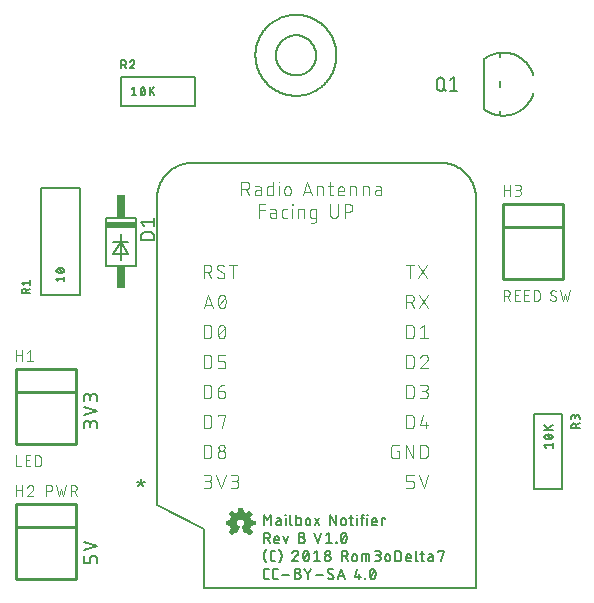
<source format=gto>
G04 EAGLE Gerber X2 export*
%TF.Part,Single*%
%TF.FileFunction,Other,Top Silkscreen *%
%TF.FilePolarity,Positive*%
%TF.GenerationSoftware,Autodesk,EAGLE,9.1.3*%
%TF.CreationDate,2018-09-11T05:34:09Z*%
G75*
%MOMM*%
%FSLAX34Y34*%
%LPD*%
%AMOC8*
5,1,8,0,0,1.08239X$1,22.5*%
G01*
%ADD10C,0.152400*%
%ADD11C,0.127000*%
%ADD12C,0.254000*%
%ADD13C,0.101600*%
%ADD14C,0.203200*%
%ADD15R,2.540000X0.508000*%
%ADD16R,0.762000X1.905000*%

G36*
X210814Y56382D02*
X210814Y56382D01*
X210884Y56388D01*
X210899Y56397D01*
X210916Y56400D01*
X211022Y56472D01*
X211032Y56478D01*
X211033Y56480D01*
X211034Y56481D01*
X213334Y58781D01*
X213342Y58794D01*
X213343Y58795D01*
X213345Y58797D01*
X213347Y58801D01*
X213366Y58817D01*
X213392Y58874D01*
X213425Y58928D01*
X213428Y58952D01*
X213438Y58975D01*
X213436Y59037D01*
X213442Y59100D01*
X213433Y59123D01*
X213432Y59148D01*
X213392Y59230D01*
X213380Y59261D01*
X213374Y59267D01*
X213369Y59276D01*
X211424Y61870D01*
X211434Y61881D01*
X211453Y61911D01*
X211505Y61979D01*
X211605Y62179D01*
X211609Y62195D01*
X211618Y62208D01*
X211644Y62342D01*
X211645Y62347D01*
X211645Y62348D01*
X211645Y62349D01*
X211645Y62359D01*
X211678Y62424D01*
X211734Y62481D01*
X211753Y62511D01*
X211805Y62579D01*
X211905Y62779D01*
X211909Y62795D01*
X211918Y62808D01*
X211944Y62942D01*
X211945Y62947D01*
X211945Y62948D01*
X211945Y62949D01*
X211945Y62959D01*
X212105Y63279D01*
X212109Y63295D01*
X212118Y63308D01*
X212144Y63442D01*
X212145Y63447D01*
X212145Y63448D01*
X212145Y63449D01*
X212145Y63459D01*
X212205Y63579D01*
X212209Y63595D01*
X212218Y63608D01*
X212244Y63742D01*
X212245Y63747D01*
X212245Y63748D01*
X212245Y63749D01*
X212245Y63759D01*
X212305Y63879D01*
X212309Y63895D01*
X212318Y63908D01*
X212338Y64011D01*
X215630Y64575D01*
X215648Y64582D01*
X215667Y64583D01*
X215727Y64616D01*
X215789Y64642D01*
X215802Y64657D01*
X215819Y64666D01*
X215858Y64722D01*
X215902Y64773D01*
X215907Y64792D01*
X215918Y64808D01*
X215940Y64919D01*
X215945Y64941D01*
X215944Y64945D01*
X215945Y64949D01*
X215945Y68149D01*
X215941Y68168D01*
X215943Y68189D01*
X215932Y68221D01*
X215931Y68227D01*
X215926Y68237D01*
X215921Y68252D01*
X215906Y68317D01*
X215893Y68333D01*
X215886Y68352D01*
X215838Y68399D01*
X215796Y68451D01*
X215777Y68459D01*
X215763Y68473D01*
X215661Y68511D01*
X215638Y68521D01*
X215633Y68521D01*
X215628Y68523D01*
X212345Y69070D01*
X212345Y69149D01*
X212328Y69223D01*
X212314Y69298D01*
X212308Y69308D01*
X212306Y69317D01*
X212283Y69345D01*
X212245Y69400D01*
X212245Y69449D01*
X212228Y69523D01*
X212214Y69598D01*
X212208Y69608D01*
X212206Y69617D01*
X212183Y69645D01*
X212134Y69717D01*
X212078Y69773D01*
X212045Y69838D01*
X212045Y69949D01*
X212028Y70023D01*
X212014Y70098D01*
X212008Y70108D01*
X212006Y70117D01*
X211983Y70145D01*
X211945Y70200D01*
X211945Y70249D01*
X211928Y70323D01*
X211914Y70398D01*
X211908Y70408D01*
X211906Y70417D01*
X211883Y70445D01*
X211834Y70517D01*
X211778Y70573D01*
X211705Y70718D01*
X211682Y70746D01*
X211645Y70800D01*
X211645Y70849D01*
X211628Y70923D01*
X211614Y70998D01*
X211608Y71008D01*
X211606Y71017D01*
X211583Y71045D01*
X211534Y71117D01*
X211478Y71173D01*
X211438Y71253D01*
X213373Y73926D01*
X213383Y73950D01*
X213400Y73969D01*
X213416Y74029D01*
X213440Y74086D01*
X213438Y74111D01*
X213445Y74136D01*
X213433Y74197D01*
X213429Y74259D01*
X213416Y74281D01*
X213411Y74306D01*
X213360Y74378D01*
X213342Y74408D01*
X213335Y74413D01*
X213328Y74423D01*
X211028Y76623D01*
X211017Y76629D01*
X211009Y76640D01*
X210943Y76673D01*
X210879Y76711D01*
X210866Y76712D01*
X210855Y76717D01*
X210781Y76718D01*
X210707Y76723D01*
X210695Y76718D01*
X210682Y76718D01*
X210551Y76661D01*
X207877Y74817D01*
X207736Y74888D01*
X207720Y74892D01*
X207707Y74901D01*
X207573Y74927D01*
X207567Y74928D01*
X207566Y74928D01*
X207556Y74928D01*
X207491Y74960D01*
X207434Y75017D01*
X207404Y75036D01*
X207336Y75088D01*
X207136Y75188D01*
X207120Y75192D01*
X207107Y75201D01*
X206973Y75227D01*
X206967Y75228D01*
X206966Y75228D01*
X206956Y75228D01*
X206891Y75260D01*
X206834Y75317D01*
X206769Y75357D01*
X206707Y75401D01*
X206695Y75403D01*
X206687Y75408D01*
X206652Y75411D01*
X206566Y75428D01*
X206456Y75428D01*
X206336Y75488D01*
X206320Y75492D01*
X206307Y75501D01*
X206173Y75527D01*
X206167Y75528D01*
X206166Y75528D01*
X206156Y75528D01*
X206036Y75588D01*
X206020Y75592D01*
X206007Y75601D01*
X205873Y75627D01*
X205867Y75628D01*
X205866Y75628D01*
X205856Y75628D01*
X205736Y75688D01*
X205720Y75692D01*
X205707Y75701D01*
X205690Y75704D01*
X205140Y78913D01*
X205132Y78931D01*
X205131Y78950D01*
X205099Y79009D01*
X205072Y79072D01*
X205058Y79085D01*
X205048Y79102D01*
X204993Y79141D01*
X204941Y79185D01*
X204922Y79190D01*
X204907Y79201D01*
X204796Y79222D01*
X204774Y79228D01*
X204770Y79227D01*
X204766Y79228D01*
X201566Y79228D01*
X201547Y79224D01*
X201528Y79226D01*
X201464Y79204D01*
X201398Y79188D01*
X201383Y79176D01*
X201364Y79170D01*
X201317Y79122D01*
X201264Y79078D01*
X201256Y79061D01*
X201243Y79047D01*
X201203Y78941D01*
X201194Y78920D01*
X201194Y78917D01*
X201192Y78913D01*
X200634Y75657D01*
X200576Y75628D01*
X200466Y75628D01*
X200392Y75611D01*
X200316Y75597D01*
X200307Y75591D01*
X200298Y75588D01*
X200270Y75566D01*
X200214Y75528D01*
X200166Y75528D01*
X200150Y75524D01*
X200134Y75527D01*
X200003Y75490D01*
X199998Y75488D01*
X199997Y75488D01*
X199996Y75488D01*
X199876Y75428D01*
X199866Y75428D01*
X199850Y75424D01*
X199834Y75427D01*
X199703Y75390D01*
X199698Y75388D01*
X199697Y75388D01*
X199696Y75388D01*
X199496Y75288D01*
X199469Y75265D01*
X199414Y75228D01*
X199366Y75228D01*
X199292Y75211D01*
X199216Y75197D01*
X199207Y75191D01*
X199198Y75188D01*
X199170Y75166D01*
X199098Y75117D01*
X199041Y75060D01*
X198896Y74988D01*
X198869Y74965D01*
X198814Y74928D01*
X198766Y74928D01*
X198692Y74911D01*
X198616Y74897D01*
X198607Y74891D01*
X198598Y74888D01*
X198570Y74866D01*
X198498Y74817D01*
X198480Y74799D01*
X195781Y76661D01*
X195765Y76667D01*
X195753Y76679D01*
X195686Y76698D01*
X195620Y76724D01*
X195603Y76723D01*
X195587Y76727D01*
X195518Y76715D01*
X195448Y76709D01*
X195433Y76700D01*
X195416Y76697D01*
X195310Y76625D01*
X195300Y76619D01*
X195299Y76618D01*
X195298Y76617D01*
X193098Y74417D01*
X193089Y74402D01*
X193075Y74392D01*
X193044Y74329D01*
X193007Y74270D01*
X193005Y74253D01*
X192997Y74238D01*
X192997Y74167D01*
X192990Y74098D01*
X192996Y74082D01*
X192996Y74064D01*
X193048Y73947D01*
X193052Y73936D01*
X193053Y73935D01*
X193054Y73933D01*
X194905Y71250D01*
X194903Y71235D01*
X194887Y71149D01*
X194887Y71099D01*
X194879Y71086D01*
X194827Y71018D01*
X194754Y70873D01*
X194698Y70817D01*
X194658Y70752D01*
X194614Y70689D01*
X194612Y70678D01*
X194607Y70670D01*
X194603Y70635D01*
X194587Y70549D01*
X194587Y70499D01*
X194579Y70486D01*
X194527Y70418D01*
X194427Y70218D01*
X194423Y70203D01*
X194414Y70189D01*
X194397Y70101D01*
X194394Y70094D01*
X194394Y70086D01*
X194388Y70055D01*
X194387Y70050D01*
X194387Y70049D01*
X194387Y70038D01*
X194227Y69718D01*
X194223Y69703D01*
X194214Y69689D01*
X194188Y69555D01*
X194187Y69550D01*
X194187Y69549D01*
X194187Y69538D01*
X194127Y69418D01*
X194123Y69403D01*
X194114Y69389D01*
X194105Y69344D01*
X194101Y69336D01*
X194102Y69326D01*
X194088Y69255D01*
X194087Y69250D01*
X194087Y69249D01*
X194087Y69238D01*
X194027Y69118D01*
X194023Y69103D01*
X194014Y69089D01*
X194011Y69073D01*
X190802Y68523D01*
X190784Y68515D01*
X190765Y68514D01*
X190705Y68482D01*
X190643Y68455D01*
X190630Y68440D01*
X190613Y68431D01*
X190574Y68376D01*
X190530Y68324D01*
X190525Y68305D01*
X190514Y68289D01*
X190498Y68208D01*
X190494Y68198D01*
X190494Y68186D01*
X190492Y68178D01*
X190487Y68156D01*
X190488Y68153D01*
X190487Y68149D01*
X190487Y64949D01*
X190491Y64930D01*
X190489Y64911D01*
X190511Y64846D01*
X190526Y64780D01*
X190539Y64765D01*
X190545Y64747D01*
X190593Y64699D01*
X190636Y64647D01*
X190654Y64639D01*
X190668Y64625D01*
X190774Y64585D01*
X190794Y64576D01*
X190798Y64576D01*
X190802Y64575D01*
X194058Y64017D01*
X194087Y63959D01*
X194087Y63849D01*
X194104Y63774D01*
X194118Y63699D01*
X194124Y63689D01*
X194126Y63680D01*
X194149Y63653D01*
X194187Y63597D01*
X194187Y63549D01*
X194200Y63493D01*
X194201Y63474D01*
X194206Y63464D01*
X194218Y63399D01*
X194224Y63389D01*
X194226Y63380D01*
X194249Y63353D01*
X194298Y63281D01*
X194354Y63224D01*
X194387Y63159D01*
X194387Y63049D01*
X194404Y62974D01*
X194418Y62899D01*
X194424Y62889D01*
X194426Y62880D01*
X194449Y62853D01*
X194487Y62797D01*
X194487Y62749D01*
X194504Y62674D01*
X194518Y62599D01*
X194524Y62589D01*
X194526Y62580D01*
X194549Y62553D01*
X194598Y62481D01*
X194654Y62424D01*
X194727Y62279D01*
X194750Y62251D01*
X194793Y62188D01*
X194795Y62184D01*
X194796Y62184D01*
X194798Y62181D01*
X194854Y62124D01*
X194887Y62059D01*
X194887Y62049D01*
X194890Y62033D01*
X194888Y62017D01*
X194900Y61975D01*
X194901Y61957D01*
X194910Y61940D01*
X194925Y61886D01*
X194925Y61884D01*
X193057Y59269D01*
X193051Y59254D01*
X193040Y59243D01*
X193019Y59175D01*
X192992Y59109D01*
X192993Y59093D01*
X192988Y59078D01*
X192999Y59008D01*
X193004Y58936D01*
X193012Y58923D01*
X193014Y58907D01*
X193089Y58791D01*
X193091Y58787D01*
X193092Y58787D01*
X195292Y56487D01*
X195310Y56475D01*
X195323Y56458D01*
X195382Y56428D01*
X195437Y56392D01*
X195458Y56390D01*
X195477Y56380D01*
X195543Y56380D01*
X195609Y56372D01*
X195629Y56379D01*
X195650Y56379D01*
X195745Y56421D01*
X195772Y56430D01*
X195775Y56434D01*
X195781Y56436D01*
X198502Y58313D01*
X198525Y58296D01*
X198537Y58294D01*
X198545Y58289D01*
X198580Y58286D01*
X198595Y58283D01*
X198598Y58281D01*
X198663Y58240D01*
X198725Y58196D01*
X198737Y58194D01*
X198745Y58189D01*
X198780Y58186D01*
X198795Y58183D01*
X198798Y58181D01*
X198863Y58140D01*
X198925Y58096D01*
X198937Y58094D01*
X198945Y58089D01*
X198980Y58086D01*
X198995Y58083D01*
X198998Y58081D01*
X199063Y58040D01*
X199125Y57996D01*
X199137Y57994D01*
X199145Y57989D01*
X199180Y57986D01*
X199195Y57983D01*
X199198Y57981D01*
X199263Y57940D01*
X199325Y57896D01*
X199337Y57894D01*
X199345Y57889D01*
X199380Y57886D01*
X199395Y57883D01*
X199398Y57881D01*
X199463Y57840D01*
X199525Y57796D01*
X199537Y57794D01*
X199545Y57789D01*
X199580Y57786D01*
X199666Y57769D01*
X199716Y57769D01*
X199737Y57756D01*
X199770Y57724D01*
X199809Y57711D01*
X199845Y57689D01*
X199890Y57685D01*
X199934Y57671D01*
X199976Y57677D01*
X200017Y57673D01*
X200060Y57689D01*
X200105Y57696D01*
X200140Y57720D01*
X200179Y57735D01*
X200210Y57768D01*
X200247Y57795D01*
X200273Y57837D01*
X200296Y57862D01*
X200303Y57887D01*
X200322Y57917D01*
X202322Y63317D01*
X202329Y63374D01*
X202345Y63429D01*
X202339Y63459D01*
X202343Y63489D01*
X202324Y63543D01*
X202314Y63600D01*
X202296Y63624D01*
X202286Y63652D01*
X202245Y63692D01*
X202211Y63738D01*
X202181Y63755D01*
X202162Y63773D01*
X202130Y63783D01*
X202086Y63808D01*
X201812Y63900D01*
X201491Y64060D01*
X201334Y64217D01*
X201304Y64236D01*
X201236Y64288D01*
X201091Y64360D01*
X200978Y64473D01*
X200905Y64618D01*
X200882Y64646D01*
X200834Y64717D01*
X200678Y64873D01*
X200517Y65194D01*
X200426Y65469D01*
X200414Y65488D01*
X200405Y65518D01*
X200245Y65838D01*
X200245Y66049D01*
X200237Y66084D01*
X200226Y66169D01*
X200145Y66410D01*
X200145Y66887D01*
X200510Y67981D01*
X200861Y68507D01*
X201008Y68654D01*
X201276Y68833D01*
X201298Y68856D01*
X201334Y68881D01*
X201508Y69054D01*
X201734Y69205D01*
X201986Y69289D01*
X202004Y69300D01*
X202018Y69303D01*
X202031Y69314D01*
X202076Y69333D01*
X202281Y69469D01*
X202466Y69469D01*
X202501Y69478D01*
X202558Y69481D01*
X202913Y69569D01*
X203504Y69569D01*
X203746Y69489D01*
X203782Y69486D01*
X203866Y69469D01*
X204051Y69469D01*
X204256Y69333D01*
X204291Y69320D01*
X204340Y69292D01*
X204342Y69291D01*
X204343Y69291D01*
X204346Y69289D01*
X204598Y69205D01*
X205125Y68854D01*
X205471Y68507D01*
X205822Y67981D01*
X205906Y67729D01*
X205926Y67697D01*
X205950Y67638D01*
X206087Y67434D01*
X206087Y67249D01*
X206095Y67214D01*
X206106Y67129D01*
X206187Y66887D01*
X206187Y66110D01*
X206106Y65869D01*
X206103Y65833D01*
X206087Y65749D01*
X206087Y65638D01*
X206027Y65518D01*
X206021Y65496D01*
X206006Y65469D01*
X205915Y65194D01*
X205854Y65073D01*
X205698Y64917D01*
X205679Y64886D01*
X205627Y64818D01*
X205554Y64673D01*
X205241Y64360D01*
X205096Y64288D01*
X205069Y64265D01*
X204998Y64217D01*
X204841Y64060D01*
X204296Y63788D01*
X204273Y63768D01*
X204244Y63756D01*
X204207Y63713D01*
X204163Y63677D01*
X204151Y63649D01*
X204131Y63626D01*
X204116Y63571D01*
X204093Y63519D01*
X204095Y63488D01*
X204087Y63458D01*
X204099Y63384D01*
X204101Y63346D01*
X204108Y63334D01*
X204110Y63317D01*
X206110Y57917D01*
X206122Y57900D01*
X206126Y57880D01*
X206169Y57829D01*
X206206Y57773D01*
X206224Y57762D01*
X206236Y57747D01*
X206298Y57720D01*
X206356Y57686D01*
X206376Y57685D01*
X206394Y57676D01*
X206461Y57679D01*
X206528Y57675D01*
X206547Y57682D01*
X206567Y57683D01*
X206626Y57715D01*
X206688Y57741D01*
X206701Y57757D01*
X206719Y57766D01*
X206732Y57785D01*
X206740Y57787D01*
X206816Y57800D01*
X206825Y57807D01*
X206834Y57809D01*
X206862Y57832D01*
X206934Y57881D01*
X206941Y57887D01*
X207016Y57900D01*
X207025Y57907D01*
X207034Y57909D01*
X207062Y57932D01*
X207134Y57981D01*
X207141Y57987D01*
X207216Y58000D01*
X207225Y58007D01*
X207234Y58009D01*
X207262Y58032D01*
X207318Y58069D01*
X207366Y58069D01*
X207440Y58087D01*
X207516Y58100D01*
X207525Y58107D01*
X207534Y58109D01*
X207562Y58132D01*
X207634Y58181D01*
X207641Y58187D01*
X207716Y58200D01*
X207725Y58207D01*
X207734Y58209D01*
X207762Y58232D01*
X207834Y58281D01*
X207852Y58298D01*
X210551Y56436D01*
X210567Y56430D01*
X210579Y56419D01*
X210647Y56399D01*
X210712Y56373D01*
X210729Y56375D01*
X210745Y56370D01*
X210814Y56382D01*
G37*
D10*
X81788Y146812D02*
X81788Y149916D01*
X81786Y150027D01*
X81780Y150137D01*
X81770Y150248D01*
X81756Y150358D01*
X81739Y150467D01*
X81717Y150576D01*
X81692Y150684D01*
X81662Y150790D01*
X81629Y150896D01*
X81592Y151001D01*
X81552Y151104D01*
X81507Y151205D01*
X81460Y151305D01*
X81408Y151404D01*
X81353Y151500D01*
X81295Y151594D01*
X81234Y151686D01*
X81169Y151776D01*
X81101Y151864D01*
X81030Y151949D01*
X80956Y152031D01*
X80879Y152111D01*
X80799Y152188D01*
X80717Y152262D01*
X80632Y152333D01*
X80544Y152401D01*
X80454Y152466D01*
X80362Y152527D01*
X80268Y152585D01*
X80172Y152640D01*
X80073Y152692D01*
X79973Y152739D01*
X79872Y152784D01*
X79769Y152824D01*
X79664Y152861D01*
X79558Y152894D01*
X79452Y152924D01*
X79344Y152949D01*
X79235Y152971D01*
X79126Y152988D01*
X79016Y153002D01*
X78905Y153012D01*
X78795Y153018D01*
X78684Y153020D01*
X78573Y153018D01*
X78463Y153012D01*
X78352Y153002D01*
X78242Y152988D01*
X78133Y152971D01*
X78024Y152949D01*
X77916Y152924D01*
X77810Y152894D01*
X77704Y152861D01*
X77599Y152824D01*
X77496Y152784D01*
X77395Y152739D01*
X77295Y152692D01*
X77196Y152640D01*
X77100Y152585D01*
X77006Y152527D01*
X76914Y152466D01*
X76824Y152401D01*
X76736Y152333D01*
X76651Y152262D01*
X76569Y152188D01*
X76489Y152111D01*
X76412Y152031D01*
X76338Y151949D01*
X76267Y151864D01*
X76199Y151776D01*
X76134Y151686D01*
X76073Y151594D01*
X76015Y151500D01*
X75960Y151404D01*
X75908Y151305D01*
X75861Y151205D01*
X75816Y151104D01*
X75776Y151001D01*
X75739Y150896D01*
X75706Y150790D01*
X75676Y150684D01*
X75651Y150576D01*
X75629Y150467D01*
X75612Y150358D01*
X75598Y150248D01*
X75588Y150137D01*
X75582Y150027D01*
X75580Y149916D01*
X70612Y150537D02*
X70612Y146812D01*
X70612Y150537D02*
X70614Y150636D01*
X70620Y150734D01*
X70630Y150833D01*
X70643Y150930D01*
X70661Y151028D01*
X70682Y151124D01*
X70708Y151220D01*
X70737Y151314D01*
X70769Y151407D01*
X70806Y151499D01*
X70846Y151589D01*
X70890Y151678D01*
X70937Y151765D01*
X70987Y151850D01*
X71041Y151932D01*
X71098Y152013D01*
X71158Y152091D01*
X71222Y152167D01*
X71288Y152240D01*
X71357Y152311D01*
X71429Y152379D01*
X71504Y152443D01*
X71581Y152505D01*
X71660Y152564D01*
X71742Y152619D01*
X71826Y152672D01*
X71911Y152720D01*
X71999Y152766D01*
X72089Y152808D01*
X72180Y152846D01*
X72272Y152880D01*
X72366Y152911D01*
X72461Y152938D01*
X72557Y152962D01*
X72654Y152981D01*
X72751Y152997D01*
X72849Y153009D01*
X72948Y153017D01*
X73047Y153021D01*
X73145Y153021D01*
X73244Y153017D01*
X73343Y153009D01*
X73441Y152997D01*
X73538Y152981D01*
X73635Y152962D01*
X73731Y152938D01*
X73826Y152911D01*
X73920Y152880D01*
X74012Y152846D01*
X74103Y152808D01*
X74193Y152766D01*
X74281Y152720D01*
X74366Y152672D01*
X74450Y152619D01*
X74532Y152564D01*
X74611Y152505D01*
X74688Y152443D01*
X74763Y152379D01*
X74835Y152311D01*
X74904Y152240D01*
X74970Y152167D01*
X75034Y152091D01*
X75094Y152013D01*
X75151Y151932D01*
X75205Y151850D01*
X75255Y151765D01*
X75302Y151678D01*
X75346Y151589D01*
X75386Y151499D01*
X75423Y151407D01*
X75455Y151314D01*
X75484Y151220D01*
X75510Y151124D01*
X75531Y151028D01*
X75549Y150930D01*
X75562Y150833D01*
X75572Y150734D01*
X75578Y150636D01*
X75580Y150537D01*
X75579Y150537D02*
X75579Y148054D01*
X70612Y157621D02*
X81788Y161346D01*
X70612Y165072D01*
X81788Y169672D02*
X81788Y172776D01*
X81786Y172887D01*
X81780Y172997D01*
X81770Y173108D01*
X81756Y173218D01*
X81739Y173327D01*
X81717Y173436D01*
X81692Y173544D01*
X81662Y173650D01*
X81629Y173756D01*
X81592Y173861D01*
X81552Y173964D01*
X81507Y174065D01*
X81460Y174165D01*
X81408Y174264D01*
X81353Y174360D01*
X81295Y174454D01*
X81234Y174546D01*
X81169Y174636D01*
X81101Y174724D01*
X81030Y174809D01*
X80956Y174891D01*
X80879Y174971D01*
X80799Y175048D01*
X80717Y175122D01*
X80632Y175193D01*
X80544Y175261D01*
X80454Y175326D01*
X80362Y175387D01*
X80268Y175445D01*
X80172Y175500D01*
X80073Y175552D01*
X79973Y175599D01*
X79872Y175644D01*
X79769Y175684D01*
X79664Y175721D01*
X79558Y175754D01*
X79452Y175784D01*
X79344Y175809D01*
X79235Y175831D01*
X79126Y175848D01*
X79016Y175862D01*
X78905Y175872D01*
X78795Y175878D01*
X78684Y175880D01*
X78573Y175878D01*
X78463Y175872D01*
X78352Y175862D01*
X78242Y175848D01*
X78133Y175831D01*
X78024Y175809D01*
X77916Y175784D01*
X77810Y175754D01*
X77704Y175721D01*
X77599Y175684D01*
X77496Y175644D01*
X77395Y175599D01*
X77295Y175552D01*
X77196Y175500D01*
X77100Y175445D01*
X77006Y175387D01*
X76914Y175326D01*
X76824Y175261D01*
X76736Y175193D01*
X76651Y175122D01*
X76569Y175048D01*
X76489Y174971D01*
X76412Y174891D01*
X76338Y174809D01*
X76267Y174724D01*
X76199Y174636D01*
X76134Y174546D01*
X76073Y174454D01*
X76015Y174360D01*
X75960Y174264D01*
X75908Y174165D01*
X75861Y174065D01*
X75816Y173964D01*
X75776Y173861D01*
X75739Y173756D01*
X75706Y173650D01*
X75676Y173544D01*
X75651Y173436D01*
X75629Y173327D01*
X75612Y173218D01*
X75598Y173108D01*
X75588Y172997D01*
X75582Y172887D01*
X75580Y172776D01*
X70612Y173397D02*
X70612Y169672D01*
X70612Y173397D02*
X70614Y173496D01*
X70620Y173594D01*
X70630Y173693D01*
X70643Y173790D01*
X70661Y173888D01*
X70682Y173984D01*
X70708Y174080D01*
X70737Y174174D01*
X70769Y174267D01*
X70806Y174359D01*
X70846Y174449D01*
X70890Y174538D01*
X70937Y174625D01*
X70987Y174710D01*
X71041Y174792D01*
X71098Y174873D01*
X71158Y174951D01*
X71222Y175027D01*
X71288Y175100D01*
X71357Y175171D01*
X71429Y175239D01*
X71504Y175303D01*
X71581Y175365D01*
X71660Y175424D01*
X71742Y175479D01*
X71826Y175532D01*
X71911Y175580D01*
X71999Y175626D01*
X72089Y175668D01*
X72180Y175706D01*
X72272Y175740D01*
X72366Y175771D01*
X72461Y175798D01*
X72557Y175822D01*
X72654Y175841D01*
X72751Y175857D01*
X72849Y175869D01*
X72948Y175877D01*
X73047Y175881D01*
X73145Y175881D01*
X73244Y175877D01*
X73343Y175869D01*
X73441Y175857D01*
X73538Y175841D01*
X73635Y175822D01*
X73731Y175798D01*
X73826Y175771D01*
X73920Y175740D01*
X74012Y175706D01*
X74103Y175668D01*
X74193Y175626D01*
X74281Y175580D01*
X74366Y175532D01*
X74450Y175479D01*
X74532Y175424D01*
X74611Y175365D01*
X74688Y175303D01*
X74763Y175239D01*
X74835Y175171D01*
X74904Y175100D01*
X74970Y175027D01*
X75034Y174951D01*
X75094Y174873D01*
X75151Y174792D01*
X75205Y174710D01*
X75255Y174625D01*
X75302Y174538D01*
X75346Y174449D01*
X75386Y174359D01*
X75423Y174267D01*
X75455Y174174D01*
X75484Y174080D01*
X75510Y173984D01*
X75531Y173888D01*
X75549Y173790D01*
X75562Y173693D01*
X75572Y173594D01*
X75578Y173496D01*
X75580Y173397D01*
X75579Y173397D02*
X75579Y170914D01*
X81788Y36237D02*
X81788Y32512D01*
X81788Y36237D02*
X81786Y36335D01*
X81780Y36432D01*
X81771Y36529D01*
X81757Y36626D01*
X81740Y36722D01*
X81719Y36817D01*
X81695Y36911D01*
X81666Y37005D01*
X81634Y37097D01*
X81599Y37188D01*
X81560Y37277D01*
X81517Y37365D01*
X81471Y37451D01*
X81422Y37535D01*
X81369Y37617D01*
X81314Y37697D01*
X81255Y37775D01*
X81193Y37850D01*
X81128Y37923D01*
X81060Y37993D01*
X80990Y38061D01*
X80917Y38126D01*
X80842Y38188D01*
X80764Y38247D01*
X80684Y38302D01*
X80602Y38355D01*
X80518Y38404D01*
X80432Y38450D01*
X80344Y38493D01*
X80255Y38532D01*
X80164Y38567D01*
X80072Y38599D01*
X79978Y38628D01*
X79884Y38652D01*
X79789Y38673D01*
X79693Y38690D01*
X79596Y38704D01*
X79499Y38713D01*
X79402Y38719D01*
X79304Y38721D01*
X78063Y38721D01*
X77965Y38719D01*
X77868Y38713D01*
X77771Y38704D01*
X77674Y38690D01*
X77578Y38673D01*
X77483Y38652D01*
X77389Y38628D01*
X77295Y38599D01*
X77203Y38567D01*
X77112Y38532D01*
X77023Y38493D01*
X76935Y38450D01*
X76849Y38404D01*
X76765Y38355D01*
X76683Y38302D01*
X76603Y38247D01*
X76525Y38188D01*
X76450Y38126D01*
X76377Y38061D01*
X76307Y37993D01*
X76239Y37923D01*
X76174Y37850D01*
X76112Y37775D01*
X76053Y37697D01*
X75998Y37617D01*
X75945Y37535D01*
X75896Y37451D01*
X75850Y37365D01*
X75807Y37277D01*
X75768Y37188D01*
X75733Y37097D01*
X75701Y37005D01*
X75672Y36911D01*
X75648Y36817D01*
X75627Y36722D01*
X75610Y36626D01*
X75596Y36529D01*
X75587Y36432D01*
X75581Y36335D01*
X75579Y36237D01*
X75579Y32512D01*
X70612Y32512D01*
X70612Y38721D01*
X70612Y43321D02*
X81788Y47046D01*
X70612Y50772D01*
D11*
X222885Y64770D02*
X222885Y73660D01*
X225848Y68721D01*
X228812Y73660D01*
X228812Y64770D01*
X234990Y68227D02*
X237212Y68227D01*
X234990Y68228D02*
X234908Y68226D01*
X234826Y68220D01*
X234744Y68210D01*
X234663Y68197D01*
X234582Y68179D01*
X234503Y68158D01*
X234424Y68133D01*
X234347Y68104D01*
X234272Y68072D01*
X234198Y68036D01*
X234126Y67996D01*
X234055Y67954D01*
X233987Y67907D01*
X233921Y67858D01*
X233858Y67806D01*
X233797Y67750D01*
X233739Y67692D01*
X233683Y67631D01*
X233631Y67568D01*
X233582Y67502D01*
X233535Y67434D01*
X233493Y67364D01*
X233453Y67291D01*
X233417Y67217D01*
X233385Y67142D01*
X233356Y67065D01*
X233331Y66986D01*
X233310Y66907D01*
X233292Y66826D01*
X233279Y66745D01*
X233269Y66663D01*
X233263Y66581D01*
X233261Y66499D01*
X233263Y66417D01*
X233269Y66335D01*
X233279Y66253D01*
X233292Y66172D01*
X233310Y66091D01*
X233331Y66012D01*
X233356Y65933D01*
X233385Y65856D01*
X233417Y65781D01*
X233453Y65707D01*
X233493Y65635D01*
X233535Y65564D01*
X233582Y65496D01*
X233631Y65430D01*
X233683Y65367D01*
X233739Y65306D01*
X233797Y65248D01*
X233858Y65192D01*
X233921Y65140D01*
X233987Y65091D01*
X234055Y65044D01*
X234126Y65002D01*
X234198Y64962D01*
X234272Y64926D01*
X234347Y64894D01*
X234424Y64865D01*
X234503Y64840D01*
X234582Y64819D01*
X234663Y64801D01*
X234744Y64788D01*
X234826Y64778D01*
X234908Y64772D01*
X234990Y64770D01*
X237212Y64770D01*
X237212Y69215D01*
X237213Y69215D02*
X237211Y69290D01*
X237205Y69365D01*
X237196Y69439D01*
X237183Y69513D01*
X237166Y69586D01*
X237145Y69659D01*
X237121Y69730D01*
X237093Y69799D01*
X237062Y69868D01*
X237027Y69934D01*
X236989Y69999D01*
X236947Y70062D01*
X236903Y70122D01*
X236855Y70180D01*
X236805Y70236D01*
X236752Y70289D01*
X236696Y70339D01*
X236638Y70387D01*
X236578Y70431D01*
X236515Y70473D01*
X236450Y70511D01*
X236384Y70546D01*
X236315Y70577D01*
X236246Y70605D01*
X236175Y70629D01*
X236102Y70650D01*
X236029Y70667D01*
X235955Y70680D01*
X235881Y70689D01*
X235806Y70695D01*
X235731Y70697D01*
X233755Y70697D01*
X241393Y70697D02*
X241393Y64770D01*
X241146Y73166D02*
X241146Y73660D01*
X241640Y73660D01*
X241640Y73166D01*
X241146Y73166D01*
X245276Y73660D02*
X245276Y66252D01*
X245278Y66177D01*
X245284Y66102D01*
X245293Y66028D01*
X245306Y65954D01*
X245323Y65881D01*
X245344Y65808D01*
X245368Y65737D01*
X245396Y65668D01*
X245427Y65599D01*
X245462Y65533D01*
X245500Y65468D01*
X245542Y65405D01*
X245586Y65345D01*
X245634Y65287D01*
X245684Y65231D01*
X245737Y65178D01*
X245793Y65128D01*
X245851Y65080D01*
X245911Y65036D01*
X245974Y64994D01*
X246039Y64956D01*
X246105Y64921D01*
X246174Y64890D01*
X246243Y64862D01*
X246314Y64838D01*
X246387Y64817D01*
X246460Y64800D01*
X246534Y64787D01*
X246608Y64778D01*
X246683Y64772D01*
X246758Y64770D01*
X250451Y64770D02*
X250451Y73660D01*
X250451Y64770D02*
X252920Y64770D01*
X252995Y64772D01*
X253070Y64778D01*
X253144Y64787D01*
X253218Y64800D01*
X253291Y64817D01*
X253364Y64838D01*
X253435Y64862D01*
X253504Y64890D01*
X253573Y64921D01*
X253639Y64956D01*
X253704Y64994D01*
X253767Y65036D01*
X253827Y65080D01*
X253885Y65128D01*
X253941Y65178D01*
X253994Y65231D01*
X254044Y65287D01*
X254092Y65345D01*
X254136Y65405D01*
X254178Y65468D01*
X254216Y65533D01*
X254251Y65599D01*
X254282Y65668D01*
X254310Y65737D01*
X254334Y65808D01*
X254355Y65881D01*
X254372Y65954D01*
X254385Y66028D01*
X254394Y66102D01*
X254400Y66177D01*
X254402Y66252D01*
X254402Y69215D01*
X254400Y69290D01*
X254394Y69365D01*
X254385Y69439D01*
X254372Y69513D01*
X254355Y69586D01*
X254334Y69659D01*
X254310Y69730D01*
X254282Y69799D01*
X254251Y69868D01*
X254216Y69934D01*
X254178Y69999D01*
X254136Y70062D01*
X254092Y70122D01*
X254044Y70180D01*
X253994Y70236D01*
X253941Y70289D01*
X253885Y70339D01*
X253827Y70387D01*
X253767Y70431D01*
X253704Y70473D01*
X253639Y70511D01*
X253573Y70546D01*
X253504Y70577D01*
X253435Y70605D01*
X253364Y70629D01*
X253291Y70650D01*
X253218Y70667D01*
X253144Y70680D01*
X253070Y70689D01*
X252995Y70695D01*
X252920Y70697D01*
X250451Y70697D01*
X258315Y68721D02*
X258315Y66746D01*
X258315Y68721D02*
X258317Y68808D01*
X258323Y68896D01*
X258332Y68983D01*
X258346Y69069D01*
X258363Y69155D01*
X258384Y69239D01*
X258409Y69323D01*
X258438Y69406D01*
X258470Y69487D01*
X258505Y69567D01*
X258544Y69645D01*
X258587Y69722D01*
X258633Y69796D01*
X258682Y69868D01*
X258734Y69938D01*
X258790Y70006D01*
X258848Y70071D01*
X258909Y70134D01*
X258973Y70193D01*
X259040Y70250D01*
X259108Y70304D01*
X259180Y70355D01*
X259253Y70402D01*
X259328Y70447D01*
X259406Y70488D01*
X259485Y70525D01*
X259565Y70559D01*
X259647Y70589D01*
X259730Y70616D01*
X259815Y70639D01*
X259900Y70658D01*
X259986Y70673D01*
X260073Y70685D01*
X260160Y70693D01*
X260247Y70697D01*
X260335Y70697D01*
X260422Y70693D01*
X260509Y70685D01*
X260596Y70673D01*
X260682Y70658D01*
X260767Y70639D01*
X260852Y70616D01*
X260935Y70589D01*
X261017Y70559D01*
X261097Y70525D01*
X261176Y70488D01*
X261254Y70447D01*
X261329Y70402D01*
X261402Y70355D01*
X261474Y70304D01*
X261542Y70250D01*
X261609Y70193D01*
X261673Y70134D01*
X261734Y70071D01*
X261792Y70006D01*
X261848Y69938D01*
X261900Y69868D01*
X261949Y69796D01*
X261995Y69722D01*
X262038Y69645D01*
X262077Y69567D01*
X262112Y69487D01*
X262144Y69406D01*
X262173Y69323D01*
X262198Y69239D01*
X262219Y69155D01*
X262236Y69069D01*
X262250Y68983D01*
X262259Y68896D01*
X262265Y68808D01*
X262267Y68721D01*
X262266Y68721D02*
X262266Y66746D01*
X262267Y66746D02*
X262265Y66659D01*
X262259Y66571D01*
X262250Y66484D01*
X262236Y66398D01*
X262219Y66312D01*
X262198Y66228D01*
X262173Y66144D01*
X262144Y66061D01*
X262112Y65980D01*
X262077Y65900D01*
X262038Y65822D01*
X261995Y65745D01*
X261949Y65671D01*
X261900Y65599D01*
X261848Y65529D01*
X261792Y65461D01*
X261734Y65396D01*
X261673Y65333D01*
X261609Y65274D01*
X261542Y65217D01*
X261474Y65163D01*
X261402Y65112D01*
X261329Y65065D01*
X261254Y65020D01*
X261176Y64979D01*
X261097Y64942D01*
X261017Y64908D01*
X260935Y64878D01*
X260852Y64851D01*
X260767Y64828D01*
X260682Y64809D01*
X260596Y64794D01*
X260509Y64782D01*
X260422Y64774D01*
X260335Y64770D01*
X260247Y64770D01*
X260160Y64774D01*
X260073Y64782D01*
X259986Y64794D01*
X259900Y64809D01*
X259815Y64828D01*
X259730Y64851D01*
X259647Y64878D01*
X259565Y64908D01*
X259485Y64942D01*
X259406Y64979D01*
X259328Y65020D01*
X259253Y65065D01*
X259180Y65112D01*
X259108Y65163D01*
X259040Y65217D01*
X258973Y65274D01*
X258909Y65333D01*
X258848Y65396D01*
X258790Y65461D01*
X258734Y65529D01*
X258682Y65599D01*
X258633Y65671D01*
X258587Y65745D01*
X258544Y65822D01*
X258505Y65900D01*
X258470Y65980D01*
X258438Y66061D01*
X258409Y66144D01*
X258384Y66228D01*
X258363Y66312D01*
X258346Y66398D01*
X258332Y66484D01*
X258323Y66571D01*
X258317Y66659D01*
X258315Y66746D01*
X265935Y64770D02*
X269886Y70697D01*
X265935Y70697D02*
X269886Y64770D01*
X278852Y64770D02*
X278852Y73660D01*
X283791Y64770D01*
X283791Y73660D01*
X288185Y68721D02*
X288185Y66746D01*
X288185Y68721D02*
X288187Y68808D01*
X288193Y68896D01*
X288202Y68983D01*
X288216Y69069D01*
X288233Y69155D01*
X288254Y69239D01*
X288279Y69323D01*
X288308Y69406D01*
X288340Y69487D01*
X288375Y69567D01*
X288414Y69645D01*
X288457Y69722D01*
X288503Y69796D01*
X288552Y69868D01*
X288604Y69938D01*
X288660Y70006D01*
X288718Y70071D01*
X288779Y70134D01*
X288843Y70193D01*
X288910Y70250D01*
X288978Y70304D01*
X289050Y70355D01*
X289123Y70402D01*
X289198Y70447D01*
X289276Y70488D01*
X289355Y70525D01*
X289435Y70559D01*
X289517Y70589D01*
X289600Y70616D01*
X289685Y70639D01*
X289770Y70658D01*
X289856Y70673D01*
X289943Y70685D01*
X290030Y70693D01*
X290117Y70697D01*
X290205Y70697D01*
X290292Y70693D01*
X290379Y70685D01*
X290466Y70673D01*
X290552Y70658D01*
X290637Y70639D01*
X290722Y70616D01*
X290805Y70589D01*
X290887Y70559D01*
X290967Y70525D01*
X291046Y70488D01*
X291124Y70447D01*
X291199Y70402D01*
X291272Y70355D01*
X291344Y70304D01*
X291412Y70250D01*
X291479Y70193D01*
X291543Y70134D01*
X291604Y70071D01*
X291662Y70006D01*
X291718Y69938D01*
X291770Y69868D01*
X291819Y69796D01*
X291865Y69722D01*
X291908Y69645D01*
X291947Y69567D01*
X291982Y69487D01*
X292014Y69406D01*
X292043Y69323D01*
X292068Y69239D01*
X292089Y69155D01*
X292106Y69069D01*
X292120Y68983D01*
X292129Y68896D01*
X292135Y68808D01*
X292137Y68721D01*
X292136Y68721D02*
X292136Y66746D01*
X292137Y66746D02*
X292135Y66659D01*
X292129Y66571D01*
X292120Y66484D01*
X292106Y66398D01*
X292089Y66312D01*
X292068Y66228D01*
X292043Y66144D01*
X292014Y66061D01*
X291982Y65980D01*
X291947Y65900D01*
X291908Y65822D01*
X291865Y65745D01*
X291819Y65671D01*
X291770Y65599D01*
X291718Y65529D01*
X291662Y65461D01*
X291604Y65396D01*
X291543Y65333D01*
X291479Y65274D01*
X291412Y65217D01*
X291344Y65163D01*
X291272Y65112D01*
X291199Y65065D01*
X291124Y65020D01*
X291046Y64979D01*
X290967Y64942D01*
X290887Y64908D01*
X290805Y64878D01*
X290722Y64851D01*
X290637Y64828D01*
X290552Y64809D01*
X290466Y64794D01*
X290379Y64782D01*
X290292Y64774D01*
X290205Y64770D01*
X290117Y64770D01*
X290030Y64774D01*
X289943Y64782D01*
X289856Y64794D01*
X289770Y64809D01*
X289685Y64828D01*
X289600Y64851D01*
X289517Y64878D01*
X289435Y64908D01*
X289355Y64942D01*
X289276Y64979D01*
X289198Y65020D01*
X289123Y65065D01*
X289050Y65112D01*
X288978Y65163D01*
X288910Y65217D01*
X288843Y65274D01*
X288779Y65333D01*
X288718Y65396D01*
X288660Y65461D01*
X288604Y65529D01*
X288552Y65599D01*
X288503Y65671D01*
X288457Y65745D01*
X288414Y65822D01*
X288375Y65900D01*
X288340Y65980D01*
X288308Y66061D01*
X288279Y66144D01*
X288254Y66228D01*
X288233Y66312D01*
X288216Y66398D01*
X288202Y66484D01*
X288193Y66571D01*
X288187Y66659D01*
X288185Y66746D01*
X295290Y70697D02*
X298253Y70697D01*
X296278Y73660D02*
X296278Y66252D01*
X296280Y66177D01*
X296286Y66102D01*
X296295Y66028D01*
X296308Y65954D01*
X296325Y65881D01*
X296346Y65808D01*
X296370Y65737D01*
X296398Y65668D01*
X296429Y65599D01*
X296464Y65533D01*
X296502Y65468D01*
X296544Y65405D01*
X296588Y65345D01*
X296636Y65287D01*
X296686Y65231D01*
X296739Y65178D01*
X296795Y65128D01*
X296853Y65080D01*
X296913Y65036D01*
X296976Y64994D01*
X297041Y64956D01*
X297107Y64921D01*
X297176Y64890D01*
X297245Y64862D01*
X297316Y64838D01*
X297389Y64817D01*
X297462Y64800D01*
X297536Y64787D01*
X297610Y64778D01*
X297685Y64772D01*
X297760Y64770D01*
X298253Y64770D01*
X301743Y64770D02*
X301743Y70697D01*
X301496Y73166D02*
X301496Y73660D01*
X301990Y73660D01*
X301990Y73166D01*
X301496Y73166D01*
X306030Y72178D02*
X306030Y64770D01*
X306029Y72178D02*
X306031Y72253D01*
X306037Y72328D01*
X306046Y72402D01*
X306059Y72476D01*
X306076Y72549D01*
X306097Y72622D01*
X306121Y72693D01*
X306149Y72762D01*
X306180Y72831D01*
X306215Y72897D01*
X306253Y72962D01*
X306295Y73025D01*
X306339Y73085D01*
X306387Y73143D01*
X306437Y73199D01*
X306490Y73252D01*
X306546Y73302D01*
X306604Y73350D01*
X306664Y73394D01*
X306727Y73436D01*
X306792Y73474D01*
X306858Y73509D01*
X306927Y73540D01*
X306996Y73568D01*
X307067Y73592D01*
X307140Y73613D01*
X307213Y73630D01*
X307287Y73643D01*
X307361Y73652D01*
X307436Y73658D01*
X307511Y73660D01*
X308005Y73660D01*
X308005Y70697D02*
X305042Y70697D01*
X310582Y70697D02*
X310582Y64770D01*
X310335Y73166D02*
X310335Y73660D01*
X310829Y73660D01*
X310829Y73166D01*
X310335Y73166D01*
X315880Y64770D02*
X318349Y64770D01*
X315880Y64770D02*
X315805Y64772D01*
X315730Y64778D01*
X315656Y64787D01*
X315582Y64800D01*
X315509Y64817D01*
X315436Y64838D01*
X315365Y64862D01*
X315296Y64890D01*
X315227Y64921D01*
X315161Y64956D01*
X315096Y64994D01*
X315033Y65036D01*
X314973Y65080D01*
X314915Y65128D01*
X314859Y65178D01*
X314806Y65231D01*
X314756Y65287D01*
X314708Y65345D01*
X314664Y65405D01*
X314622Y65468D01*
X314584Y65533D01*
X314549Y65599D01*
X314518Y65668D01*
X314490Y65737D01*
X314466Y65808D01*
X314445Y65881D01*
X314428Y65954D01*
X314415Y66028D01*
X314406Y66102D01*
X314400Y66177D01*
X314398Y66252D01*
X314398Y68721D01*
X314397Y68721D02*
X314399Y68808D01*
X314405Y68896D01*
X314414Y68983D01*
X314428Y69069D01*
X314445Y69155D01*
X314466Y69239D01*
X314491Y69323D01*
X314520Y69406D01*
X314552Y69487D01*
X314587Y69567D01*
X314626Y69645D01*
X314669Y69722D01*
X314715Y69796D01*
X314764Y69868D01*
X314816Y69938D01*
X314872Y70006D01*
X314930Y70071D01*
X314991Y70134D01*
X315055Y70193D01*
X315122Y70250D01*
X315190Y70304D01*
X315262Y70355D01*
X315335Y70402D01*
X315410Y70447D01*
X315488Y70488D01*
X315567Y70525D01*
X315647Y70559D01*
X315729Y70589D01*
X315812Y70616D01*
X315897Y70639D01*
X315982Y70658D01*
X316068Y70673D01*
X316155Y70685D01*
X316242Y70693D01*
X316329Y70697D01*
X316417Y70697D01*
X316504Y70693D01*
X316591Y70685D01*
X316678Y70673D01*
X316764Y70658D01*
X316849Y70639D01*
X316934Y70616D01*
X317017Y70589D01*
X317099Y70559D01*
X317179Y70525D01*
X317258Y70488D01*
X317336Y70447D01*
X317411Y70402D01*
X317484Y70355D01*
X317556Y70304D01*
X317624Y70250D01*
X317691Y70193D01*
X317755Y70134D01*
X317816Y70071D01*
X317874Y70006D01*
X317930Y69938D01*
X317982Y69868D01*
X318031Y69796D01*
X318077Y69722D01*
X318120Y69645D01*
X318159Y69567D01*
X318194Y69487D01*
X318226Y69406D01*
X318255Y69323D01*
X318280Y69239D01*
X318301Y69155D01*
X318318Y69069D01*
X318332Y68983D01*
X318341Y68896D01*
X318347Y68808D01*
X318349Y68721D01*
X318349Y67733D01*
X314398Y67733D01*
X322696Y64770D02*
X322696Y70697D01*
X325659Y70697D01*
X325659Y69709D01*
X222885Y58420D02*
X222885Y49530D01*
X222885Y58420D02*
X225354Y58420D01*
X225452Y58418D01*
X225550Y58412D01*
X225648Y58402D01*
X225745Y58389D01*
X225842Y58371D01*
X225938Y58350D01*
X226032Y58325D01*
X226126Y58296D01*
X226219Y58264D01*
X226310Y58227D01*
X226400Y58188D01*
X226488Y58144D01*
X226574Y58097D01*
X226659Y58047D01*
X226741Y57994D01*
X226821Y57937D01*
X226899Y57877D01*
X226974Y57814D01*
X227047Y57748D01*
X227117Y57679D01*
X227184Y57608D01*
X227249Y57534D01*
X227310Y57457D01*
X227369Y57378D01*
X227424Y57297D01*
X227476Y57214D01*
X227524Y57128D01*
X227569Y57041D01*
X227611Y56952D01*
X227649Y56862D01*
X227683Y56770D01*
X227714Y56677D01*
X227741Y56582D01*
X227764Y56487D01*
X227784Y56390D01*
X227799Y56294D01*
X227811Y56196D01*
X227819Y56098D01*
X227823Y56000D01*
X227823Y55902D01*
X227819Y55804D01*
X227811Y55706D01*
X227799Y55608D01*
X227784Y55512D01*
X227764Y55415D01*
X227741Y55320D01*
X227714Y55225D01*
X227683Y55132D01*
X227649Y55040D01*
X227611Y54950D01*
X227569Y54861D01*
X227524Y54774D01*
X227476Y54688D01*
X227424Y54605D01*
X227369Y54524D01*
X227310Y54445D01*
X227249Y54368D01*
X227184Y54294D01*
X227117Y54223D01*
X227047Y54154D01*
X226974Y54088D01*
X226899Y54025D01*
X226821Y53965D01*
X226741Y53908D01*
X226659Y53855D01*
X226574Y53805D01*
X226488Y53758D01*
X226400Y53714D01*
X226310Y53675D01*
X226219Y53638D01*
X226126Y53606D01*
X226032Y53577D01*
X225938Y53552D01*
X225842Y53531D01*
X225745Y53513D01*
X225648Y53500D01*
X225550Y53490D01*
X225452Y53484D01*
X225354Y53482D01*
X225354Y53481D02*
X222885Y53481D01*
X225848Y53481D02*
X227824Y49530D01*
X233319Y49530D02*
X235789Y49530D01*
X233319Y49530D02*
X233244Y49532D01*
X233169Y49538D01*
X233095Y49547D01*
X233021Y49560D01*
X232948Y49577D01*
X232875Y49598D01*
X232804Y49622D01*
X232735Y49650D01*
X232666Y49681D01*
X232600Y49716D01*
X232535Y49754D01*
X232472Y49796D01*
X232412Y49840D01*
X232354Y49888D01*
X232298Y49938D01*
X232245Y49991D01*
X232195Y50047D01*
X232147Y50105D01*
X232103Y50165D01*
X232061Y50228D01*
X232023Y50293D01*
X231988Y50359D01*
X231957Y50428D01*
X231929Y50497D01*
X231905Y50568D01*
X231884Y50641D01*
X231867Y50714D01*
X231854Y50788D01*
X231845Y50862D01*
X231839Y50937D01*
X231837Y51012D01*
X231838Y51012D02*
X231838Y53481D01*
X231837Y53481D02*
X231839Y53568D01*
X231845Y53656D01*
X231854Y53743D01*
X231868Y53829D01*
X231885Y53915D01*
X231906Y53999D01*
X231931Y54083D01*
X231960Y54166D01*
X231992Y54247D01*
X232027Y54327D01*
X232066Y54405D01*
X232109Y54482D01*
X232155Y54556D01*
X232204Y54628D01*
X232256Y54698D01*
X232312Y54766D01*
X232370Y54831D01*
X232431Y54894D01*
X232495Y54953D01*
X232562Y55010D01*
X232630Y55064D01*
X232702Y55115D01*
X232775Y55162D01*
X232850Y55207D01*
X232928Y55248D01*
X233007Y55285D01*
X233087Y55319D01*
X233169Y55349D01*
X233252Y55376D01*
X233337Y55399D01*
X233422Y55418D01*
X233508Y55433D01*
X233595Y55445D01*
X233682Y55453D01*
X233769Y55457D01*
X233857Y55457D01*
X233944Y55453D01*
X234031Y55445D01*
X234118Y55433D01*
X234204Y55418D01*
X234289Y55399D01*
X234374Y55376D01*
X234457Y55349D01*
X234539Y55319D01*
X234619Y55285D01*
X234698Y55248D01*
X234776Y55207D01*
X234851Y55162D01*
X234924Y55115D01*
X234996Y55064D01*
X235064Y55010D01*
X235131Y54953D01*
X235195Y54894D01*
X235256Y54831D01*
X235314Y54766D01*
X235370Y54698D01*
X235422Y54628D01*
X235471Y54556D01*
X235517Y54482D01*
X235560Y54405D01*
X235599Y54327D01*
X235634Y54247D01*
X235666Y54166D01*
X235695Y54083D01*
X235720Y53999D01*
X235741Y53915D01*
X235758Y53829D01*
X235772Y53743D01*
X235781Y53656D01*
X235787Y53568D01*
X235789Y53481D01*
X235789Y52493D01*
X231838Y52493D01*
X239458Y55457D02*
X241433Y49530D01*
X243409Y55457D01*
X252549Y54469D02*
X255018Y54469D01*
X255018Y54468D02*
X255116Y54466D01*
X255214Y54460D01*
X255312Y54450D01*
X255409Y54437D01*
X255506Y54419D01*
X255602Y54398D01*
X255696Y54373D01*
X255790Y54344D01*
X255883Y54312D01*
X255974Y54275D01*
X256064Y54236D01*
X256152Y54192D01*
X256238Y54145D01*
X256323Y54095D01*
X256405Y54042D01*
X256485Y53985D01*
X256563Y53925D01*
X256638Y53862D01*
X256711Y53796D01*
X256781Y53727D01*
X256848Y53656D01*
X256913Y53582D01*
X256974Y53505D01*
X257033Y53426D01*
X257088Y53345D01*
X257140Y53262D01*
X257188Y53176D01*
X257233Y53089D01*
X257275Y53000D01*
X257313Y52910D01*
X257347Y52818D01*
X257378Y52725D01*
X257405Y52630D01*
X257428Y52535D01*
X257448Y52438D01*
X257463Y52342D01*
X257475Y52244D01*
X257483Y52146D01*
X257487Y52048D01*
X257487Y51950D01*
X257483Y51852D01*
X257475Y51754D01*
X257463Y51656D01*
X257448Y51560D01*
X257428Y51463D01*
X257405Y51368D01*
X257378Y51273D01*
X257347Y51180D01*
X257313Y51088D01*
X257275Y50998D01*
X257233Y50909D01*
X257188Y50822D01*
X257140Y50736D01*
X257088Y50653D01*
X257033Y50572D01*
X256974Y50493D01*
X256913Y50416D01*
X256848Y50342D01*
X256781Y50271D01*
X256711Y50202D01*
X256638Y50136D01*
X256563Y50073D01*
X256485Y50013D01*
X256405Y49956D01*
X256323Y49903D01*
X256238Y49853D01*
X256152Y49806D01*
X256064Y49762D01*
X255974Y49723D01*
X255883Y49686D01*
X255790Y49654D01*
X255696Y49625D01*
X255602Y49600D01*
X255506Y49579D01*
X255409Y49561D01*
X255312Y49548D01*
X255214Y49538D01*
X255116Y49532D01*
X255018Y49530D01*
X252549Y49530D01*
X252549Y58420D01*
X255018Y58420D01*
X255105Y58418D01*
X255193Y58412D01*
X255280Y58403D01*
X255366Y58389D01*
X255452Y58372D01*
X255536Y58351D01*
X255620Y58326D01*
X255703Y58297D01*
X255784Y58265D01*
X255864Y58230D01*
X255942Y58191D01*
X256019Y58148D01*
X256093Y58102D01*
X256165Y58053D01*
X256235Y58001D01*
X256303Y57945D01*
X256368Y57887D01*
X256431Y57826D01*
X256490Y57762D01*
X256547Y57695D01*
X256601Y57627D01*
X256652Y57555D01*
X256699Y57482D01*
X256744Y57407D01*
X256785Y57329D01*
X256822Y57250D01*
X256856Y57170D01*
X256886Y57088D01*
X256913Y57005D01*
X256936Y56920D01*
X256955Y56835D01*
X256970Y56749D01*
X256982Y56662D01*
X256990Y56575D01*
X256994Y56488D01*
X256994Y56400D01*
X256990Y56313D01*
X256982Y56226D01*
X256970Y56139D01*
X256955Y56053D01*
X256936Y55968D01*
X256913Y55883D01*
X256886Y55800D01*
X256856Y55718D01*
X256822Y55638D01*
X256785Y55559D01*
X256744Y55481D01*
X256699Y55406D01*
X256652Y55333D01*
X256601Y55261D01*
X256547Y55193D01*
X256490Y55126D01*
X256431Y55062D01*
X256368Y55001D01*
X256303Y54943D01*
X256235Y54887D01*
X256165Y54835D01*
X256093Y54786D01*
X256019Y54740D01*
X255942Y54697D01*
X255864Y54658D01*
X255784Y54623D01*
X255703Y54591D01*
X255620Y54562D01*
X255536Y54537D01*
X255452Y54516D01*
X255366Y54499D01*
X255280Y54485D01*
X255193Y54476D01*
X255105Y54470D01*
X255018Y54468D01*
X265597Y58420D02*
X268560Y49530D01*
X271524Y58420D01*
X275235Y56444D02*
X277704Y58420D01*
X277704Y49530D01*
X275235Y49530D02*
X280174Y49530D01*
X283858Y49530D02*
X283858Y50024D01*
X284352Y50024D01*
X284352Y49530D01*
X283858Y49530D01*
X288037Y53975D02*
X288039Y54150D01*
X288045Y54325D01*
X288056Y54499D01*
X288070Y54674D01*
X288089Y54847D01*
X288112Y55021D01*
X288139Y55194D01*
X288170Y55366D01*
X288205Y55537D01*
X288245Y55707D01*
X288288Y55877D01*
X288336Y56045D01*
X288387Y56212D01*
X288442Y56378D01*
X288502Y56543D01*
X288565Y56706D01*
X288632Y56867D01*
X288703Y57027D01*
X288778Y57185D01*
X288778Y57186D02*
X288807Y57264D01*
X288839Y57342D01*
X288876Y57417D01*
X288915Y57491D01*
X288958Y57563D01*
X289004Y57634D01*
X289054Y57701D01*
X289106Y57767D01*
X289161Y57830D01*
X289220Y57890D01*
X289281Y57948D01*
X289344Y58003D01*
X289410Y58055D01*
X289479Y58104D01*
X289549Y58149D01*
X289621Y58192D01*
X289696Y58231D01*
X289772Y58266D01*
X289849Y58298D01*
X289928Y58326D01*
X290009Y58351D01*
X290090Y58372D01*
X290172Y58389D01*
X290255Y58403D01*
X290338Y58412D01*
X290422Y58418D01*
X290506Y58420D01*
X290590Y58418D01*
X290674Y58412D01*
X290757Y58403D01*
X290840Y58389D01*
X290922Y58372D01*
X291003Y58351D01*
X291084Y58326D01*
X291163Y58298D01*
X291240Y58266D01*
X291316Y58231D01*
X291391Y58192D01*
X291463Y58149D01*
X291534Y58104D01*
X291602Y58055D01*
X291668Y58003D01*
X291731Y57948D01*
X291792Y57890D01*
X291851Y57830D01*
X291906Y57767D01*
X291958Y57701D01*
X292008Y57634D01*
X292054Y57563D01*
X292097Y57491D01*
X292136Y57417D01*
X292173Y57342D01*
X292205Y57264D01*
X292234Y57185D01*
X292235Y57185D02*
X292310Y57027D01*
X292381Y56867D01*
X292448Y56706D01*
X292511Y56543D01*
X292571Y56378D01*
X292626Y56212D01*
X292677Y56045D01*
X292725Y55877D01*
X292768Y55707D01*
X292808Y55537D01*
X292843Y55366D01*
X292874Y55194D01*
X292901Y55021D01*
X292924Y54847D01*
X292943Y54674D01*
X292957Y54499D01*
X292968Y54325D01*
X292974Y54150D01*
X292976Y53975D01*
X288037Y53975D02*
X288039Y53800D01*
X288045Y53625D01*
X288056Y53451D01*
X288070Y53276D01*
X288089Y53103D01*
X288112Y52929D01*
X288139Y52756D01*
X288170Y52584D01*
X288205Y52413D01*
X288245Y52243D01*
X288288Y52073D01*
X288336Y51905D01*
X288387Y51738D01*
X288442Y51572D01*
X288502Y51407D01*
X288565Y51244D01*
X288632Y51083D01*
X288703Y50923D01*
X288778Y50765D01*
X288778Y50764D02*
X288807Y50686D01*
X288839Y50608D01*
X288876Y50533D01*
X288915Y50459D01*
X288958Y50386D01*
X289004Y50316D01*
X289054Y50249D01*
X289106Y50183D01*
X289162Y50120D01*
X289220Y50060D01*
X289281Y50002D01*
X289344Y49947D01*
X289410Y49895D01*
X289479Y49846D01*
X289549Y49801D01*
X289621Y49758D01*
X289696Y49719D01*
X289772Y49684D01*
X289849Y49652D01*
X289928Y49624D01*
X290009Y49599D01*
X290090Y49578D01*
X290172Y49561D01*
X290255Y49547D01*
X290338Y49538D01*
X290422Y49532D01*
X290506Y49530D01*
X292234Y50765D02*
X292309Y50923D01*
X292380Y51083D01*
X292447Y51244D01*
X292510Y51407D01*
X292570Y51572D01*
X292625Y51738D01*
X292676Y51905D01*
X292724Y52073D01*
X292767Y52243D01*
X292807Y52413D01*
X292842Y52584D01*
X292873Y52756D01*
X292900Y52929D01*
X292923Y53103D01*
X292942Y53276D01*
X292956Y53451D01*
X292967Y53625D01*
X292973Y53800D01*
X292975Y53975D01*
X292234Y50764D02*
X292205Y50686D01*
X292173Y50608D01*
X292136Y50533D01*
X292097Y50459D01*
X292054Y50387D01*
X292008Y50316D01*
X291958Y50249D01*
X291906Y50183D01*
X291851Y50120D01*
X291792Y50060D01*
X291731Y50002D01*
X291668Y49947D01*
X291602Y49895D01*
X291534Y49846D01*
X291463Y49801D01*
X291391Y49758D01*
X291316Y49719D01*
X291240Y49684D01*
X291163Y49652D01*
X291084Y49624D01*
X291003Y49599D01*
X290922Y49578D01*
X290840Y49561D01*
X290757Y49547D01*
X290674Y49538D01*
X290590Y49532D01*
X290506Y49530D01*
X288530Y51506D02*
X292482Y56444D01*
X224861Y44168D02*
X224732Y44010D01*
X224607Y43850D01*
X224486Y43686D01*
X224369Y43520D01*
X224256Y43351D01*
X224147Y43179D01*
X224042Y43005D01*
X223941Y42828D01*
X223845Y42649D01*
X223753Y42467D01*
X223665Y42284D01*
X223582Y42098D01*
X223504Y41910D01*
X223430Y41721D01*
X223360Y41530D01*
X223295Y41337D01*
X223235Y41143D01*
X223179Y40947D01*
X223128Y40750D01*
X223082Y40552D01*
X223041Y40352D01*
X223005Y40152D01*
X222973Y39951D01*
X222946Y39750D01*
X222924Y39548D01*
X222907Y39345D01*
X222895Y39142D01*
X222887Y38938D01*
X222885Y38735D01*
X222887Y38532D01*
X222895Y38328D01*
X222907Y38125D01*
X222924Y37922D01*
X222946Y37720D01*
X222973Y37519D01*
X223005Y37318D01*
X223041Y37118D01*
X223082Y36918D01*
X223128Y36720D01*
X223179Y36523D01*
X223235Y36327D01*
X223295Y36133D01*
X223360Y35940D01*
X223430Y35749D01*
X223504Y35560D01*
X223582Y35372D01*
X223665Y35186D01*
X223753Y35003D01*
X223845Y34821D01*
X223941Y34642D01*
X224042Y34465D01*
X224147Y34291D01*
X224256Y34119D01*
X224369Y33950D01*
X224486Y33784D01*
X224607Y33620D01*
X224732Y33460D01*
X224861Y33302D01*
X230630Y34290D02*
X232605Y34290D01*
X230630Y34290D02*
X230544Y34292D01*
X230458Y34298D01*
X230372Y34307D01*
X230287Y34320D01*
X230202Y34337D01*
X230119Y34357D01*
X230036Y34381D01*
X229954Y34409D01*
X229874Y34440D01*
X229795Y34475D01*
X229718Y34513D01*
X229642Y34555D01*
X229568Y34599D01*
X229497Y34647D01*
X229427Y34698D01*
X229360Y34752D01*
X229295Y34809D01*
X229233Y34869D01*
X229173Y34931D01*
X229116Y34996D01*
X229062Y35063D01*
X229011Y35133D01*
X228963Y35204D01*
X228919Y35278D01*
X228877Y35354D01*
X228839Y35431D01*
X228804Y35510D01*
X228773Y35590D01*
X228745Y35672D01*
X228721Y35755D01*
X228701Y35838D01*
X228684Y35923D01*
X228671Y36008D01*
X228662Y36094D01*
X228656Y36180D01*
X228654Y36266D01*
X228654Y41204D01*
X228656Y41293D01*
X228662Y41381D01*
X228672Y41469D01*
X228686Y41557D01*
X228704Y41644D01*
X228725Y41730D01*
X228751Y41815D01*
X228780Y41898D01*
X228813Y41981D01*
X228850Y42061D01*
X228890Y42140D01*
X228934Y42217D01*
X228981Y42293D01*
X229031Y42365D01*
X229085Y42436D01*
X229142Y42504D01*
X229202Y42570D01*
X229264Y42632D01*
X229330Y42692D01*
X229398Y42749D01*
X229469Y42803D01*
X229541Y42853D01*
X229616Y42900D01*
X229694Y42944D01*
X229773Y42984D01*
X229853Y43021D01*
X229936Y43054D01*
X230019Y43083D01*
X230104Y43109D01*
X230190Y43130D01*
X230277Y43148D01*
X230365Y43162D01*
X230453Y43172D01*
X230541Y43178D01*
X230630Y43180D01*
X232605Y43180D01*
X237907Y38735D02*
X237905Y38532D01*
X237897Y38328D01*
X237885Y38125D01*
X237868Y37922D01*
X237846Y37720D01*
X237819Y37519D01*
X237787Y37318D01*
X237751Y37118D01*
X237710Y36918D01*
X237664Y36720D01*
X237613Y36523D01*
X237557Y36327D01*
X237497Y36133D01*
X237432Y35940D01*
X237362Y35749D01*
X237288Y35560D01*
X237210Y35372D01*
X237127Y35186D01*
X237039Y35003D01*
X236947Y34821D01*
X236851Y34642D01*
X236750Y34465D01*
X236645Y34291D01*
X236536Y34119D01*
X236423Y33950D01*
X236306Y33784D01*
X236185Y33620D01*
X236060Y33460D01*
X235931Y33302D01*
X237907Y38735D02*
X237905Y38938D01*
X237897Y39142D01*
X237885Y39345D01*
X237868Y39548D01*
X237846Y39750D01*
X237819Y39951D01*
X237787Y40152D01*
X237751Y40352D01*
X237710Y40552D01*
X237664Y40750D01*
X237613Y40947D01*
X237557Y41143D01*
X237497Y41337D01*
X237432Y41530D01*
X237362Y41721D01*
X237288Y41910D01*
X237210Y42098D01*
X237127Y42284D01*
X237039Y42467D01*
X236947Y42649D01*
X236851Y42828D01*
X236750Y43005D01*
X236645Y43179D01*
X236536Y43351D01*
X236423Y43520D01*
X236306Y43686D01*
X236185Y43850D01*
X236060Y44010D01*
X235931Y44168D01*
X249693Y43181D02*
X249785Y43179D01*
X249877Y43173D01*
X249968Y43164D01*
X250059Y43151D01*
X250149Y43134D01*
X250239Y43113D01*
X250327Y43089D01*
X250415Y43061D01*
X250501Y43029D01*
X250586Y42994D01*
X250669Y42955D01*
X250751Y42913D01*
X250831Y42868D01*
X250909Y42819D01*
X250985Y42767D01*
X251058Y42712D01*
X251130Y42654D01*
X251199Y42594D01*
X251265Y42530D01*
X251329Y42464D01*
X251389Y42395D01*
X251447Y42323D01*
X251502Y42250D01*
X251554Y42174D01*
X251603Y42096D01*
X251648Y42016D01*
X251690Y41934D01*
X251729Y41851D01*
X251764Y41766D01*
X251796Y41680D01*
X251824Y41592D01*
X251848Y41504D01*
X251869Y41414D01*
X251886Y41324D01*
X251899Y41233D01*
X251908Y41142D01*
X251914Y41050D01*
X251916Y40958D01*
X249693Y43180D02*
X249587Y43178D01*
X249482Y43172D01*
X249377Y43162D01*
X249272Y43149D01*
X249168Y43131D01*
X249065Y43110D01*
X248962Y43085D01*
X248860Y43056D01*
X248760Y43023D01*
X248661Y42987D01*
X248563Y42947D01*
X248467Y42903D01*
X248372Y42856D01*
X248280Y42806D01*
X248189Y42752D01*
X248100Y42694D01*
X248014Y42634D01*
X247930Y42570D01*
X247848Y42504D01*
X247768Y42434D01*
X247692Y42361D01*
X247618Y42286D01*
X247547Y42208D01*
X247479Y42127D01*
X247413Y42044D01*
X247351Y41958D01*
X247293Y41871D01*
X247237Y41781D01*
X247185Y41689D01*
X247136Y41595D01*
X247091Y41500D01*
X247049Y41403D01*
X247011Y41304D01*
X246977Y41205D01*
X251174Y39229D02*
X251243Y39298D01*
X251309Y39368D01*
X251372Y39442D01*
X251431Y39518D01*
X251488Y39596D01*
X251542Y39676D01*
X251592Y39759D01*
X251639Y39843D01*
X251682Y39930D01*
X251722Y40018D01*
X251758Y40107D01*
X251791Y40198D01*
X251820Y40290D01*
X251845Y40384D01*
X251866Y40478D01*
X251884Y40573D01*
X251897Y40669D01*
X251907Y40765D01*
X251913Y40861D01*
X251915Y40958D01*
X251174Y39229D02*
X246976Y34290D01*
X251915Y34290D01*
X256120Y38735D02*
X256122Y38910D01*
X256128Y39085D01*
X256139Y39259D01*
X256153Y39434D01*
X256172Y39607D01*
X256195Y39781D01*
X256222Y39954D01*
X256253Y40126D01*
X256288Y40297D01*
X256328Y40467D01*
X256371Y40637D01*
X256419Y40805D01*
X256470Y40972D01*
X256525Y41138D01*
X256585Y41303D01*
X256648Y41466D01*
X256715Y41627D01*
X256786Y41787D01*
X256861Y41945D01*
X256862Y41946D02*
X256891Y42024D01*
X256923Y42102D01*
X256960Y42177D01*
X256999Y42251D01*
X257042Y42323D01*
X257088Y42394D01*
X257138Y42461D01*
X257190Y42527D01*
X257245Y42590D01*
X257304Y42650D01*
X257365Y42708D01*
X257428Y42763D01*
X257494Y42815D01*
X257563Y42864D01*
X257633Y42909D01*
X257705Y42952D01*
X257780Y42991D01*
X257856Y43026D01*
X257933Y43058D01*
X258012Y43086D01*
X258093Y43111D01*
X258174Y43132D01*
X258256Y43149D01*
X258339Y43163D01*
X258422Y43172D01*
X258506Y43178D01*
X258590Y43180D01*
X258674Y43178D01*
X258758Y43172D01*
X258841Y43163D01*
X258924Y43149D01*
X259006Y43132D01*
X259087Y43111D01*
X259168Y43086D01*
X259247Y43058D01*
X259324Y43026D01*
X259400Y42991D01*
X259475Y42952D01*
X259547Y42909D01*
X259618Y42864D01*
X259686Y42815D01*
X259752Y42763D01*
X259815Y42708D01*
X259876Y42650D01*
X259935Y42590D01*
X259990Y42527D01*
X260042Y42461D01*
X260092Y42394D01*
X260138Y42323D01*
X260181Y42251D01*
X260220Y42177D01*
X260257Y42102D01*
X260289Y42024D01*
X260318Y41945D01*
X260393Y41787D01*
X260464Y41627D01*
X260531Y41466D01*
X260594Y41303D01*
X260654Y41138D01*
X260709Y40972D01*
X260760Y40805D01*
X260808Y40637D01*
X260851Y40467D01*
X260891Y40297D01*
X260926Y40126D01*
X260957Y39954D01*
X260984Y39781D01*
X261007Y39607D01*
X261026Y39434D01*
X261040Y39259D01*
X261051Y39085D01*
X261057Y38910D01*
X261059Y38735D01*
X256120Y38735D02*
X256122Y38560D01*
X256128Y38385D01*
X256139Y38211D01*
X256153Y38036D01*
X256172Y37863D01*
X256195Y37689D01*
X256222Y37516D01*
X256253Y37344D01*
X256288Y37173D01*
X256328Y37003D01*
X256371Y36833D01*
X256419Y36665D01*
X256470Y36498D01*
X256525Y36332D01*
X256585Y36167D01*
X256648Y36004D01*
X256715Y35843D01*
X256786Y35683D01*
X256861Y35525D01*
X256862Y35524D02*
X256891Y35446D01*
X256923Y35368D01*
X256960Y35293D01*
X256999Y35219D01*
X257042Y35146D01*
X257088Y35076D01*
X257138Y35009D01*
X257190Y34943D01*
X257246Y34880D01*
X257304Y34820D01*
X257365Y34762D01*
X257428Y34707D01*
X257494Y34655D01*
X257563Y34606D01*
X257633Y34561D01*
X257705Y34518D01*
X257780Y34479D01*
X257856Y34444D01*
X257933Y34412D01*
X258012Y34384D01*
X258093Y34359D01*
X258174Y34338D01*
X258256Y34321D01*
X258339Y34307D01*
X258422Y34298D01*
X258506Y34292D01*
X258590Y34290D01*
X260318Y35525D02*
X260393Y35683D01*
X260464Y35843D01*
X260531Y36004D01*
X260594Y36167D01*
X260654Y36332D01*
X260709Y36498D01*
X260760Y36665D01*
X260808Y36833D01*
X260851Y37003D01*
X260891Y37173D01*
X260926Y37344D01*
X260957Y37516D01*
X260984Y37689D01*
X261007Y37863D01*
X261026Y38036D01*
X261040Y38211D01*
X261051Y38385D01*
X261057Y38560D01*
X261059Y38735D01*
X260318Y35524D02*
X260289Y35446D01*
X260257Y35368D01*
X260220Y35293D01*
X260181Y35219D01*
X260138Y35147D01*
X260092Y35076D01*
X260042Y35009D01*
X259990Y34943D01*
X259935Y34880D01*
X259876Y34820D01*
X259815Y34762D01*
X259752Y34707D01*
X259686Y34655D01*
X259618Y34606D01*
X259547Y34561D01*
X259475Y34518D01*
X259400Y34479D01*
X259324Y34444D01*
X259247Y34412D01*
X259168Y34384D01*
X259087Y34359D01*
X259006Y34338D01*
X258924Y34321D01*
X258841Y34307D01*
X258758Y34298D01*
X258674Y34292D01*
X258590Y34290D01*
X256614Y36266D02*
X260565Y41204D01*
X265264Y41204D02*
X267734Y43180D01*
X267734Y34290D01*
X270203Y34290D02*
X265264Y34290D01*
X274409Y36759D02*
X274411Y36857D01*
X274417Y36955D01*
X274427Y37053D01*
X274440Y37150D01*
X274458Y37247D01*
X274479Y37343D01*
X274504Y37437D01*
X274533Y37531D01*
X274565Y37624D01*
X274602Y37715D01*
X274641Y37805D01*
X274685Y37893D01*
X274732Y37979D01*
X274782Y38064D01*
X274835Y38146D01*
X274892Y38226D01*
X274952Y38304D01*
X275015Y38379D01*
X275081Y38452D01*
X275150Y38522D01*
X275221Y38589D01*
X275295Y38654D01*
X275372Y38715D01*
X275451Y38774D01*
X275532Y38829D01*
X275615Y38881D01*
X275701Y38929D01*
X275788Y38974D01*
X275877Y39016D01*
X275967Y39054D01*
X276059Y39088D01*
X276152Y39119D01*
X276247Y39146D01*
X276342Y39169D01*
X276439Y39189D01*
X276535Y39204D01*
X276633Y39216D01*
X276731Y39224D01*
X276829Y39228D01*
X276927Y39228D01*
X277025Y39224D01*
X277123Y39216D01*
X277221Y39204D01*
X277317Y39189D01*
X277414Y39169D01*
X277509Y39146D01*
X277604Y39119D01*
X277697Y39088D01*
X277789Y39054D01*
X277879Y39016D01*
X277968Y38974D01*
X278055Y38929D01*
X278141Y38881D01*
X278224Y38829D01*
X278305Y38774D01*
X278384Y38715D01*
X278461Y38654D01*
X278535Y38589D01*
X278606Y38522D01*
X278675Y38452D01*
X278741Y38379D01*
X278804Y38304D01*
X278864Y38226D01*
X278921Y38146D01*
X278974Y38064D01*
X279024Y37979D01*
X279071Y37893D01*
X279115Y37805D01*
X279154Y37715D01*
X279191Y37624D01*
X279223Y37531D01*
X279252Y37437D01*
X279277Y37343D01*
X279298Y37247D01*
X279316Y37150D01*
X279329Y37053D01*
X279339Y36955D01*
X279345Y36857D01*
X279347Y36759D01*
X279345Y36661D01*
X279339Y36563D01*
X279329Y36465D01*
X279316Y36368D01*
X279298Y36271D01*
X279277Y36175D01*
X279252Y36081D01*
X279223Y35987D01*
X279191Y35894D01*
X279154Y35803D01*
X279115Y35713D01*
X279071Y35625D01*
X279024Y35539D01*
X278974Y35454D01*
X278921Y35372D01*
X278864Y35292D01*
X278804Y35214D01*
X278741Y35139D01*
X278675Y35066D01*
X278606Y34996D01*
X278535Y34929D01*
X278461Y34864D01*
X278384Y34803D01*
X278305Y34744D01*
X278224Y34689D01*
X278141Y34637D01*
X278055Y34589D01*
X277968Y34544D01*
X277879Y34502D01*
X277789Y34464D01*
X277697Y34430D01*
X277604Y34399D01*
X277509Y34372D01*
X277414Y34349D01*
X277317Y34329D01*
X277221Y34314D01*
X277123Y34302D01*
X277025Y34294D01*
X276927Y34290D01*
X276829Y34290D01*
X276731Y34294D01*
X276633Y34302D01*
X276535Y34314D01*
X276439Y34329D01*
X276342Y34349D01*
X276247Y34372D01*
X276152Y34399D01*
X276059Y34430D01*
X275967Y34464D01*
X275877Y34502D01*
X275788Y34544D01*
X275701Y34589D01*
X275615Y34637D01*
X275532Y34689D01*
X275451Y34744D01*
X275372Y34803D01*
X275295Y34864D01*
X275221Y34929D01*
X275150Y34996D01*
X275081Y35066D01*
X275015Y35139D01*
X274952Y35214D01*
X274892Y35292D01*
X274835Y35372D01*
X274782Y35454D01*
X274732Y35539D01*
X274685Y35625D01*
X274641Y35713D01*
X274602Y35803D01*
X274565Y35894D01*
X274533Y35987D01*
X274504Y36081D01*
X274479Y36175D01*
X274458Y36271D01*
X274440Y36368D01*
X274427Y36465D01*
X274417Y36563D01*
X274411Y36661D01*
X274409Y36759D01*
X274902Y41204D02*
X274904Y41291D01*
X274910Y41379D01*
X274919Y41466D01*
X274933Y41552D01*
X274950Y41638D01*
X274971Y41722D01*
X274996Y41806D01*
X275025Y41889D01*
X275057Y41970D01*
X275092Y42050D01*
X275131Y42128D01*
X275174Y42205D01*
X275220Y42279D01*
X275269Y42351D01*
X275321Y42421D01*
X275377Y42489D01*
X275435Y42554D01*
X275496Y42617D01*
X275560Y42676D01*
X275627Y42733D01*
X275695Y42787D01*
X275767Y42838D01*
X275840Y42885D01*
X275915Y42930D01*
X275993Y42971D01*
X276072Y43008D01*
X276152Y43042D01*
X276234Y43072D01*
X276317Y43099D01*
X276402Y43122D01*
X276487Y43141D01*
X276573Y43156D01*
X276660Y43168D01*
X276747Y43176D01*
X276834Y43180D01*
X276922Y43180D01*
X277009Y43176D01*
X277096Y43168D01*
X277183Y43156D01*
X277269Y43141D01*
X277354Y43122D01*
X277439Y43099D01*
X277522Y43072D01*
X277604Y43042D01*
X277684Y43008D01*
X277763Y42971D01*
X277841Y42930D01*
X277916Y42885D01*
X277989Y42838D01*
X278061Y42787D01*
X278129Y42733D01*
X278196Y42676D01*
X278260Y42617D01*
X278321Y42554D01*
X278379Y42489D01*
X278435Y42421D01*
X278487Y42351D01*
X278536Y42279D01*
X278582Y42205D01*
X278625Y42128D01*
X278664Y42050D01*
X278699Y41970D01*
X278731Y41889D01*
X278760Y41806D01*
X278785Y41722D01*
X278806Y41638D01*
X278823Y41552D01*
X278837Y41466D01*
X278846Y41379D01*
X278852Y41291D01*
X278854Y41204D01*
X278852Y41117D01*
X278846Y41029D01*
X278837Y40942D01*
X278823Y40856D01*
X278806Y40770D01*
X278785Y40686D01*
X278760Y40602D01*
X278731Y40519D01*
X278699Y40438D01*
X278664Y40358D01*
X278625Y40280D01*
X278582Y40203D01*
X278536Y40129D01*
X278487Y40057D01*
X278435Y39987D01*
X278379Y39919D01*
X278321Y39854D01*
X278260Y39791D01*
X278196Y39732D01*
X278129Y39675D01*
X278061Y39621D01*
X277989Y39570D01*
X277916Y39523D01*
X277841Y39478D01*
X277763Y39437D01*
X277684Y39400D01*
X277604Y39366D01*
X277522Y39336D01*
X277439Y39309D01*
X277354Y39286D01*
X277269Y39267D01*
X277183Y39252D01*
X277096Y39240D01*
X277009Y39232D01*
X276922Y39228D01*
X276834Y39228D01*
X276747Y39232D01*
X276660Y39240D01*
X276573Y39252D01*
X276487Y39267D01*
X276402Y39286D01*
X276317Y39309D01*
X276234Y39336D01*
X276152Y39366D01*
X276072Y39400D01*
X275993Y39437D01*
X275915Y39478D01*
X275840Y39523D01*
X275767Y39570D01*
X275695Y39621D01*
X275627Y39675D01*
X275560Y39732D01*
X275496Y39791D01*
X275435Y39854D01*
X275377Y39919D01*
X275321Y39987D01*
X275269Y40057D01*
X275220Y40129D01*
X275174Y40203D01*
X275131Y40280D01*
X275092Y40358D01*
X275057Y40438D01*
X275025Y40519D01*
X274996Y40602D01*
X274971Y40686D01*
X274950Y40770D01*
X274933Y40856D01*
X274919Y40942D01*
X274910Y41029D01*
X274904Y41117D01*
X274902Y41204D01*
X288809Y43180D02*
X288809Y34290D01*
X288809Y43180D02*
X291279Y43180D01*
X291377Y43178D01*
X291475Y43172D01*
X291573Y43162D01*
X291670Y43149D01*
X291767Y43131D01*
X291863Y43110D01*
X291957Y43085D01*
X292051Y43056D01*
X292144Y43024D01*
X292235Y42987D01*
X292325Y42948D01*
X292413Y42904D01*
X292499Y42857D01*
X292584Y42807D01*
X292666Y42754D01*
X292746Y42697D01*
X292824Y42637D01*
X292899Y42574D01*
X292972Y42508D01*
X293042Y42439D01*
X293109Y42368D01*
X293174Y42294D01*
X293235Y42217D01*
X293294Y42138D01*
X293349Y42057D01*
X293401Y41974D01*
X293449Y41888D01*
X293494Y41801D01*
X293536Y41712D01*
X293574Y41622D01*
X293608Y41530D01*
X293639Y41437D01*
X293666Y41342D01*
X293689Y41247D01*
X293709Y41150D01*
X293724Y41054D01*
X293736Y40956D01*
X293744Y40858D01*
X293748Y40760D01*
X293748Y40662D01*
X293744Y40564D01*
X293736Y40466D01*
X293724Y40368D01*
X293709Y40272D01*
X293689Y40175D01*
X293666Y40080D01*
X293639Y39985D01*
X293608Y39892D01*
X293574Y39800D01*
X293536Y39710D01*
X293494Y39621D01*
X293449Y39534D01*
X293401Y39448D01*
X293349Y39365D01*
X293294Y39284D01*
X293235Y39205D01*
X293174Y39128D01*
X293109Y39054D01*
X293042Y38983D01*
X292972Y38914D01*
X292899Y38848D01*
X292824Y38785D01*
X292746Y38725D01*
X292666Y38668D01*
X292584Y38615D01*
X292499Y38565D01*
X292413Y38518D01*
X292325Y38474D01*
X292235Y38435D01*
X292144Y38398D01*
X292051Y38366D01*
X291957Y38337D01*
X291863Y38312D01*
X291767Y38291D01*
X291670Y38273D01*
X291573Y38260D01*
X291475Y38250D01*
X291377Y38244D01*
X291279Y38242D01*
X291279Y38241D02*
X288809Y38241D01*
X291773Y38241D02*
X293748Y34290D01*
X297762Y36266D02*
X297762Y38241D01*
X297764Y38328D01*
X297770Y38416D01*
X297779Y38503D01*
X297793Y38589D01*
X297810Y38675D01*
X297831Y38759D01*
X297856Y38843D01*
X297885Y38926D01*
X297917Y39007D01*
X297952Y39087D01*
X297991Y39165D01*
X298034Y39242D01*
X298080Y39316D01*
X298129Y39388D01*
X298181Y39458D01*
X298237Y39526D01*
X298295Y39591D01*
X298356Y39654D01*
X298420Y39713D01*
X298487Y39770D01*
X298555Y39824D01*
X298627Y39875D01*
X298700Y39922D01*
X298775Y39967D01*
X298853Y40008D01*
X298932Y40045D01*
X299012Y40079D01*
X299094Y40109D01*
X299177Y40136D01*
X299262Y40159D01*
X299347Y40178D01*
X299433Y40193D01*
X299520Y40205D01*
X299607Y40213D01*
X299694Y40217D01*
X299782Y40217D01*
X299869Y40213D01*
X299956Y40205D01*
X300043Y40193D01*
X300129Y40178D01*
X300214Y40159D01*
X300299Y40136D01*
X300382Y40109D01*
X300464Y40079D01*
X300544Y40045D01*
X300623Y40008D01*
X300701Y39967D01*
X300776Y39922D01*
X300849Y39875D01*
X300921Y39824D01*
X300989Y39770D01*
X301056Y39713D01*
X301120Y39654D01*
X301181Y39591D01*
X301239Y39526D01*
X301295Y39458D01*
X301347Y39388D01*
X301396Y39316D01*
X301442Y39242D01*
X301485Y39165D01*
X301524Y39087D01*
X301559Y39007D01*
X301591Y38926D01*
X301620Y38843D01*
X301645Y38759D01*
X301666Y38675D01*
X301683Y38589D01*
X301697Y38503D01*
X301706Y38416D01*
X301712Y38328D01*
X301714Y38241D01*
X301713Y38241D02*
X301713Y36266D01*
X301714Y36266D02*
X301712Y36179D01*
X301706Y36091D01*
X301697Y36004D01*
X301683Y35918D01*
X301666Y35832D01*
X301645Y35748D01*
X301620Y35664D01*
X301591Y35581D01*
X301559Y35500D01*
X301524Y35420D01*
X301485Y35342D01*
X301442Y35265D01*
X301396Y35191D01*
X301347Y35119D01*
X301295Y35049D01*
X301239Y34981D01*
X301181Y34916D01*
X301120Y34853D01*
X301056Y34794D01*
X300989Y34737D01*
X300921Y34683D01*
X300849Y34632D01*
X300776Y34585D01*
X300701Y34540D01*
X300623Y34499D01*
X300544Y34462D01*
X300464Y34428D01*
X300382Y34398D01*
X300299Y34371D01*
X300214Y34348D01*
X300129Y34329D01*
X300043Y34314D01*
X299956Y34302D01*
X299869Y34294D01*
X299782Y34290D01*
X299694Y34290D01*
X299607Y34294D01*
X299520Y34302D01*
X299433Y34314D01*
X299347Y34329D01*
X299262Y34348D01*
X299177Y34371D01*
X299094Y34398D01*
X299012Y34428D01*
X298932Y34462D01*
X298853Y34499D01*
X298775Y34540D01*
X298700Y34585D01*
X298627Y34632D01*
X298555Y34683D01*
X298487Y34737D01*
X298420Y34794D01*
X298356Y34853D01*
X298295Y34916D01*
X298237Y34981D01*
X298181Y35049D01*
X298129Y35119D01*
X298080Y35191D01*
X298034Y35265D01*
X297991Y35342D01*
X297952Y35420D01*
X297917Y35500D01*
X297885Y35581D01*
X297856Y35664D01*
X297831Y35748D01*
X297810Y35832D01*
X297793Y35918D01*
X297779Y36004D01*
X297770Y36091D01*
X297764Y36179D01*
X297762Y36266D01*
X306223Y34290D02*
X306223Y40217D01*
X310668Y40217D01*
X310743Y40215D01*
X310818Y40209D01*
X310892Y40200D01*
X310966Y40187D01*
X311039Y40170D01*
X311112Y40149D01*
X311183Y40125D01*
X311252Y40097D01*
X311321Y40066D01*
X311387Y40031D01*
X311452Y39993D01*
X311515Y39951D01*
X311575Y39907D01*
X311633Y39859D01*
X311689Y39809D01*
X311742Y39756D01*
X311792Y39700D01*
X311840Y39642D01*
X311884Y39582D01*
X311926Y39519D01*
X311964Y39454D01*
X311999Y39388D01*
X312030Y39319D01*
X312058Y39250D01*
X312082Y39179D01*
X312103Y39106D01*
X312120Y39033D01*
X312133Y38959D01*
X312142Y38885D01*
X312148Y38810D01*
X312150Y38735D01*
X312150Y34290D01*
X309186Y34290D02*
X309186Y40217D01*
X316775Y34290D02*
X319245Y34290D01*
X319343Y34292D01*
X319441Y34298D01*
X319539Y34308D01*
X319636Y34321D01*
X319733Y34339D01*
X319829Y34360D01*
X319923Y34385D01*
X320017Y34414D01*
X320110Y34446D01*
X320201Y34483D01*
X320291Y34522D01*
X320379Y34566D01*
X320465Y34613D01*
X320550Y34663D01*
X320632Y34716D01*
X320712Y34773D01*
X320790Y34833D01*
X320865Y34896D01*
X320938Y34962D01*
X321008Y35031D01*
X321075Y35102D01*
X321140Y35176D01*
X321201Y35253D01*
X321260Y35332D01*
X321315Y35413D01*
X321367Y35496D01*
X321415Y35582D01*
X321460Y35669D01*
X321502Y35758D01*
X321540Y35848D01*
X321574Y35940D01*
X321605Y36033D01*
X321632Y36128D01*
X321655Y36223D01*
X321675Y36320D01*
X321690Y36416D01*
X321702Y36514D01*
X321710Y36612D01*
X321714Y36710D01*
X321714Y36808D01*
X321710Y36906D01*
X321702Y37004D01*
X321690Y37102D01*
X321675Y37198D01*
X321655Y37295D01*
X321632Y37390D01*
X321605Y37485D01*
X321574Y37578D01*
X321540Y37670D01*
X321502Y37760D01*
X321460Y37849D01*
X321415Y37936D01*
X321367Y38022D01*
X321315Y38105D01*
X321260Y38186D01*
X321201Y38265D01*
X321140Y38342D01*
X321075Y38416D01*
X321008Y38487D01*
X320938Y38556D01*
X320865Y38622D01*
X320790Y38685D01*
X320712Y38745D01*
X320632Y38802D01*
X320550Y38855D01*
X320465Y38905D01*
X320379Y38952D01*
X320291Y38996D01*
X320201Y39035D01*
X320110Y39072D01*
X320017Y39104D01*
X319923Y39133D01*
X319829Y39158D01*
X319733Y39179D01*
X319636Y39197D01*
X319539Y39210D01*
X319441Y39220D01*
X319343Y39226D01*
X319245Y39228D01*
X319739Y43180D02*
X316775Y43180D01*
X319739Y43180D02*
X319826Y43178D01*
X319914Y43172D01*
X320001Y43163D01*
X320087Y43149D01*
X320173Y43132D01*
X320257Y43111D01*
X320341Y43086D01*
X320424Y43057D01*
X320505Y43025D01*
X320585Y42990D01*
X320663Y42951D01*
X320740Y42908D01*
X320814Y42862D01*
X320886Y42813D01*
X320956Y42761D01*
X321024Y42705D01*
X321089Y42647D01*
X321152Y42586D01*
X321211Y42522D01*
X321268Y42455D01*
X321322Y42387D01*
X321373Y42315D01*
X321420Y42242D01*
X321465Y42167D01*
X321506Y42089D01*
X321543Y42010D01*
X321577Y41930D01*
X321607Y41848D01*
X321634Y41765D01*
X321657Y41680D01*
X321676Y41595D01*
X321691Y41509D01*
X321703Y41422D01*
X321711Y41335D01*
X321715Y41248D01*
X321715Y41160D01*
X321711Y41073D01*
X321703Y40986D01*
X321691Y40899D01*
X321676Y40813D01*
X321657Y40728D01*
X321634Y40643D01*
X321607Y40560D01*
X321577Y40478D01*
X321543Y40398D01*
X321506Y40319D01*
X321465Y40241D01*
X321420Y40166D01*
X321373Y40093D01*
X321322Y40021D01*
X321268Y39953D01*
X321211Y39886D01*
X321152Y39822D01*
X321089Y39761D01*
X321024Y39703D01*
X320956Y39647D01*
X320886Y39595D01*
X320814Y39546D01*
X320740Y39500D01*
X320663Y39457D01*
X320585Y39418D01*
X320505Y39383D01*
X320424Y39351D01*
X320341Y39322D01*
X320257Y39297D01*
X320173Y39276D01*
X320087Y39259D01*
X320001Y39245D01*
X319914Y39236D01*
X319826Y39230D01*
X319739Y39228D01*
X319739Y39229D02*
X317763Y39229D01*
X325804Y38241D02*
X325804Y36266D01*
X325803Y38241D02*
X325805Y38328D01*
X325811Y38416D01*
X325820Y38503D01*
X325834Y38589D01*
X325851Y38675D01*
X325872Y38759D01*
X325897Y38843D01*
X325926Y38926D01*
X325958Y39007D01*
X325993Y39087D01*
X326032Y39165D01*
X326075Y39242D01*
X326121Y39316D01*
X326170Y39388D01*
X326222Y39458D01*
X326278Y39526D01*
X326336Y39591D01*
X326397Y39654D01*
X326461Y39713D01*
X326528Y39770D01*
X326596Y39824D01*
X326668Y39875D01*
X326741Y39922D01*
X326816Y39967D01*
X326894Y40008D01*
X326973Y40045D01*
X327053Y40079D01*
X327135Y40109D01*
X327218Y40136D01*
X327303Y40159D01*
X327388Y40178D01*
X327474Y40193D01*
X327561Y40205D01*
X327648Y40213D01*
X327735Y40217D01*
X327823Y40217D01*
X327910Y40213D01*
X327997Y40205D01*
X328084Y40193D01*
X328170Y40178D01*
X328255Y40159D01*
X328340Y40136D01*
X328423Y40109D01*
X328505Y40079D01*
X328585Y40045D01*
X328664Y40008D01*
X328742Y39967D01*
X328817Y39922D01*
X328890Y39875D01*
X328962Y39824D01*
X329030Y39770D01*
X329097Y39713D01*
X329161Y39654D01*
X329222Y39591D01*
X329280Y39526D01*
X329336Y39458D01*
X329388Y39388D01*
X329437Y39316D01*
X329483Y39242D01*
X329526Y39165D01*
X329565Y39087D01*
X329600Y39007D01*
X329632Y38926D01*
X329661Y38843D01*
X329686Y38759D01*
X329707Y38675D01*
X329724Y38589D01*
X329738Y38503D01*
X329747Y38416D01*
X329753Y38328D01*
X329755Y38241D01*
X329755Y36266D01*
X329753Y36179D01*
X329747Y36091D01*
X329738Y36004D01*
X329724Y35918D01*
X329707Y35832D01*
X329686Y35748D01*
X329661Y35664D01*
X329632Y35581D01*
X329600Y35500D01*
X329565Y35420D01*
X329526Y35342D01*
X329483Y35265D01*
X329437Y35191D01*
X329388Y35119D01*
X329336Y35049D01*
X329280Y34981D01*
X329222Y34916D01*
X329161Y34853D01*
X329097Y34794D01*
X329030Y34737D01*
X328962Y34683D01*
X328890Y34632D01*
X328817Y34585D01*
X328742Y34540D01*
X328664Y34499D01*
X328585Y34462D01*
X328505Y34428D01*
X328423Y34398D01*
X328340Y34371D01*
X328255Y34348D01*
X328170Y34329D01*
X328084Y34314D01*
X327997Y34302D01*
X327910Y34294D01*
X327823Y34290D01*
X327735Y34290D01*
X327648Y34294D01*
X327561Y34302D01*
X327474Y34314D01*
X327388Y34329D01*
X327303Y34348D01*
X327218Y34371D01*
X327135Y34398D01*
X327053Y34428D01*
X326973Y34462D01*
X326894Y34499D01*
X326816Y34540D01*
X326741Y34585D01*
X326668Y34632D01*
X326596Y34683D01*
X326528Y34737D01*
X326461Y34794D01*
X326397Y34853D01*
X326336Y34916D01*
X326278Y34981D01*
X326222Y35049D01*
X326170Y35119D01*
X326121Y35191D01*
X326075Y35265D01*
X326032Y35342D01*
X325993Y35420D01*
X325958Y35500D01*
X325926Y35581D01*
X325897Y35664D01*
X325872Y35748D01*
X325851Y35832D01*
X325834Y35918D01*
X325820Y36004D01*
X325811Y36091D01*
X325805Y36179D01*
X325803Y36266D01*
X334149Y34290D02*
X334149Y43180D01*
X336618Y43180D01*
X336715Y43178D01*
X336812Y43172D01*
X336908Y43163D01*
X337004Y43150D01*
X337100Y43133D01*
X337194Y43112D01*
X337288Y43087D01*
X337381Y43059D01*
X337473Y43027D01*
X337563Y42992D01*
X337652Y42953D01*
X337739Y42911D01*
X337824Y42865D01*
X337908Y42816D01*
X337990Y42764D01*
X338069Y42708D01*
X338147Y42650D01*
X338221Y42588D01*
X338294Y42524D01*
X338364Y42457D01*
X338431Y42387D01*
X338495Y42314D01*
X338557Y42240D01*
X338615Y42162D01*
X338671Y42083D01*
X338723Y42001D01*
X338772Y41917D01*
X338818Y41832D01*
X338860Y41745D01*
X338899Y41656D01*
X338934Y41566D01*
X338966Y41474D01*
X338994Y41381D01*
X339019Y41287D01*
X339040Y41193D01*
X339057Y41097D01*
X339070Y41001D01*
X339079Y40905D01*
X339085Y40808D01*
X339087Y40711D01*
X339088Y40711D02*
X339088Y36759D01*
X339087Y36759D02*
X339085Y36662D01*
X339079Y36565D01*
X339070Y36469D01*
X339057Y36373D01*
X339040Y36277D01*
X339019Y36183D01*
X338994Y36089D01*
X338966Y35996D01*
X338934Y35904D01*
X338899Y35814D01*
X338860Y35725D01*
X338818Y35638D01*
X338772Y35553D01*
X338723Y35469D01*
X338671Y35387D01*
X338615Y35308D01*
X338557Y35230D01*
X338495Y35156D01*
X338431Y35083D01*
X338364Y35013D01*
X338294Y34946D01*
X338221Y34882D01*
X338147Y34820D01*
X338069Y34762D01*
X337990Y34706D01*
X337908Y34654D01*
X337824Y34605D01*
X337739Y34559D01*
X337652Y34517D01*
X337563Y34478D01*
X337473Y34443D01*
X337381Y34411D01*
X337288Y34383D01*
X337194Y34358D01*
X337100Y34337D01*
X337004Y34320D01*
X336908Y34307D01*
X336812Y34298D01*
X336715Y34292D01*
X336618Y34290D01*
X334149Y34290D01*
X344964Y34290D02*
X347433Y34290D01*
X344964Y34290D02*
X344889Y34292D01*
X344814Y34298D01*
X344740Y34307D01*
X344666Y34320D01*
X344593Y34337D01*
X344520Y34358D01*
X344449Y34382D01*
X344380Y34410D01*
X344311Y34441D01*
X344245Y34476D01*
X344180Y34514D01*
X344117Y34556D01*
X344057Y34600D01*
X343999Y34648D01*
X343943Y34698D01*
X343890Y34751D01*
X343840Y34807D01*
X343792Y34865D01*
X343748Y34925D01*
X343706Y34988D01*
X343668Y35053D01*
X343633Y35119D01*
X343602Y35188D01*
X343574Y35257D01*
X343550Y35328D01*
X343529Y35401D01*
X343512Y35474D01*
X343499Y35548D01*
X343490Y35622D01*
X343484Y35697D01*
X343482Y35772D01*
X343482Y38241D01*
X343481Y38241D02*
X343483Y38328D01*
X343489Y38416D01*
X343498Y38503D01*
X343512Y38589D01*
X343529Y38675D01*
X343550Y38759D01*
X343575Y38843D01*
X343604Y38926D01*
X343636Y39007D01*
X343671Y39087D01*
X343710Y39165D01*
X343753Y39242D01*
X343799Y39316D01*
X343848Y39388D01*
X343900Y39458D01*
X343956Y39526D01*
X344014Y39591D01*
X344075Y39654D01*
X344139Y39713D01*
X344206Y39770D01*
X344274Y39824D01*
X344346Y39875D01*
X344419Y39922D01*
X344494Y39967D01*
X344572Y40008D01*
X344651Y40045D01*
X344731Y40079D01*
X344813Y40109D01*
X344896Y40136D01*
X344981Y40159D01*
X345066Y40178D01*
X345152Y40193D01*
X345239Y40205D01*
X345326Y40213D01*
X345413Y40217D01*
X345501Y40217D01*
X345588Y40213D01*
X345675Y40205D01*
X345762Y40193D01*
X345848Y40178D01*
X345933Y40159D01*
X346018Y40136D01*
X346101Y40109D01*
X346183Y40079D01*
X346263Y40045D01*
X346342Y40008D01*
X346420Y39967D01*
X346495Y39922D01*
X346568Y39875D01*
X346640Y39824D01*
X346708Y39770D01*
X346775Y39713D01*
X346839Y39654D01*
X346900Y39591D01*
X346958Y39526D01*
X347014Y39458D01*
X347066Y39388D01*
X347115Y39316D01*
X347161Y39242D01*
X347204Y39165D01*
X347243Y39087D01*
X347278Y39007D01*
X347310Y38926D01*
X347339Y38843D01*
X347364Y38759D01*
X347385Y38675D01*
X347402Y38589D01*
X347416Y38503D01*
X347425Y38416D01*
X347431Y38328D01*
X347433Y38241D01*
X347433Y37253D01*
X343482Y37253D01*
X351474Y35772D02*
X351474Y43180D01*
X351474Y35772D02*
X351476Y35697D01*
X351482Y35622D01*
X351491Y35548D01*
X351504Y35474D01*
X351521Y35401D01*
X351542Y35328D01*
X351566Y35257D01*
X351594Y35188D01*
X351625Y35119D01*
X351660Y35053D01*
X351698Y34988D01*
X351740Y34925D01*
X351784Y34865D01*
X351832Y34807D01*
X351882Y34751D01*
X351935Y34698D01*
X351991Y34648D01*
X352049Y34600D01*
X352109Y34556D01*
X352172Y34514D01*
X352237Y34476D01*
X352303Y34441D01*
X352372Y34410D01*
X352441Y34382D01*
X352512Y34358D01*
X352585Y34337D01*
X352658Y34320D01*
X352732Y34307D01*
X352806Y34298D01*
X352881Y34292D01*
X352956Y34290D01*
X355463Y40217D02*
X358427Y40217D01*
X356451Y43180D02*
X356451Y35772D01*
X356453Y35697D01*
X356459Y35622D01*
X356468Y35548D01*
X356481Y35474D01*
X356498Y35401D01*
X356519Y35328D01*
X356543Y35257D01*
X356571Y35188D01*
X356602Y35119D01*
X356637Y35053D01*
X356675Y34988D01*
X356717Y34925D01*
X356761Y34865D01*
X356809Y34807D01*
X356859Y34751D01*
X356912Y34698D01*
X356968Y34648D01*
X357026Y34600D01*
X357086Y34556D01*
X357149Y34514D01*
X357214Y34476D01*
X357280Y34441D01*
X357349Y34410D01*
X357418Y34382D01*
X357489Y34358D01*
X357562Y34337D01*
X357635Y34320D01*
X357709Y34307D01*
X357783Y34298D01*
X357858Y34292D01*
X357933Y34290D01*
X358427Y34290D01*
X363743Y37747D02*
X365965Y37747D01*
X363743Y37748D02*
X363661Y37746D01*
X363579Y37740D01*
X363497Y37730D01*
X363416Y37717D01*
X363335Y37699D01*
X363256Y37678D01*
X363177Y37653D01*
X363100Y37624D01*
X363025Y37592D01*
X362951Y37556D01*
X362879Y37516D01*
X362808Y37474D01*
X362740Y37427D01*
X362674Y37378D01*
X362611Y37326D01*
X362550Y37270D01*
X362492Y37212D01*
X362436Y37151D01*
X362384Y37088D01*
X362335Y37022D01*
X362288Y36954D01*
X362246Y36884D01*
X362206Y36811D01*
X362170Y36737D01*
X362138Y36662D01*
X362109Y36585D01*
X362084Y36506D01*
X362063Y36427D01*
X362045Y36346D01*
X362032Y36265D01*
X362022Y36183D01*
X362016Y36101D01*
X362014Y36019D01*
X362016Y35937D01*
X362022Y35855D01*
X362032Y35773D01*
X362045Y35692D01*
X362063Y35611D01*
X362084Y35532D01*
X362109Y35453D01*
X362138Y35376D01*
X362170Y35301D01*
X362206Y35227D01*
X362246Y35155D01*
X362288Y35084D01*
X362335Y35016D01*
X362384Y34950D01*
X362436Y34887D01*
X362492Y34826D01*
X362550Y34768D01*
X362611Y34712D01*
X362674Y34660D01*
X362740Y34611D01*
X362808Y34564D01*
X362879Y34522D01*
X362951Y34482D01*
X363025Y34446D01*
X363100Y34414D01*
X363177Y34385D01*
X363256Y34360D01*
X363335Y34339D01*
X363416Y34321D01*
X363497Y34308D01*
X363579Y34298D01*
X363661Y34292D01*
X363743Y34290D01*
X365965Y34290D01*
X365965Y38735D01*
X365966Y38735D02*
X365964Y38810D01*
X365958Y38885D01*
X365949Y38959D01*
X365936Y39033D01*
X365919Y39106D01*
X365898Y39179D01*
X365874Y39250D01*
X365846Y39319D01*
X365815Y39388D01*
X365780Y39454D01*
X365742Y39519D01*
X365700Y39582D01*
X365656Y39642D01*
X365608Y39700D01*
X365558Y39756D01*
X365505Y39809D01*
X365449Y39859D01*
X365391Y39907D01*
X365331Y39951D01*
X365268Y39993D01*
X365203Y40031D01*
X365137Y40066D01*
X365068Y40097D01*
X364999Y40125D01*
X364928Y40149D01*
X364855Y40170D01*
X364782Y40187D01*
X364708Y40200D01*
X364634Y40209D01*
X364559Y40215D01*
X364484Y40217D01*
X362508Y40217D01*
X370420Y42192D02*
X370420Y43180D01*
X375359Y43180D01*
X372889Y34290D01*
X226836Y19050D02*
X224861Y19050D01*
X224775Y19052D01*
X224689Y19058D01*
X224603Y19067D01*
X224518Y19080D01*
X224433Y19097D01*
X224350Y19117D01*
X224267Y19141D01*
X224185Y19169D01*
X224105Y19200D01*
X224026Y19235D01*
X223949Y19273D01*
X223873Y19315D01*
X223799Y19359D01*
X223728Y19407D01*
X223658Y19458D01*
X223591Y19512D01*
X223526Y19569D01*
X223464Y19629D01*
X223404Y19691D01*
X223347Y19756D01*
X223293Y19823D01*
X223242Y19893D01*
X223194Y19964D01*
X223150Y20038D01*
X223108Y20114D01*
X223070Y20191D01*
X223035Y20270D01*
X223004Y20350D01*
X222976Y20432D01*
X222952Y20515D01*
X222932Y20598D01*
X222915Y20683D01*
X222902Y20768D01*
X222893Y20854D01*
X222887Y20940D01*
X222885Y21026D01*
X222885Y25964D01*
X222887Y26053D01*
X222893Y26141D01*
X222903Y26229D01*
X222917Y26317D01*
X222935Y26404D01*
X222956Y26490D01*
X222982Y26575D01*
X223011Y26658D01*
X223044Y26741D01*
X223081Y26821D01*
X223121Y26900D01*
X223165Y26977D01*
X223212Y27053D01*
X223262Y27125D01*
X223316Y27196D01*
X223373Y27264D01*
X223433Y27330D01*
X223495Y27392D01*
X223561Y27452D01*
X223629Y27509D01*
X223700Y27563D01*
X223772Y27613D01*
X223847Y27660D01*
X223925Y27704D01*
X224004Y27744D01*
X224084Y27781D01*
X224167Y27814D01*
X224250Y27843D01*
X224335Y27869D01*
X224421Y27890D01*
X224508Y27908D01*
X224596Y27922D01*
X224684Y27932D01*
X224772Y27938D01*
X224861Y27940D01*
X226836Y27940D01*
X232480Y19050D02*
X234456Y19050D01*
X232480Y19050D02*
X232394Y19052D01*
X232308Y19058D01*
X232222Y19067D01*
X232137Y19080D01*
X232052Y19097D01*
X231969Y19117D01*
X231886Y19141D01*
X231804Y19169D01*
X231724Y19200D01*
X231645Y19235D01*
X231568Y19273D01*
X231492Y19315D01*
X231418Y19359D01*
X231347Y19407D01*
X231277Y19458D01*
X231210Y19512D01*
X231145Y19569D01*
X231083Y19629D01*
X231023Y19691D01*
X230966Y19756D01*
X230912Y19823D01*
X230861Y19893D01*
X230813Y19964D01*
X230769Y20038D01*
X230727Y20114D01*
X230689Y20191D01*
X230654Y20270D01*
X230623Y20350D01*
X230595Y20432D01*
X230571Y20515D01*
X230551Y20598D01*
X230534Y20683D01*
X230521Y20768D01*
X230512Y20854D01*
X230506Y20940D01*
X230504Y21026D01*
X230505Y21026D02*
X230505Y25964D01*
X230507Y26053D01*
X230513Y26141D01*
X230523Y26229D01*
X230537Y26317D01*
X230555Y26404D01*
X230576Y26490D01*
X230602Y26575D01*
X230631Y26658D01*
X230664Y26741D01*
X230701Y26821D01*
X230741Y26900D01*
X230785Y26977D01*
X230832Y27053D01*
X230882Y27125D01*
X230936Y27196D01*
X230993Y27264D01*
X231053Y27330D01*
X231115Y27392D01*
X231181Y27452D01*
X231249Y27509D01*
X231320Y27563D01*
X231392Y27613D01*
X231467Y27660D01*
X231545Y27704D01*
X231624Y27744D01*
X231704Y27781D01*
X231787Y27814D01*
X231870Y27843D01*
X231955Y27869D01*
X232041Y27890D01*
X232128Y27908D01*
X232216Y27922D01*
X232304Y27932D01*
X232392Y27938D01*
X232481Y27940D01*
X232480Y27940D02*
X234456Y27940D01*
X238275Y22507D02*
X244201Y22507D01*
X249000Y23989D02*
X251470Y23989D01*
X251470Y23988D02*
X251568Y23986D01*
X251666Y23980D01*
X251764Y23970D01*
X251861Y23957D01*
X251958Y23939D01*
X252054Y23918D01*
X252148Y23893D01*
X252242Y23864D01*
X252335Y23832D01*
X252426Y23795D01*
X252516Y23756D01*
X252604Y23712D01*
X252690Y23665D01*
X252775Y23615D01*
X252857Y23562D01*
X252937Y23505D01*
X253015Y23445D01*
X253090Y23382D01*
X253163Y23316D01*
X253233Y23247D01*
X253300Y23176D01*
X253365Y23102D01*
X253426Y23025D01*
X253485Y22946D01*
X253540Y22865D01*
X253592Y22782D01*
X253640Y22696D01*
X253685Y22609D01*
X253727Y22520D01*
X253765Y22430D01*
X253799Y22338D01*
X253830Y22245D01*
X253857Y22150D01*
X253880Y22055D01*
X253900Y21958D01*
X253915Y21862D01*
X253927Y21764D01*
X253935Y21666D01*
X253939Y21568D01*
X253939Y21470D01*
X253935Y21372D01*
X253927Y21274D01*
X253915Y21176D01*
X253900Y21080D01*
X253880Y20983D01*
X253857Y20888D01*
X253830Y20793D01*
X253799Y20700D01*
X253765Y20608D01*
X253727Y20518D01*
X253685Y20429D01*
X253640Y20342D01*
X253592Y20256D01*
X253540Y20173D01*
X253485Y20092D01*
X253426Y20013D01*
X253365Y19936D01*
X253300Y19862D01*
X253233Y19791D01*
X253163Y19722D01*
X253090Y19656D01*
X253015Y19593D01*
X252937Y19533D01*
X252857Y19476D01*
X252775Y19423D01*
X252690Y19373D01*
X252604Y19326D01*
X252516Y19282D01*
X252426Y19243D01*
X252335Y19206D01*
X252242Y19174D01*
X252148Y19145D01*
X252054Y19120D01*
X251958Y19099D01*
X251861Y19081D01*
X251764Y19068D01*
X251666Y19058D01*
X251568Y19052D01*
X251470Y19050D01*
X249000Y19050D01*
X249000Y27940D01*
X251470Y27940D01*
X251557Y27938D01*
X251645Y27932D01*
X251732Y27923D01*
X251818Y27909D01*
X251904Y27892D01*
X251988Y27871D01*
X252072Y27846D01*
X252155Y27817D01*
X252236Y27785D01*
X252316Y27750D01*
X252394Y27711D01*
X252471Y27668D01*
X252545Y27622D01*
X252617Y27573D01*
X252687Y27521D01*
X252755Y27465D01*
X252820Y27407D01*
X252883Y27346D01*
X252942Y27282D01*
X252999Y27215D01*
X253053Y27147D01*
X253104Y27075D01*
X253151Y27002D01*
X253196Y26927D01*
X253237Y26849D01*
X253274Y26770D01*
X253308Y26690D01*
X253338Y26608D01*
X253365Y26525D01*
X253388Y26440D01*
X253407Y26355D01*
X253422Y26269D01*
X253434Y26182D01*
X253442Y26095D01*
X253446Y26008D01*
X253446Y25920D01*
X253442Y25833D01*
X253434Y25746D01*
X253422Y25659D01*
X253407Y25573D01*
X253388Y25488D01*
X253365Y25403D01*
X253338Y25320D01*
X253308Y25238D01*
X253274Y25158D01*
X253237Y25079D01*
X253196Y25001D01*
X253151Y24926D01*
X253104Y24853D01*
X253053Y24781D01*
X252999Y24713D01*
X252942Y24646D01*
X252883Y24582D01*
X252820Y24521D01*
X252755Y24463D01*
X252687Y24407D01*
X252617Y24355D01*
X252545Y24306D01*
X252471Y24260D01*
X252394Y24217D01*
X252316Y24178D01*
X252236Y24143D01*
X252155Y24111D01*
X252072Y24082D01*
X251988Y24057D01*
X251904Y24036D01*
X251818Y24019D01*
X251732Y24005D01*
X251645Y23996D01*
X251557Y23990D01*
X251470Y23988D01*
X257172Y27940D02*
X260135Y23742D01*
X263099Y27940D01*
X260135Y23742D02*
X260135Y19050D01*
X266926Y22507D02*
X272852Y22507D01*
X279832Y19050D02*
X279918Y19052D01*
X280004Y19058D01*
X280090Y19067D01*
X280175Y19080D01*
X280260Y19097D01*
X280343Y19117D01*
X280426Y19141D01*
X280508Y19169D01*
X280588Y19200D01*
X280667Y19235D01*
X280744Y19273D01*
X280820Y19315D01*
X280894Y19359D01*
X280965Y19407D01*
X281035Y19458D01*
X281102Y19512D01*
X281167Y19569D01*
X281229Y19629D01*
X281289Y19691D01*
X281346Y19756D01*
X281400Y19823D01*
X281451Y19893D01*
X281499Y19964D01*
X281543Y20038D01*
X281585Y20114D01*
X281623Y20191D01*
X281658Y20270D01*
X281689Y20350D01*
X281717Y20432D01*
X281741Y20515D01*
X281761Y20598D01*
X281778Y20683D01*
X281791Y20768D01*
X281800Y20854D01*
X281806Y20940D01*
X281808Y21026D01*
X279832Y19050D02*
X279705Y19052D01*
X279579Y19058D01*
X279452Y19067D01*
X279326Y19081D01*
X279201Y19098D01*
X279076Y19119D01*
X278952Y19144D01*
X278828Y19173D01*
X278706Y19205D01*
X278584Y19241D01*
X278464Y19281D01*
X278345Y19324D01*
X278227Y19371D01*
X278111Y19422D01*
X277996Y19476D01*
X277883Y19533D01*
X277772Y19594D01*
X277663Y19658D01*
X277556Y19726D01*
X277450Y19796D01*
X277347Y19870D01*
X277247Y19947D01*
X277149Y20027D01*
X277053Y20110D01*
X276960Y20196D01*
X276869Y20285D01*
X277115Y25964D02*
X277117Y26050D01*
X277123Y26136D01*
X277132Y26222D01*
X277145Y26307D01*
X277162Y26392D01*
X277182Y26475D01*
X277206Y26558D01*
X277234Y26640D01*
X277265Y26720D01*
X277300Y26799D01*
X277338Y26876D01*
X277380Y26952D01*
X277424Y27026D01*
X277472Y27097D01*
X277523Y27167D01*
X277577Y27234D01*
X277634Y27299D01*
X277694Y27361D01*
X277756Y27421D01*
X277821Y27478D01*
X277888Y27532D01*
X277958Y27583D01*
X278029Y27631D01*
X278103Y27675D01*
X278179Y27717D01*
X278256Y27755D01*
X278335Y27790D01*
X278415Y27821D01*
X278497Y27849D01*
X278580Y27873D01*
X278663Y27893D01*
X278748Y27910D01*
X278833Y27923D01*
X278919Y27932D01*
X279005Y27938D01*
X279091Y27940D01*
X279210Y27938D01*
X279329Y27932D01*
X279448Y27923D01*
X279566Y27909D01*
X279684Y27892D01*
X279802Y27871D01*
X279918Y27846D01*
X280034Y27818D01*
X280149Y27786D01*
X280262Y27750D01*
X280375Y27710D01*
X280486Y27667D01*
X280596Y27621D01*
X280704Y27571D01*
X280810Y27517D01*
X280915Y27460D01*
X281017Y27400D01*
X281118Y27336D01*
X281217Y27269D01*
X281313Y27199D01*
X278104Y24236D02*
X278030Y24281D01*
X277958Y24330D01*
X277888Y24382D01*
X277821Y24437D01*
X277756Y24495D01*
X277694Y24555D01*
X277635Y24618D01*
X277578Y24684D01*
X277524Y24752D01*
X277473Y24822D01*
X277425Y24894D01*
X277380Y24969D01*
X277339Y25045D01*
X277301Y25123D01*
X277266Y25203D01*
X277235Y25284D01*
X277207Y25366D01*
X277183Y25449D01*
X277163Y25533D01*
X277146Y25619D01*
X277133Y25704D01*
X277124Y25791D01*
X277118Y25877D01*
X277116Y25964D01*
X280819Y22754D02*
X280893Y22709D01*
X280965Y22660D01*
X281035Y22608D01*
X281102Y22553D01*
X281167Y22495D01*
X281229Y22435D01*
X281289Y22372D01*
X281345Y22306D01*
X281399Y22238D01*
X281450Y22168D01*
X281498Y22096D01*
X281543Y22021D01*
X281584Y21945D01*
X281622Y21867D01*
X281657Y21787D01*
X281688Y21706D01*
X281716Y21624D01*
X281740Y21541D01*
X281760Y21457D01*
X281777Y21371D01*
X281790Y21286D01*
X281799Y21199D01*
X281805Y21113D01*
X281807Y21026D01*
X280819Y22754D02*
X278103Y24236D01*
X285214Y19050D02*
X288177Y27940D01*
X291140Y19050D01*
X290399Y21273D02*
X285954Y21273D01*
X299728Y21026D02*
X301704Y27940D01*
X299728Y21026D02*
X304667Y21026D01*
X303186Y23001D02*
X303186Y19050D01*
X308352Y19050D02*
X308352Y19544D01*
X308845Y19544D01*
X308845Y19050D01*
X308352Y19050D01*
X312530Y23495D02*
X312532Y23670D01*
X312538Y23845D01*
X312549Y24019D01*
X312563Y24194D01*
X312582Y24367D01*
X312605Y24541D01*
X312632Y24714D01*
X312663Y24886D01*
X312698Y25057D01*
X312738Y25227D01*
X312781Y25397D01*
X312829Y25565D01*
X312880Y25732D01*
X312935Y25898D01*
X312995Y26063D01*
X313058Y26226D01*
X313125Y26387D01*
X313196Y26547D01*
X313271Y26705D01*
X313271Y26706D02*
X313300Y26784D01*
X313332Y26862D01*
X313369Y26937D01*
X313408Y27011D01*
X313451Y27083D01*
X313497Y27154D01*
X313547Y27221D01*
X313599Y27287D01*
X313654Y27350D01*
X313713Y27410D01*
X313774Y27468D01*
X313837Y27523D01*
X313903Y27575D01*
X313972Y27624D01*
X314042Y27669D01*
X314114Y27712D01*
X314189Y27751D01*
X314265Y27786D01*
X314342Y27818D01*
X314421Y27846D01*
X314502Y27871D01*
X314583Y27892D01*
X314665Y27909D01*
X314748Y27923D01*
X314831Y27932D01*
X314915Y27938D01*
X314999Y27940D01*
X315083Y27938D01*
X315167Y27932D01*
X315250Y27923D01*
X315333Y27909D01*
X315415Y27892D01*
X315496Y27871D01*
X315577Y27846D01*
X315656Y27818D01*
X315733Y27786D01*
X315809Y27751D01*
X315884Y27712D01*
X315956Y27669D01*
X316027Y27624D01*
X316095Y27575D01*
X316161Y27523D01*
X316224Y27468D01*
X316285Y27410D01*
X316344Y27350D01*
X316399Y27287D01*
X316451Y27221D01*
X316501Y27154D01*
X316547Y27083D01*
X316590Y27011D01*
X316629Y26937D01*
X316666Y26862D01*
X316698Y26784D01*
X316727Y26705D01*
X316728Y26705D02*
X316803Y26547D01*
X316874Y26387D01*
X316941Y26226D01*
X317004Y26063D01*
X317064Y25898D01*
X317119Y25732D01*
X317170Y25565D01*
X317218Y25397D01*
X317261Y25227D01*
X317301Y25057D01*
X317336Y24886D01*
X317367Y24714D01*
X317394Y24541D01*
X317417Y24367D01*
X317436Y24194D01*
X317450Y24019D01*
X317461Y23845D01*
X317467Y23670D01*
X317469Y23495D01*
X312530Y23495D02*
X312532Y23320D01*
X312538Y23145D01*
X312549Y22971D01*
X312563Y22796D01*
X312582Y22623D01*
X312605Y22449D01*
X312632Y22276D01*
X312663Y22104D01*
X312698Y21933D01*
X312738Y21763D01*
X312781Y21593D01*
X312829Y21425D01*
X312880Y21258D01*
X312935Y21092D01*
X312995Y20927D01*
X313058Y20764D01*
X313125Y20603D01*
X313196Y20443D01*
X313271Y20285D01*
X313271Y20284D02*
X313300Y20206D01*
X313332Y20128D01*
X313369Y20053D01*
X313408Y19979D01*
X313451Y19906D01*
X313497Y19836D01*
X313547Y19769D01*
X313599Y19703D01*
X313655Y19640D01*
X313713Y19580D01*
X313774Y19522D01*
X313837Y19467D01*
X313903Y19415D01*
X313972Y19366D01*
X314042Y19321D01*
X314114Y19278D01*
X314189Y19239D01*
X314265Y19204D01*
X314342Y19172D01*
X314421Y19144D01*
X314502Y19119D01*
X314583Y19098D01*
X314665Y19081D01*
X314748Y19067D01*
X314831Y19058D01*
X314915Y19052D01*
X314999Y19050D01*
X316728Y20285D02*
X316803Y20443D01*
X316874Y20603D01*
X316941Y20764D01*
X317004Y20927D01*
X317064Y21092D01*
X317119Y21258D01*
X317170Y21425D01*
X317218Y21593D01*
X317261Y21763D01*
X317301Y21933D01*
X317336Y22104D01*
X317367Y22276D01*
X317394Y22449D01*
X317417Y22623D01*
X317436Y22796D01*
X317450Y22971D01*
X317461Y23145D01*
X317467Y23320D01*
X317469Y23495D01*
X316727Y20284D02*
X316698Y20206D01*
X316666Y20128D01*
X316629Y20053D01*
X316590Y19979D01*
X316547Y19907D01*
X316501Y19836D01*
X316451Y19769D01*
X316399Y19703D01*
X316344Y19640D01*
X316285Y19580D01*
X316224Y19522D01*
X316161Y19467D01*
X316095Y19415D01*
X316027Y19366D01*
X315956Y19321D01*
X315884Y19278D01*
X315809Y19239D01*
X315733Y19204D01*
X315656Y19172D01*
X315577Y19144D01*
X315496Y19119D01*
X315415Y19098D01*
X315333Y19081D01*
X315250Y19067D01*
X315167Y19058D01*
X315083Y19052D01*
X314999Y19050D01*
X313024Y21026D02*
X316975Y25964D01*
D12*
X63500Y196850D02*
X12700Y196850D01*
X63500Y196850D02*
X63500Y177800D01*
X63500Y133350D01*
X12700Y133350D01*
X12700Y177800D01*
X12700Y196850D01*
X12700Y177800D02*
X63500Y177800D01*
D13*
X13208Y203708D02*
X13208Y212852D01*
X13208Y208788D02*
X18288Y208788D01*
X18288Y212852D02*
X18288Y203708D01*
X22657Y210820D02*
X25197Y212852D01*
X25197Y203708D01*
X22657Y203708D02*
X27737Y203708D01*
X13208Y123952D02*
X13208Y114808D01*
X17272Y114808D01*
X21133Y114808D02*
X25197Y114808D01*
X21133Y114808D02*
X21133Y123952D01*
X25197Y123952D01*
X24181Y119888D02*
X21133Y119888D01*
X29037Y123952D02*
X29037Y114808D01*
X29037Y123952D02*
X31577Y123952D01*
X31677Y123950D01*
X31776Y123944D01*
X31876Y123934D01*
X31974Y123921D01*
X32073Y123903D01*
X32170Y123882D01*
X32266Y123857D01*
X32362Y123828D01*
X32456Y123795D01*
X32549Y123759D01*
X32640Y123719D01*
X32730Y123675D01*
X32818Y123628D01*
X32904Y123578D01*
X32988Y123524D01*
X33070Y123467D01*
X33149Y123407D01*
X33227Y123343D01*
X33301Y123277D01*
X33373Y123208D01*
X33442Y123136D01*
X33508Y123062D01*
X33572Y122984D01*
X33632Y122905D01*
X33689Y122823D01*
X33743Y122739D01*
X33793Y122653D01*
X33840Y122565D01*
X33884Y122475D01*
X33924Y122384D01*
X33960Y122291D01*
X33993Y122197D01*
X34022Y122101D01*
X34047Y122005D01*
X34068Y121908D01*
X34086Y121809D01*
X34099Y121711D01*
X34109Y121611D01*
X34115Y121512D01*
X34117Y121412D01*
X34117Y117348D01*
X34115Y117248D01*
X34109Y117149D01*
X34099Y117049D01*
X34086Y116951D01*
X34068Y116852D01*
X34047Y116755D01*
X34022Y116659D01*
X33993Y116563D01*
X33960Y116469D01*
X33924Y116376D01*
X33884Y116285D01*
X33840Y116195D01*
X33793Y116107D01*
X33743Y116021D01*
X33689Y115937D01*
X33632Y115855D01*
X33572Y115776D01*
X33508Y115698D01*
X33442Y115624D01*
X33373Y115552D01*
X33301Y115483D01*
X33227Y115417D01*
X33149Y115353D01*
X33070Y115293D01*
X32988Y115236D01*
X32904Y115182D01*
X32818Y115132D01*
X32730Y115085D01*
X32640Y115041D01*
X32549Y115001D01*
X32456Y114965D01*
X32362Y114932D01*
X32266Y114903D01*
X32170Y114878D01*
X32073Y114857D01*
X31974Y114839D01*
X31876Y114826D01*
X31776Y114816D01*
X31677Y114810D01*
X31577Y114808D01*
X29037Y114808D01*
D14*
X34300Y259800D02*
X67300Y259800D01*
X34300Y259800D02*
X34300Y349800D01*
X67300Y349800D01*
X67300Y259800D01*
D11*
X24765Y260985D02*
X17907Y260985D01*
X17907Y262890D01*
X17909Y262975D01*
X17915Y263061D01*
X17924Y263146D01*
X17938Y263230D01*
X17955Y263314D01*
X17976Y263397D01*
X18000Y263479D01*
X18028Y263559D01*
X18060Y263639D01*
X18096Y263717D01*
X18134Y263793D01*
X18177Y263867D01*
X18222Y263939D01*
X18271Y264010D01*
X18323Y264078D01*
X18377Y264143D01*
X18435Y264206D01*
X18496Y264267D01*
X18559Y264325D01*
X18624Y264379D01*
X18692Y264431D01*
X18763Y264480D01*
X18835Y264525D01*
X18909Y264568D01*
X18985Y264606D01*
X19063Y264642D01*
X19143Y264674D01*
X19223Y264702D01*
X19305Y264726D01*
X19388Y264747D01*
X19472Y264764D01*
X19556Y264778D01*
X19641Y264787D01*
X19727Y264793D01*
X19812Y264795D01*
X19897Y264793D01*
X19983Y264787D01*
X20068Y264778D01*
X20152Y264764D01*
X20236Y264747D01*
X20319Y264726D01*
X20401Y264702D01*
X20481Y264674D01*
X20561Y264642D01*
X20639Y264606D01*
X20715Y264568D01*
X20789Y264525D01*
X20861Y264480D01*
X20932Y264431D01*
X21000Y264379D01*
X21065Y264325D01*
X21128Y264267D01*
X21189Y264206D01*
X21247Y264143D01*
X21301Y264078D01*
X21353Y264010D01*
X21402Y263939D01*
X21447Y263867D01*
X21490Y263793D01*
X21528Y263717D01*
X21564Y263639D01*
X21596Y263559D01*
X21624Y263479D01*
X21648Y263397D01*
X21669Y263314D01*
X21686Y263230D01*
X21700Y263146D01*
X21709Y263061D01*
X21715Y262975D01*
X21717Y262890D01*
X21717Y260985D01*
X21717Y263271D02*
X24765Y264795D01*
X19431Y268231D02*
X17907Y270136D01*
X24765Y270136D01*
X24765Y268231D02*
X24765Y272041D01*
X47117Y273050D02*
X48641Y271145D01*
X47117Y273050D02*
X53975Y273050D01*
X53975Y271145D02*
X53975Y274955D01*
X50546Y278460D02*
X50404Y278462D01*
X50261Y278467D01*
X50119Y278476D01*
X49977Y278489D01*
X49836Y278505D01*
X49695Y278524D01*
X49554Y278548D01*
X49414Y278574D01*
X49275Y278605D01*
X49137Y278639D01*
X48999Y278676D01*
X48863Y278716D01*
X48727Y278761D01*
X48593Y278808D01*
X48460Y278859D01*
X48328Y278913D01*
X48198Y278971D01*
X48069Y279032D01*
X48070Y279031D02*
X48001Y279057D01*
X47935Y279086D01*
X47869Y279118D01*
X47806Y279153D01*
X47744Y279192D01*
X47684Y279234D01*
X47627Y279279D01*
X47572Y279327D01*
X47520Y279378D01*
X47470Y279431D01*
X47424Y279487D01*
X47380Y279545D01*
X47339Y279606D01*
X47301Y279668D01*
X47267Y279732D01*
X47236Y279798D01*
X47208Y279866D01*
X47184Y279935D01*
X47164Y280005D01*
X47147Y280076D01*
X47134Y280147D01*
X47125Y280219D01*
X47119Y280292D01*
X47117Y280365D01*
X47119Y280438D01*
X47125Y280511D01*
X47134Y280583D01*
X47147Y280654D01*
X47164Y280725D01*
X47184Y280795D01*
X47208Y280864D01*
X47236Y280932D01*
X47267Y280998D01*
X47301Y281062D01*
X47339Y281124D01*
X47380Y281185D01*
X47424Y281243D01*
X47470Y281299D01*
X47520Y281352D01*
X47572Y281403D01*
X47627Y281451D01*
X47684Y281496D01*
X47744Y281538D01*
X47806Y281577D01*
X47869Y281612D01*
X47935Y281644D01*
X48001Y281673D01*
X48070Y281699D01*
X48069Y281699D02*
X48198Y281760D01*
X48328Y281818D01*
X48460Y281872D01*
X48593Y281923D01*
X48727Y281970D01*
X48863Y282015D01*
X48999Y282055D01*
X49137Y282092D01*
X49275Y282126D01*
X49414Y282157D01*
X49554Y282183D01*
X49695Y282207D01*
X49836Y282226D01*
X49977Y282242D01*
X50119Y282255D01*
X50261Y282264D01*
X50404Y282269D01*
X50546Y282271D01*
X50546Y278460D02*
X50688Y278462D01*
X50831Y278467D01*
X50973Y278476D01*
X51115Y278489D01*
X51256Y278505D01*
X51397Y278524D01*
X51538Y278548D01*
X51678Y278574D01*
X51817Y278605D01*
X51955Y278639D01*
X52093Y278676D01*
X52229Y278716D01*
X52365Y278761D01*
X52499Y278808D01*
X52632Y278859D01*
X52764Y278913D01*
X52894Y278971D01*
X53023Y279032D01*
X53022Y279031D02*
X53091Y279057D01*
X53157Y279086D01*
X53223Y279118D01*
X53286Y279153D01*
X53348Y279192D01*
X53408Y279234D01*
X53465Y279279D01*
X53520Y279327D01*
X53572Y279378D01*
X53622Y279431D01*
X53668Y279487D01*
X53712Y279545D01*
X53753Y279606D01*
X53791Y279668D01*
X53825Y279732D01*
X53856Y279798D01*
X53884Y279866D01*
X53908Y279935D01*
X53928Y280005D01*
X53945Y280076D01*
X53958Y280147D01*
X53967Y280219D01*
X53973Y280292D01*
X53975Y280365D01*
X53023Y281699D02*
X52894Y281760D01*
X52764Y281818D01*
X52632Y281872D01*
X52499Y281923D01*
X52365Y281970D01*
X52229Y282015D01*
X52093Y282055D01*
X51955Y282092D01*
X51817Y282126D01*
X51678Y282157D01*
X51538Y282183D01*
X51397Y282207D01*
X51256Y282226D01*
X51115Y282242D01*
X50973Y282255D01*
X50831Y282264D01*
X50688Y282269D01*
X50546Y282271D01*
X53022Y281699D02*
X53091Y281673D01*
X53157Y281644D01*
X53223Y281612D01*
X53286Y281577D01*
X53348Y281538D01*
X53408Y281496D01*
X53465Y281451D01*
X53520Y281403D01*
X53572Y281352D01*
X53622Y281299D01*
X53668Y281243D01*
X53712Y281185D01*
X53753Y281124D01*
X53791Y281062D01*
X53825Y280998D01*
X53856Y280932D01*
X53884Y280864D01*
X53908Y280795D01*
X53928Y280725D01*
X53945Y280654D01*
X53958Y280583D01*
X53967Y280511D01*
X53973Y280438D01*
X53975Y280365D01*
X52451Y278841D02*
X48641Y281889D01*
X172400Y11600D02*
X402400Y11600D01*
X402400Y341600D01*
X372400Y371600D02*
X162400Y371600D01*
D13*
X203858Y355542D02*
X203858Y343858D01*
X203858Y355542D02*
X207104Y355542D01*
X207217Y355540D01*
X207330Y355534D01*
X207443Y355524D01*
X207556Y355510D01*
X207668Y355493D01*
X207779Y355471D01*
X207889Y355446D01*
X207999Y355416D01*
X208107Y355383D01*
X208214Y355346D01*
X208320Y355306D01*
X208424Y355261D01*
X208527Y355213D01*
X208628Y355162D01*
X208727Y355107D01*
X208824Y355049D01*
X208919Y354987D01*
X209012Y354922D01*
X209102Y354854D01*
X209190Y354783D01*
X209276Y354708D01*
X209359Y354631D01*
X209439Y354551D01*
X209516Y354468D01*
X209591Y354382D01*
X209662Y354294D01*
X209730Y354204D01*
X209795Y354111D01*
X209857Y354016D01*
X209915Y353919D01*
X209970Y353820D01*
X210021Y353719D01*
X210069Y353616D01*
X210114Y353512D01*
X210154Y353406D01*
X210191Y353299D01*
X210224Y353191D01*
X210254Y353081D01*
X210279Y352971D01*
X210301Y352860D01*
X210318Y352748D01*
X210332Y352635D01*
X210342Y352522D01*
X210348Y352409D01*
X210350Y352296D01*
X210348Y352183D01*
X210342Y352070D01*
X210332Y351957D01*
X210318Y351844D01*
X210301Y351732D01*
X210279Y351621D01*
X210254Y351511D01*
X210224Y351401D01*
X210191Y351293D01*
X210154Y351186D01*
X210114Y351080D01*
X210069Y350976D01*
X210021Y350873D01*
X209970Y350772D01*
X209915Y350673D01*
X209857Y350576D01*
X209795Y350481D01*
X209730Y350388D01*
X209662Y350298D01*
X209591Y350210D01*
X209516Y350124D01*
X209439Y350041D01*
X209359Y349961D01*
X209276Y349884D01*
X209190Y349809D01*
X209102Y349738D01*
X209012Y349670D01*
X208919Y349605D01*
X208824Y349543D01*
X208727Y349485D01*
X208628Y349430D01*
X208527Y349379D01*
X208424Y349331D01*
X208320Y349286D01*
X208214Y349246D01*
X208107Y349209D01*
X207999Y349176D01*
X207889Y349146D01*
X207779Y349121D01*
X207668Y349099D01*
X207556Y349082D01*
X207443Y349068D01*
X207330Y349058D01*
X207217Y349052D01*
X207104Y349050D01*
X207104Y349051D02*
X203858Y349051D01*
X207753Y349051D02*
X210349Y343858D01*
X217314Y348402D02*
X220235Y348402D01*
X217314Y348402D02*
X217220Y348400D01*
X217126Y348394D01*
X217033Y348385D01*
X216940Y348371D01*
X216848Y348354D01*
X216756Y348332D01*
X216666Y348308D01*
X216576Y348279D01*
X216488Y348247D01*
X216401Y348211D01*
X216316Y348171D01*
X216233Y348128D01*
X216151Y348082D01*
X216071Y348032D01*
X215994Y347979D01*
X215919Y347923D01*
X215846Y347864D01*
X215775Y347802D01*
X215707Y347737D01*
X215642Y347669D01*
X215580Y347598D01*
X215521Y347525D01*
X215465Y347450D01*
X215412Y347373D01*
X215362Y347293D01*
X215316Y347211D01*
X215273Y347128D01*
X215233Y347043D01*
X215197Y346956D01*
X215165Y346868D01*
X215136Y346778D01*
X215112Y346688D01*
X215090Y346596D01*
X215073Y346504D01*
X215059Y346411D01*
X215050Y346318D01*
X215044Y346224D01*
X215042Y346130D01*
X215044Y346036D01*
X215050Y345942D01*
X215059Y345849D01*
X215073Y345756D01*
X215090Y345664D01*
X215112Y345572D01*
X215136Y345482D01*
X215165Y345392D01*
X215197Y345304D01*
X215233Y345217D01*
X215273Y345132D01*
X215316Y345049D01*
X215362Y344967D01*
X215412Y344887D01*
X215465Y344810D01*
X215521Y344735D01*
X215580Y344662D01*
X215642Y344591D01*
X215707Y344523D01*
X215775Y344458D01*
X215846Y344396D01*
X215919Y344337D01*
X215994Y344281D01*
X216071Y344228D01*
X216151Y344178D01*
X216233Y344132D01*
X216316Y344089D01*
X216401Y344049D01*
X216488Y344013D01*
X216576Y343981D01*
X216666Y343952D01*
X216756Y343928D01*
X216848Y343906D01*
X216940Y343889D01*
X217033Y343875D01*
X217126Y343866D01*
X217220Y343860D01*
X217314Y343858D01*
X220235Y343858D01*
X220235Y349700D01*
X220233Y349787D01*
X220227Y349875D01*
X220217Y349961D01*
X220204Y350048D01*
X220186Y350133D01*
X220165Y350218D01*
X220140Y350302D01*
X220111Y350384D01*
X220078Y350465D01*
X220042Y350545D01*
X220003Y350623D01*
X219959Y350699D01*
X219913Y350773D01*
X219863Y350844D01*
X219810Y350914D01*
X219754Y350981D01*
X219695Y351045D01*
X219633Y351107D01*
X219569Y351166D01*
X219502Y351222D01*
X219432Y351275D01*
X219361Y351325D01*
X219287Y351371D01*
X219211Y351415D01*
X219133Y351454D01*
X219053Y351490D01*
X218972Y351523D01*
X218890Y351552D01*
X218806Y351577D01*
X218721Y351598D01*
X218636Y351616D01*
X218549Y351629D01*
X218463Y351639D01*
X218375Y351645D01*
X218288Y351647D01*
X215692Y351647D01*
X230522Y355542D02*
X230522Y343858D01*
X227277Y343858D01*
X227190Y343860D01*
X227102Y343866D01*
X227016Y343876D01*
X226929Y343889D01*
X226844Y343907D01*
X226759Y343928D01*
X226675Y343953D01*
X226593Y343982D01*
X226512Y344015D01*
X226432Y344051D01*
X226354Y344090D01*
X226278Y344134D01*
X226204Y344180D01*
X226133Y344230D01*
X226063Y344283D01*
X225996Y344339D01*
X225932Y344398D01*
X225870Y344460D01*
X225811Y344524D01*
X225755Y344591D01*
X225702Y344661D01*
X225652Y344732D01*
X225606Y344806D01*
X225562Y344882D01*
X225523Y344960D01*
X225487Y345040D01*
X225454Y345121D01*
X225425Y345203D01*
X225400Y345287D01*
X225379Y345372D01*
X225361Y345457D01*
X225348Y345544D01*
X225338Y345630D01*
X225332Y345718D01*
X225330Y345805D01*
X225330Y349700D01*
X225332Y349787D01*
X225338Y349875D01*
X225348Y349961D01*
X225361Y350048D01*
X225379Y350133D01*
X225400Y350218D01*
X225425Y350302D01*
X225454Y350384D01*
X225487Y350465D01*
X225523Y350545D01*
X225562Y350623D01*
X225606Y350699D01*
X225652Y350773D01*
X225702Y350844D01*
X225755Y350914D01*
X225811Y350981D01*
X225870Y351045D01*
X225932Y351107D01*
X225996Y351166D01*
X226063Y351222D01*
X226133Y351275D01*
X226204Y351325D01*
X226278Y351371D01*
X226354Y351415D01*
X226432Y351454D01*
X226512Y351490D01*
X226593Y351523D01*
X226675Y351552D01*
X226759Y351577D01*
X226844Y351598D01*
X226929Y351616D01*
X227016Y351629D01*
X227102Y351639D01*
X227190Y351645D01*
X227277Y351647D01*
X230522Y351647D01*
X235605Y351647D02*
X235605Y343858D01*
X235280Y354893D02*
X235280Y355542D01*
X235929Y355542D01*
X235929Y354893D01*
X235280Y354893D01*
X240247Y349051D02*
X240247Y346454D01*
X240248Y349051D02*
X240250Y349152D01*
X240256Y349252D01*
X240266Y349352D01*
X240279Y349452D01*
X240297Y349551D01*
X240318Y349650D01*
X240343Y349747D01*
X240372Y349844D01*
X240405Y349939D01*
X240441Y350033D01*
X240481Y350125D01*
X240524Y350216D01*
X240571Y350305D01*
X240621Y350392D01*
X240675Y350478D01*
X240732Y350561D01*
X240792Y350641D01*
X240855Y350720D01*
X240922Y350796D01*
X240991Y350869D01*
X241063Y350939D01*
X241137Y351007D01*
X241214Y351072D01*
X241294Y351133D01*
X241376Y351192D01*
X241460Y351247D01*
X241546Y351299D01*
X241634Y351348D01*
X241724Y351393D01*
X241816Y351435D01*
X241909Y351473D01*
X242004Y351507D01*
X242099Y351538D01*
X242196Y351565D01*
X242294Y351588D01*
X242393Y351608D01*
X242493Y351623D01*
X242593Y351635D01*
X242693Y351643D01*
X242794Y351647D01*
X242894Y351647D01*
X242995Y351643D01*
X243095Y351635D01*
X243195Y351623D01*
X243295Y351608D01*
X243394Y351588D01*
X243492Y351565D01*
X243589Y351538D01*
X243684Y351507D01*
X243779Y351473D01*
X243872Y351435D01*
X243964Y351393D01*
X244054Y351348D01*
X244142Y351299D01*
X244228Y351247D01*
X244312Y351192D01*
X244394Y351133D01*
X244474Y351072D01*
X244551Y351007D01*
X244625Y350939D01*
X244697Y350869D01*
X244766Y350796D01*
X244833Y350720D01*
X244896Y350641D01*
X244956Y350561D01*
X245013Y350478D01*
X245067Y350392D01*
X245117Y350305D01*
X245164Y350216D01*
X245207Y350125D01*
X245247Y350033D01*
X245283Y349939D01*
X245316Y349844D01*
X245345Y349747D01*
X245370Y349650D01*
X245391Y349551D01*
X245409Y349452D01*
X245422Y349352D01*
X245432Y349252D01*
X245438Y349152D01*
X245440Y349051D01*
X245440Y346454D01*
X245438Y346353D01*
X245432Y346253D01*
X245422Y346153D01*
X245409Y346053D01*
X245391Y345954D01*
X245370Y345855D01*
X245345Y345758D01*
X245316Y345661D01*
X245283Y345566D01*
X245247Y345472D01*
X245207Y345380D01*
X245164Y345289D01*
X245117Y345200D01*
X245067Y345113D01*
X245013Y345027D01*
X244956Y344944D01*
X244896Y344864D01*
X244833Y344785D01*
X244766Y344709D01*
X244697Y344636D01*
X244625Y344566D01*
X244551Y344498D01*
X244474Y344433D01*
X244394Y344372D01*
X244312Y344313D01*
X244228Y344258D01*
X244142Y344206D01*
X244054Y344157D01*
X243964Y344112D01*
X243872Y344070D01*
X243779Y344032D01*
X243684Y343998D01*
X243589Y343967D01*
X243492Y343940D01*
X243394Y343917D01*
X243295Y343897D01*
X243195Y343882D01*
X243095Y343870D01*
X242995Y343862D01*
X242894Y343858D01*
X242794Y343858D01*
X242693Y343862D01*
X242593Y343870D01*
X242493Y343882D01*
X242393Y343897D01*
X242294Y343917D01*
X242196Y343940D01*
X242099Y343967D01*
X242004Y343998D01*
X241909Y344032D01*
X241816Y344070D01*
X241724Y344112D01*
X241634Y344157D01*
X241546Y344206D01*
X241460Y344258D01*
X241376Y344313D01*
X241294Y344372D01*
X241214Y344433D01*
X241137Y344498D01*
X241063Y344566D01*
X240991Y344636D01*
X240922Y344709D01*
X240855Y344785D01*
X240792Y344864D01*
X240732Y344944D01*
X240675Y345027D01*
X240621Y345113D01*
X240571Y345200D01*
X240524Y345289D01*
X240481Y345380D01*
X240441Y345472D01*
X240405Y345566D01*
X240372Y345661D01*
X240343Y345758D01*
X240318Y345855D01*
X240297Y345954D01*
X240279Y346053D01*
X240266Y346153D01*
X240256Y346253D01*
X240250Y346353D01*
X240248Y346454D01*
X255713Y343858D02*
X259608Y355542D01*
X263502Y343858D01*
X262529Y346779D02*
X256687Y346779D01*
X268060Y343858D02*
X268060Y351647D01*
X271306Y351647D01*
X271393Y351645D01*
X271481Y351639D01*
X271567Y351629D01*
X271654Y351616D01*
X271739Y351598D01*
X271824Y351577D01*
X271908Y351552D01*
X271990Y351523D01*
X272071Y351490D01*
X272151Y351454D01*
X272229Y351415D01*
X272305Y351371D01*
X272379Y351325D01*
X272450Y351275D01*
X272520Y351222D01*
X272587Y351166D01*
X272651Y351107D01*
X272713Y351046D01*
X272772Y350981D01*
X272828Y350914D01*
X272881Y350844D01*
X272931Y350773D01*
X272977Y350699D01*
X273021Y350623D01*
X273060Y350545D01*
X273096Y350465D01*
X273129Y350384D01*
X273158Y350302D01*
X273183Y350218D01*
X273204Y350133D01*
X273222Y350048D01*
X273235Y349961D01*
X273245Y349875D01*
X273251Y349787D01*
X273253Y349700D01*
X273253Y343858D01*
X277380Y351647D02*
X281275Y351647D01*
X278678Y355542D02*
X278678Y345805D01*
X278679Y345805D02*
X278681Y345718D01*
X278687Y345630D01*
X278697Y345544D01*
X278710Y345457D01*
X278728Y345372D01*
X278749Y345287D01*
X278774Y345203D01*
X278803Y345121D01*
X278836Y345040D01*
X278872Y344960D01*
X278911Y344882D01*
X278955Y344806D01*
X279001Y344732D01*
X279051Y344661D01*
X279104Y344591D01*
X279160Y344524D01*
X279219Y344460D01*
X279281Y344398D01*
X279345Y344339D01*
X279412Y344283D01*
X279482Y344230D01*
X279553Y344180D01*
X279627Y344134D01*
X279703Y344090D01*
X279781Y344051D01*
X279861Y344015D01*
X279942Y343982D01*
X280024Y343953D01*
X280108Y343928D01*
X280193Y343907D01*
X280278Y343889D01*
X280365Y343876D01*
X280451Y343866D01*
X280539Y343860D01*
X280626Y343858D01*
X281275Y343858D01*
X287534Y343858D02*
X290779Y343858D01*
X287534Y343858D02*
X287447Y343860D01*
X287359Y343866D01*
X287273Y343876D01*
X287186Y343889D01*
X287101Y343907D01*
X287016Y343928D01*
X286932Y343953D01*
X286850Y343982D01*
X286769Y344015D01*
X286689Y344051D01*
X286611Y344090D01*
X286535Y344134D01*
X286461Y344180D01*
X286390Y344230D01*
X286320Y344283D01*
X286253Y344339D01*
X286189Y344398D01*
X286127Y344460D01*
X286068Y344524D01*
X286012Y344591D01*
X285959Y344661D01*
X285909Y344732D01*
X285863Y344806D01*
X285819Y344882D01*
X285780Y344960D01*
X285744Y345040D01*
X285711Y345121D01*
X285682Y345203D01*
X285657Y345287D01*
X285636Y345372D01*
X285618Y345457D01*
X285605Y345544D01*
X285595Y345630D01*
X285589Y345718D01*
X285587Y345805D01*
X285586Y345805D02*
X285586Y349051D01*
X285587Y349051D02*
X285589Y349152D01*
X285595Y349252D01*
X285605Y349352D01*
X285618Y349452D01*
X285636Y349551D01*
X285657Y349650D01*
X285682Y349747D01*
X285711Y349844D01*
X285744Y349939D01*
X285780Y350033D01*
X285820Y350125D01*
X285863Y350216D01*
X285910Y350305D01*
X285960Y350392D01*
X286014Y350478D01*
X286071Y350561D01*
X286131Y350641D01*
X286194Y350720D01*
X286261Y350796D01*
X286330Y350869D01*
X286402Y350939D01*
X286476Y351007D01*
X286553Y351072D01*
X286633Y351133D01*
X286715Y351192D01*
X286799Y351247D01*
X286885Y351299D01*
X286973Y351348D01*
X287063Y351393D01*
X287155Y351435D01*
X287248Y351473D01*
X287343Y351507D01*
X287438Y351538D01*
X287535Y351565D01*
X287633Y351588D01*
X287732Y351608D01*
X287832Y351623D01*
X287932Y351635D01*
X288032Y351643D01*
X288133Y351647D01*
X288233Y351647D01*
X288334Y351643D01*
X288434Y351635D01*
X288534Y351623D01*
X288634Y351608D01*
X288733Y351588D01*
X288831Y351565D01*
X288928Y351538D01*
X289023Y351507D01*
X289118Y351473D01*
X289211Y351435D01*
X289303Y351393D01*
X289393Y351348D01*
X289481Y351299D01*
X289567Y351247D01*
X289651Y351192D01*
X289733Y351133D01*
X289813Y351072D01*
X289890Y351007D01*
X289964Y350939D01*
X290036Y350869D01*
X290105Y350796D01*
X290172Y350720D01*
X290235Y350641D01*
X290295Y350561D01*
X290352Y350478D01*
X290406Y350392D01*
X290456Y350305D01*
X290503Y350216D01*
X290546Y350125D01*
X290586Y350033D01*
X290622Y349939D01*
X290655Y349844D01*
X290684Y349747D01*
X290709Y349650D01*
X290730Y349551D01*
X290748Y349452D01*
X290761Y349352D01*
X290771Y349252D01*
X290777Y349152D01*
X290779Y349051D01*
X290779Y347753D01*
X285586Y347753D01*
X295873Y343858D02*
X295873Y351647D01*
X299119Y351647D01*
X299206Y351645D01*
X299294Y351639D01*
X299380Y351629D01*
X299467Y351616D01*
X299552Y351598D01*
X299637Y351577D01*
X299721Y351552D01*
X299803Y351523D01*
X299884Y351490D01*
X299964Y351454D01*
X300042Y351415D01*
X300118Y351371D01*
X300192Y351325D01*
X300263Y351275D01*
X300333Y351222D01*
X300400Y351166D01*
X300464Y351107D01*
X300526Y351046D01*
X300585Y350981D01*
X300641Y350914D01*
X300694Y350844D01*
X300744Y350773D01*
X300790Y350699D01*
X300834Y350623D01*
X300873Y350545D01*
X300909Y350465D01*
X300942Y350384D01*
X300971Y350302D01*
X300996Y350218D01*
X301017Y350133D01*
X301035Y350048D01*
X301048Y349961D01*
X301058Y349875D01*
X301064Y349787D01*
X301066Y349700D01*
X301066Y343858D01*
X306541Y343858D02*
X306541Y351647D01*
X309787Y351647D01*
X309874Y351645D01*
X309962Y351639D01*
X310048Y351629D01*
X310135Y351616D01*
X310220Y351598D01*
X310305Y351577D01*
X310389Y351552D01*
X310471Y351523D01*
X310552Y351490D01*
X310632Y351454D01*
X310710Y351415D01*
X310786Y351371D01*
X310860Y351325D01*
X310931Y351275D01*
X311001Y351222D01*
X311068Y351166D01*
X311132Y351107D01*
X311194Y351046D01*
X311253Y350981D01*
X311309Y350914D01*
X311362Y350844D01*
X311412Y350773D01*
X311458Y350699D01*
X311502Y350623D01*
X311541Y350545D01*
X311577Y350465D01*
X311610Y350384D01*
X311639Y350302D01*
X311664Y350218D01*
X311685Y350133D01*
X311703Y350048D01*
X311716Y349961D01*
X311726Y349875D01*
X311732Y349787D01*
X311734Y349700D01*
X311734Y343858D01*
X319041Y348402D02*
X321962Y348402D01*
X319041Y348402D02*
X318947Y348400D01*
X318853Y348394D01*
X318760Y348385D01*
X318667Y348371D01*
X318575Y348354D01*
X318483Y348332D01*
X318393Y348308D01*
X318303Y348279D01*
X318215Y348247D01*
X318128Y348211D01*
X318043Y348171D01*
X317960Y348128D01*
X317878Y348082D01*
X317798Y348032D01*
X317721Y347979D01*
X317646Y347923D01*
X317573Y347864D01*
X317502Y347802D01*
X317434Y347737D01*
X317369Y347669D01*
X317307Y347598D01*
X317248Y347525D01*
X317192Y347450D01*
X317139Y347373D01*
X317089Y347293D01*
X317043Y347211D01*
X317000Y347128D01*
X316960Y347043D01*
X316924Y346956D01*
X316892Y346868D01*
X316863Y346778D01*
X316839Y346688D01*
X316817Y346596D01*
X316800Y346504D01*
X316786Y346411D01*
X316777Y346318D01*
X316771Y346224D01*
X316769Y346130D01*
X316771Y346036D01*
X316777Y345942D01*
X316786Y345849D01*
X316800Y345756D01*
X316817Y345664D01*
X316839Y345572D01*
X316863Y345482D01*
X316892Y345392D01*
X316924Y345304D01*
X316960Y345217D01*
X317000Y345132D01*
X317043Y345049D01*
X317089Y344967D01*
X317139Y344887D01*
X317192Y344810D01*
X317248Y344735D01*
X317307Y344662D01*
X317369Y344591D01*
X317434Y344523D01*
X317502Y344458D01*
X317573Y344396D01*
X317646Y344337D01*
X317721Y344281D01*
X317798Y344228D01*
X317878Y344178D01*
X317960Y344132D01*
X318043Y344089D01*
X318128Y344049D01*
X318215Y344013D01*
X318303Y343981D01*
X318393Y343952D01*
X318483Y343928D01*
X318575Y343906D01*
X318667Y343889D01*
X318760Y343875D01*
X318853Y343866D01*
X318947Y343860D01*
X319041Y343858D01*
X321962Y343858D01*
X321962Y349700D01*
X321960Y349787D01*
X321954Y349875D01*
X321944Y349961D01*
X321931Y350048D01*
X321913Y350133D01*
X321892Y350218D01*
X321867Y350302D01*
X321838Y350384D01*
X321805Y350465D01*
X321769Y350545D01*
X321730Y350623D01*
X321686Y350699D01*
X321640Y350773D01*
X321590Y350844D01*
X321537Y350914D01*
X321481Y350981D01*
X321422Y351045D01*
X321360Y351107D01*
X321296Y351166D01*
X321229Y351222D01*
X321159Y351275D01*
X321088Y351325D01*
X321014Y351371D01*
X320938Y351415D01*
X320860Y351454D01*
X320780Y351490D01*
X320699Y351523D01*
X320617Y351552D01*
X320533Y351577D01*
X320448Y351598D01*
X320363Y351616D01*
X320276Y351629D01*
X320190Y351639D01*
X320102Y351645D01*
X320015Y351647D01*
X317419Y351647D01*
X218471Y336492D02*
X218471Y324808D01*
X218471Y336492D02*
X223664Y336492D01*
X223664Y331299D02*
X218471Y331299D01*
X230074Y329352D02*
X232995Y329352D01*
X230074Y329352D02*
X229980Y329350D01*
X229886Y329344D01*
X229793Y329335D01*
X229700Y329321D01*
X229608Y329304D01*
X229516Y329282D01*
X229426Y329258D01*
X229336Y329229D01*
X229248Y329197D01*
X229161Y329161D01*
X229076Y329121D01*
X228993Y329078D01*
X228911Y329032D01*
X228831Y328982D01*
X228754Y328929D01*
X228679Y328873D01*
X228606Y328814D01*
X228535Y328752D01*
X228467Y328687D01*
X228402Y328619D01*
X228340Y328548D01*
X228281Y328475D01*
X228225Y328400D01*
X228172Y328323D01*
X228122Y328243D01*
X228076Y328161D01*
X228033Y328078D01*
X227993Y327993D01*
X227957Y327906D01*
X227925Y327818D01*
X227896Y327728D01*
X227872Y327638D01*
X227850Y327546D01*
X227833Y327454D01*
X227819Y327361D01*
X227810Y327268D01*
X227804Y327174D01*
X227802Y327080D01*
X227804Y326986D01*
X227810Y326892D01*
X227819Y326799D01*
X227833Y326706D01*
X227850Y326614D01*
X227872Y326522D01*
X227896Y326432D01*
X227925Y326342D01*
X227957Y326254D01*
X227993Y326167D01*
X228033Y326082D01*
X228076Y325999D01*
X228122Y325917D01*
X228172Y325837D01*
X228225Y325760D01*
X228281Y325685D01*
X228340Y325612D01*
X228402Y325541D01*
X228467Y325473D01*
X228535Y325408D01*
X228606Y325346D01*
X228679Y325287D01*
X228754Y325231D01*
X228831Y325178D01*
X228911Y325128D01*
X228993Y325082D01*
X229076Y325039D01*
X229161Y324999D01*
X229248Y324963D01*
X229336Y324931D01*
X229426Y324902D01*
X229516Y324878D01*
X229608Y324856D01*
X229700Y324839D01*
X229793Y324825D01*
X229886Y324816D01*
X229980Y324810D01*
X230074Y324808D01*
X232995Y324808D01*
X232995Y330650D01*
X232993Y330737D01*
X232987Y330825D01*
X232977Y330911D01*
X232964Y330998D01*
X232946Y331083D01*
X232925Y331168D01*
X232900Y331252D01*
X232871Y331334D01*
X232838Y331415D01*
X232802Y331495D01*
X232763Y331573D01*
X232719Y331649D01*
X232673Y331723D01*
X232623Y331794D01*
X232570Y331864D01*
X232514Y331931D01*
X232455Y331995D01*
X232393Y332057D01*
X232329Y332116D01*
X232262Y332172D01*
X232192Y332225D01*
X232121Y332275D01*
X232047Y332321D01*
X231971Y332365D01*
X231893Y332404D01*
X231813Y332440D01*
X231732Y332473D01*
X231650Y332502D01*
X231566Y332527D01*
X231481Y332548D01*
X231396Y332566D01*
X231309Y332579D01*
X231223Y332589D01*
X231135Y332595D01*
X231048Y332597D01*
X228451Y332597D01*
X240109Y324808D02*
X242705Y324808D01*
X240109Y324808D02*
X240022Y324810D01*
X239934Y324816D01*
X239848Y324826D01*
X239761Y324839D01*
X239676Y324857D01*
X239591Y324878D01*
X239507Y324903D01*
X239425Y324932D01*
X239344Y324965D01*
X239264Y325001D01*
X239186Y325040D01*
X239110Y325084D01*
X239036Y325130D01*
X238965Y325180D01*
X238895Y325233D01*
X238828Y325289D01*
X238764Y325348D01*
X238702Y325410D01*
X238643Y325474D01*
X238587Y325541D01*
X238534Y325611D01*
X238484Y325682D01*
X238438Y325756D01*
X238394Y325832D01*
X238355Y325910D01*
X238319Y325990D01*
X238286Y326071D01*
X238257Y326153D01*
X238232Y326237D01*
X238211Y326322D01*
X238193Y326407D01*
X238180Y326494D01*
X238170Y326580D01*
X238164Y326668D01*
X238162Y326755D01*
X238161Y326755D02*
X238161Y330650D01*
X238162Y330650D02*
X238164Y330737D01*
X238170Y330825D01*
X238180Y330911D01*
X238193Y330998D01*
X238211Y331083D01*
X238232Y331168D01*
X238257Y331252D01*
X238286Y331334D01*
X238319Y331415D01*
X238355Y331495D01*
X238394Y331573D01*
X238438Y331649D01*
X238484Y331723D01*
X238534Y331794D01*
X238587Y331864D01*
X238643Y331931D01*
X238702Y331995D01*
X238764Y332057D01*
X238828Y332116D01*
X238895Y332172D01*
X238965Y332225D01*
X239036Y332275D01*
X239110Y332321D01*
X239186Y332365D01*
X239264Y332404D01*
X239344Y332440D01*
X239425Y332473D01*
X239507Y332502D01*
X239591Y332527D01*
X239676Y332548D01*
X239761Y332566D01*
X239848Y332579D01*
X239934Y332589D01*
X240022Y332595D01*
X240109Y332597D01*
X242705Y332597D01*
X246840Y332597D02*
X246840Y324808D01*
X246516Y335843D02*
X246516Y336492D01*
X247165Y336492D01*
X247165Y335843D01*
X246516Y335843D01*
X251864Y332597D02*
X251864Y324808D01*
X251864Y332597D02*
X255109Y332597D01*
X255196Y332595D01*
X255284Y332589D01*
X255370Y332579D01*
X255457Y332566D01*
X255542Y332548D01*
X255627Y332527D01*
X255711Y332502D01*
X255793Y332473D01*
X255874Y332440D01*
X255954Y332404D01*
X256032Y332365D01*
X256108Y332321D01*
X256182Y332275D01*
X256253Y332225D01*
X256323Y332172D01*
X256390Y332116D01*
X256454Y332057D01*
X256516Y331996D01*
X256575Y331931D01*
X256631Y331864D01*
X256684Y331794D01*
X256734Y331723D01*
X256780Y331649D01*
X256824Y331573D01*
X256863Y331495D01*
X256899Y331415D01*
X256932Y331334D01*
X256961Y331252D01*
X256986Y331168D01*
X257007Y331083D01*
X257025Y330998D01*
X257038Y330911D01*
X257048Y330825D01*
X257054Y330737D01*
X257056Y330650D01*
X257057Y330650D02*
X257057Y324808D01*
X264039Y324808D02*
X267285Y324808D01*
X264039Y324808D02*
X263952Y324810D01*
X263864Y324816D01*
X263778Y324826D01*
X263691Y324839D01*
X263606Y324857D01*
X263521Y324878D01*
X263437Y324903D01*
X263355Y324932D01*
X263274Y324965D01*
X263194Y325001D01*
X263116Y325040D01*
X263040Y325084D01*
X262966Y325130D01*
X262895Y325180D01*
X262825Y325233D01*
X262758Y325289D01*
X262694Y325348D01*
X262632Y325410D01*
X262573Y325474D01*
X262517Y325541D01*
X262464Y325611D01*
X262414Y325682D01*
X262368Y325756D01*
X262324Y325832D01*
X262285Y325910D01*
X262249Y325990D01*
X262216Y326071D01*
X262187Y326153D01*
X262162Y326237D01*
X262141Y326322D01*
X262123Y326407D01*
X262110Y326494D01*
X262100Y326580D01*
X262094Y326668D01*
X262092Y326755D01*
X262092Y330650D01*
X262094Y330737D01*
X262100Y330825D01*
X262110Y330911D01*
X262123Y330998D01*
X262141Y331083D01*
X262162Y331168D01*
X262187Y331252D01*
X262216Y331334D01*
X262249Y331415D01*
X262285Y331495D01*
X262324Y331573D01*
X262368Y331649D01*
X262414Y331723D01*
X262464Y331794D01*
X262517Y331864D01*
X262573Y331931D01*
X262632Y331995D01*
X262694Y332057D01*
X262758Y332116D01*
X262825Y332172D01*
X262895Y332225D01*
X262966Y332275D01*
X263040Y332321D01*
X263116Y332365D01*
X263194Y332404D01*
X263274Y332440D01*
X263355Y332473D01*
X263437Y332502D01*
X263521Y332527D01*
X263606Y332548D01*
X263691Y332566D01*
X263778Y332579D01*
X263864Y332589D01*
X263952Y332595D01*
X264039Y332597D01*
X267285Y332597D01*
X267285Y322861D01*
X267283Y322774D01*
X267277Y322686D01*
X267267Y322600D01*
X267254Y322513D01*
X267236Y322428D01*
X267215Y322343D01*
X267190Y322259D01*
X267161Y322177D01*
X267128Y322096D01*
X267092Y322016D01*
X267053Y321938D01*
X267009Y321862D01*
X266963Y321788D01*
X266913Y321717D01*
X266860Y321647D01*
X266804Y321580D01*
X266745Y321516D01*
X266684Y321454D01*
X266619Y321395D01*
X266552Y321339D01*
X266482Y321286D01*
X266411Y321236D01*
X266337Y321190D01*
X266261Y321146D01*
X266183Y321107D01*
X266103Y321071D01*
X266022Y321038D01*
X265940Y321009D01*
X265856Y320984D01*
X265771Y320963D01*
X265686Y320945D01*
X265599Y320932D01*
X265513Y320922D01*
X265425Y320916D01*
X265338Y320914D01*
X265338Y320913D02*
X262741Y320913D01*
X279028Y328054D02*
X279028Y336492D01*
X279027Y328054D02*
X279029Y327941D01*
X279035Y327828D01*
X279045Y327715D01*
X279059Y327602D01*
X279076Y327490D01*
X279098Y327379D01*
X279123Y327269D01*
X279153Y327159D01*
X279186Y327051D01*
X279223Y326944D01*
X279263Y326838D01*
X279308Y326734D01*
X279356Y326631D01*
X279407Y326530D01*
X279462Y326431D01*
X279520Y326334D01*
X279582Y326239D01*
X279647Y326146D01*
X279715Y326056D01*
X279786Y325968D01*
X279861Y325882D01*
X279938Y325799D01*
X280018Y325719D01*
X280101Y325642D01*
X280187Y325567D01*
X280275Y325496D01*
X280365Y325428D01*
X280458Y325363D01*
X280553Y325301D01*
X280650Y325243D01*
X280749Y325188D01*
X280850Y325137D01*
X280953Y325089D01*
X281057Y325044D01*
X281163Y325004D01*
X281270Y324967D01*
X281378Y324934D01*
X281488Y324904D01*
X281598Y324879D01*
X281709Y324857D01*
X281821Y324840D01*
X281934Y324826D01*
X282047Y324816D01*
X282160Y324810D01*
X282273Y324808D01*
X282386Y324810D01*
X282499Y324816D01*
X282612Y324826D01*
X282725Y324840D01*
X282837Y324857D01*
X282948Y324879D01*
X283058Y324904D01*
X283168Y324934D01*
X283276Y324967D01*
X283383Y325004D01*
X283489Y325044D01*
X283593Y325089D01*
X283696Y325137D01*
X283797Y325188D01*
X283896Y325243D01*
X283993Y325301D01*
X284088Y325363D01*
X284181Y325428D01*
X284271Y325496D01*
X284359Y325567D01*
X284445Y325642D01*
X284528Y325719D01*
X284608Y325799D01*
X284685Y325882D01*
X284760Y325968D01*
X284831Y326056D01*
X284899Y326146D01*
X284964Y326239D01*
X285026Y326334D01*
X285084Y326431D01*
X285139Y326530D01*
X285190Y326631D01*
X285238Y326734D01*
X285283Y326838D01*
X285323Y326944D01*
X285360Y327051D01*
X285393Y327159D01*
X285423Y327269D01*
X285448Y327379D01*
X285470Y327490D01*
X285487Y327602D01*
X285501Y327715D01*
X285511Y327828D01*
X285517Y327941D01*
X285519Y328054D01*
X285519Y336492D01*
X291389Y336492D02*
X291389Y324808D01*
X291389Y336492D02*
X294635Y336492D01*
X294748Y336490D01*
X294861Y336484D01*
X294974Y336474D01*
X295087Y336460D01*
X295199Y336443D01*
X295310Y336421D01*
X295420Y336396D01*
X295530Y336366D01*
X295638Y336333D01*
X295745Y336296D01*
X295851Y336256D01*
X295955Y336211D01*
X296058Y336163D01*
X296159Y336112D01*
X296258Y336057D01*
X296355Y335999D01*
X296450Y335937D01*
X296543Y335872D01*
X296633Y335804D01*
X296721Y335733D01*
X296807Y335658D01*
X296890Y335581D01*
X296970Y335501D01*
X297047Y335418D01*
X297122Y335332D01*
X297193Y335244D01*
X297261Y335154D01*
X297326Y335061D01*
X297388Y334966D01*
X297446Y334869D01*
X297501Y334770D01*
X297552Y334669D01*
X297600Y334566D01*
X297645Y334462D01*
X297685Y334356D01*
X297722Y334249D01*
X297755Y334141D01*
X297785Y334031D01*
X297810Y333921D01*
X297832Y333810D01*
X297849Y333698D01*
X297863Y333585D01*
X297873Y333472D01*
X297879Y333359D01*
X297881Y333246D01*
X297879Y333133D01*
X297873Y333020D01*
X297863Y332907D01*
X297849Y332794D01*
X297832Y332682D01*
X297810Y332571D01*
X297785Y332461D01*
X297755Y332351D01*
X297722Y332243D01*
X297685Y332136D01*
X297645Y332030D01*
X297600Y331926D01*
X297552Y331823D01*
X297501Y331722D01*
X297446Y331623D01*
X297388Y331526D01*
X297326Y331431D01*
X297261Y331338D01*
X297193Y331248D01*
X297122Y331160D01*
X297047Y331074D01*
X296970Y330991D01*
X296890Y330911D01*
X296807Y330834D01*
X296721Y330759D01*
X296633Y330688D01*
X296543Y330620D01*
X296450Y330555D01*
X296355Y330493D01*
X296258Y330435D01*
X296159Y330380D01*
X296058Y330329D01*
X295955Y330281D01*
X295851Y330236D01*
X295745Y330196D01*
X295638Y330159D01*
X295530Y330126D01*
X295420Y330096D01*
X295310Y330071D01*
X295199Y330049D01*
X295087Y330032D01*
X294974Y330018D01*
X294861Y330008D01*
X294748Y330002D01*
X294635Y330000D01*
X294635Y330001D02*
X291389Y330001D01*
D11*
X132400Y341600D02*
X132400Y81600D01*
X132400Y341600D02*
X132409Y342325D01*
X132435Y343049D01*
X132479Y343773D01*
X132540Y344495D01*
X132619Y345216D01*
X132715Y345935D01*
X132828Y346651D01*
X132959Y347364D01*
X133107Y348074D01*
X133272Y348779D01*
X133454Y349481D01*
X133653Y350178D01*
X133868Y350871D01*
X134101Y351557D01*
X134350Y352238D01*
X134615Y352913D01*
X134896Y353581D01*
X135194Y354242D01*
X135507Y354896D01*
X135836Y355542D01*
X136181Y356180D01*
X136541Y356809D01*
X136916Y357429D01*
X137306Y358040D01*
X137710Y358642D01*
X138129Y359234D01*
X138563Y359815D01*
X139010Y360386D01*
X139471Y360945D01*
X139945Y361494D01*
X140432Y362030D01*
X140932Y362555D01*
X141445Y363068D01*
X141970Y363568D01*
X142506Y364055D01*
X143055Y364529D01*
X143614Y364990D01*
X144185Y365437D01*
X144766Y365871D01*
X145358Y366290D01*
X145960Y366694D01*
X146571Y367084D01*
X147191Y367459D01*
X147820Y367819D01*
X148458Y368164D01*
X149104Y368493D01*
X149758Y368806D01*
X150419Y369104D01*
X151087Y369385D01*
X151762Y369650D01*
X152443Y369899D01*
X153129Y370132D01*
X153822Y370347D01*
X154519Y370546D01*
X155221Y370728D01*
X155926Y370893D01*
X156636Y371041D01*
X157349Y371172D01*
X158065Y371285D01*
X158784Y371381D01*
X159505Y371460D01*
X160227Y371521D01*
X160951Y371565D01*
X161675Y371591D01*
X162400Y371600D01*
X372400Y371600D02*
X373125Y371591D01*
X373849Y371565D01*
X374573Y371521D01*
X375295Y371460D01*
X376016Y371381D01*
X376735Y371285D01*
X377451Y371172D01*
X378164Y371041D01*
X378874Y370893D01*
X379579Y370728D01*
X380281Y370546D01*
X380978Y370347D01*
X381671Y370132D01*
X382357Y369899D01*
X383038Y369650D01*
X383713Y369385D01*
X384381Y369104D01*
X385042Y368806D01*
X385696Y368493D01*
X386342Y368164D01*
X386980Y367819D01*
X387609Y367459D01*
X388229Y367084D01*
X388840Y366694D01*
X389442Y366290D01*
X390034Y365871D01*
X390615Y365437D01*
X391186Y364990D01*
X391745Y364529D01*
X392294Y364055D01*
X392830Y363568D01*
X393355Y363068D01*
X393868Y362555D01*
X394368Y362030D01*
X394855Y361494D01*
X395329Y360945D01*
X395790Y360386D01*
X396237Y359815D01*
X396671Y359234D01*
X397090Y358642D01*
X397494Y358040D01*
X397884Y357429D01*
X398259Y356809D01*
X398619Y356180D01*
X398964Y355542D01*
X399293Y354896D01*
X399606Y354242D01*
X399904Y353581D01*
X400185Y352913D01*
X400450Y352238D01*
X400699Y351557D01*
X400932Y350871D01*
X401147Y350178D01*
X401346Y349481D01*
X401528Y348779D01*
X401693Y348074D01*
X401841Y347364D01*
X401972Y346651D01*
X402085Y345935D01*
X402181Y345216D01*
X402260Y344495D01*
X402321Y343773D01*
X402365Y343049D01*
X402391Y342325D01*
X402400Y341600D01*
X172400Y61600D02*
X172400Y11600D01*
X172400Y61600D02*
X132400Y81600D01*
D13*
X171958Y95758D02*
X175204Y95758D01*
X175317Y95760D01*
X175430Y95766D01*
X175543Y95776D01*
X175656Y95790D01*
X175768Y95807D01*
X175879Y95829D01*
X175989Y95854D01*
X176099Y95884D01*
X176207Y95917D01*
X176314Y95954D01*
X176420Y95994D01*
X176524Y96039D01*
X176627Y96087D01*
X176728Y96138D01*
X176827Y96193D01*
X176924Y96251D01*
X177019Y96313D01*
X177112Y96378D01*
X177202Y96446D01*
X177290Y96517D01*
X177376Y96592D01*
X177459Y96669D01*
X177539Y96749D01*
X177616Y96832D01*
X177691Y96918D01*
X177762Y97006D01*
X177830Y97096D01*
X177895Y97189D01*
X177957Y97284D01*
X178015Y97381D01*
X178070Y97480D01*
X178121Y97581D01*
X178169Y97684D01*
X178214Y97788D01*
X178254Y97894D01*
X178291Y98001D01*
X178324Y98109D01*
X178354Y98219D01*
X178379Y98329D01*
X178401Y98440D01*
X178418Y98552D01*
X178432Y98665D01*
X178442Y98778D01*
X178448Y98891D01*
X178450Y99004D01*
X178448Y99117D01*
X178442Y99230D01*
X178432Y99343D01*
X178418Y99456D01*
X178401Y99568D01*
X178379Y99679D01*
X178354Y99789D01*
X178324Y99899D01*
X178291Y100007D01*
X178254Y100114D01*
X178214Y100220D01*
X178169Y100324D01*
X178121Y100427D01*
X178070Y100528D01*
X178015Y100627D01*
X177957Y100724D01*
X177895Y100819D01*
X177830Y100912D01*
X177762Y101002D01*
X177691Y101090D01*
X177616Y101176D01*
X177539Y101259D01*
X177459Y101339D01*
X177376Y101416D01*
X177290Y101491D01*
X177202Y101562D01*
X177112Y101630D01*
X177019Y101695D01*
X176924Y101757D01*
X176827Y101815D01*
X176728Y101870D01*
X176627Y101921D01*
X176524Y101969D01*
X176420Y102014D01*
X176314Y102054D01*
X176207Y102091D01*
X176099Y102124D01*
X175989Y102154D01*
X175879Y102179D01*
X175768Y102201D01*
X175656Y102218D01*
X175543Y102232D01*
X175430Y102242D01*
X175317Y102248D01*
X175204Y102250D01*
X175853Y107442D02*
X171958Y107442D01*
X175853Y107442D02*
X175954Y107440D01*
X176054Y107434D01*
X176154Y107424D01*
X176254Y107411D01*
X176353Y107393D01*
X176452Y107372D01*
X176549Y107347D01*
X176646Y107318D01*
X176741Y107285D01*
X176835Y107249D01*
X176927Y107209D01*
X177018Y107166D01*
X177107Y107119D01*
X177194Y107069D01*
X177280Y107015D01*
X177363Y106958D01*
X177443Y106898D01*
X177522Y106835D01*
X177598Y106768D01*
X177671Y106699D01*
X177741Y106627D01*
X177809Y106553D01*
X177874Y106476D01*
X177935Y106396D01*
X177994Y106314D01*
X178049Y106230D01*
X178101Y106144D01*
X178150Y106056D01*
X178195Y105966D01*
X178237Y105874D01*
X178275Y105781D01*
X178309Y105686D01*
X178340Y105591D01*
X178367Y105494D01*
X178390Y105396D01*
X178410Y105297D01*
X178425Y105197D01*
X178437Y105097D01*
X178445Y104997D01*
X178449Y104896D01*
X178449Y104796D01*
X178445Y104695D01*
X178437Y104595D01*
X178425Y104495D01*
X178410Y104395D01*
X178390Y104296D01*
X178367Y104198D01*
X178340Y104101D01*
X178309Y104006D01*
X178275Y103911D01*
X178237Y103818D01*
X178195Y103726D01*
X178150Y103636D01*
X178101Y103548D01*
X178049Y103462D01*
X177994Y103378D01*
X177935Y103296D01*
X177874Y103216D01*
X177809Y103139D01*
X177741Y103065D01*
X177671Y102993D01*
X177598Y102924D01*
X177522Y102857D01*
X177443Y102794D01*
X177363Y102734D01*
X177280Y102677D01*
X177194Y102623D01*
X177107Y102573D01*
X177018Y102526D01*
X176927Y102483D01*
X176835Y102443D01*
X176741Y102407D01*
X176646Y102374D01*
X176549Y102345D01*
X176452Y102320D01*
X176353Y102299D01*
X176254Y102281D01*
X176154Y102268D01*
X176054Y102258D01*
X175954Y102252D01*
X175853Y102250D01*
X175853Y102249D02*
X173256Y102249D01*
X182739Y107442D02*
X186634Y95758D01*
X190528Y107442D01*
X194818Y95758D02*
X198064Y95758D01*
X198177Y95760D01*
X198290Y95766D01*
X198403Y95776D01*
X198516Y95790D01*
X198628Y95807D01*
X198739Y95829D01*
X198849Y95854D01*
X198959Y95884D01*
X199067Y95917D01*
X199174Y95954D01*
X199280Y95994D01*
X199384Y96039D01*
X199487Y96087D01*
X199588Y96138D01*
X199687Y96193D01*
X199784Y96251D01*
X199879Y96313D01*
X199972Y96378D01*
X200062Y96446D01*
X200150Y96517D01*
X200236Y96592D01*
X200319Y96669D01*
X200399Y96749D01*
X200476Y96832D01*
X200551Y96918D01*
X200622Y97006D01*
X200690Y97096D01*
X200755Y97189D01*
X200817Y97284D01*
X200875Y97381D01*
X200930Y97480D01*
X200981Y97581D01*
X201029Y97684D01*
X201074Y97788D01*
X201114Y97894D01*
X201151Y98001D01*
X201184Y98109D01*
X201214Y98219D01*
X201239Y98329D01*
X201261Y98440D01*
X201278Y98552D01*
X201292Y98665D01*
X201302Y98778D01*
X201308Y98891D01*
X201310Y99004D01*
X201308Y99117D01*
X201302Y99230D01*
X201292Y99343D01*
X201278Y99456D01*
X201261Y99568D01*
X201239Y99679D01*
X201214Y99789D01*
X201184Y99899D01*
X201151Y100007D01*
X201114Y100114D01*
X201074Y100220D01*
X201029Y100324D01*
X200981Y100427D01*
X200930Y100528D01*
X200875Y100627D01*
X200817Y100724D01*
X200755Y100819D01*
X200690Y100912D01*
X200622Y101002D01*
X200551Y101090D01*
X200476Y101176D01*
X200399Y101259D01*
X200319Y101339D01*
X200236Y101416D01*
X200150Y101491D01*
X200062Y101562D01*
X199972Y101630D01*
X199879Y101695D01*
X199784Y101757D01*
X199687Y101815D01*
X199588Y101870D01*
X199487Y101921D01*
X199384Y101969D01*
X199280Y102014D01*
X199174Y102054D01*
X199067Y102091D01*
X198959Y102124D01*
X198849Y102154D01*
X198739Y102179D01*
X198628Y102201D01*
X198516Y102218D01*
X198403Y102232D01*
X198290Y102242D01*
X198177Y102248D01*
X198064Y102250D01*
X198713Y107442D02*
X194818Y107442D01*
X198713Y107442D02*
X198814Y107440D01*
X198914Y107434D01*
X199014Y107424D01*
X199114Y107411D01*
X199213Y107393D01*
X199312Y107372D01*
X199409Y107347D01*
X199506Y107318D01*
X199601Y107285D01*
X199695Y107249D01*
X199787Y107209D01*
X199878Y107166D01*
X199967Y107119D01*
X200054Y107069D01*
X200140Y107015D01*
X200223Y106958D01*
X200303Y106898D01*
X200382Y106835D01*
X200458Y106768D01*
X200531Y106699D01*
X200601Y106627D01*
X200669Y106553D01*
X200734Y106476D01*
X200795Y106396D01*
X200854Y106314D01*
X200909Y106230D01*
X200961Y106144D01*
X201010Y106056D01*
X201055Y105966D01*
X201097Y105874D01*
X201135Y105781D01*
X201169Y105686D01*
X201200Y105591D01*
X201227Y105494D01*
X201250Y105396D01*
X201270Y105297D01*
X201285Y105197D01*
X201297Y105097D01*
X201305Y104997D01*
X201309Y104896D01*
X201309Y104796D01*
X201305Y104695D01*
X201297Y104595D01*
X201285Y104495D01*
X201270Y104395D01*
X201250Y104296D01*
X201227Y104198D01*
X201200Y104101D01*
X201169Y104006D01*
X201135Y103911D01*
X201097Y103818D01*
X201055Y103726D01*
X201010Y103636D01*
X200961Y103548D01*
X200909Y103462D01*
X200854Y103378D01*
X200795Y103296D01*
X200734Y103216D01*
X200669Y103139D01*
X200601Y103065D01*
X200531Y102993D01*
X200458Y102924D01*
X200382Y102857D01*
X200303Y102794D01*
X200223Y102734D01*
X200140Y102677D01*
X200054Y102623D01*
X199967Y102573D01*
X199878Y102526D01*
X199787Y102483D01*
X199695Y102443D01*
X199601Y102407D01*
X199506Y102374D01*
X199409Y102345D01*
X199312Y102320D01*
X199213Y102299D01*
X199114Y102281D01*
X199014Y102268D01*
X198914Y102258D01*
X198814Y102252D01*
X198713Y102250D01*
X198713Y102249D02*
X196116Y102249D01*
X171958Y121158D02*
X171958Y132842D01*
X175204Y132842D01*
X175317Y132840D01*
X175430Y132834D01*
X175543Y132824D01*
X175656Y132810D01*
X175768Y132793D01*
X175879Y132771D01*
X175989Y132746D01*
X176099Y132716D01*
X176207Y132683D01*
X176314Y132646D01*
X176420Y132606D01*
X176524Y132561D01*
X176627Y132513D01*
X176728Y132462D01*
X176827Y132407D01*
X176924Y132349D01*
X177019Y132287D01*
X177112Y132222D01*
X177202Y132154D01*
X177290Y132083D01*
X177376Y132008D01*
X177459Y131931D01*
X177539Y131851D01*
X177616Y131768D01*
X177691Y131682D01*
X177762Y131594D01*
X177830Y131504D01*
X177895Y131411D01*
X177957Y131316D01*
X178015Y131219D01*
X178070Y131120D01*
X178121Y131019D01*
X178169Y130916D01*
X178214Y130812D01*
X178254Y130706D01*
X178291Y130599D01*
X178324Y130491D01*
X178354Y130381D01*
X178379Y130271D01*
X178401Y130160D01*
X178418Y130048D01*
X178432Y129935D01*
X178442Y129822D01*
X178448Y129709D01*
X178450Y129596D01*
X178449Y129596D02*
X178449Y124404D01*
X178450Y124404D02*
X178448Y124291D01*
X178442Y124178D01*
X178432Y124065D01*
X178418Y123952D01*
X178401Y123840D01*
X178379Y123729D01*
X178354Y123619D01*
X178324Y123509D01*
X178291Y123401D01*
X178254Y123294D01*
X178214Y123188D01*
X178169Y123084D01*
X178121Y122981D01*
X178070Y122880D01*
X178015Y122781D01*
X177957Y122684D01*
X177895Y122589D01*
X177830Y122496D01*
X177762Y122406D01*
X177691Y122318D01*
X177616Y122232D01*
X177539Y122149D01*
X177459Y122069D01*
X177376Y121992D01*
X177290Y121917D01*
X177202Y121846D01*
X177112Y121778D01*
X177019Y121713D01*
X176924Y121651D01*
X176827Y121593D01*
X176728Y121538D01*
X176627Y121487D01*
X176524Y121439D01*
X176420Y121394D01*
X176314Y121354D01*
X176207Y121317D01*
X176099Y121284D01*
X175989Y121254D01*
X175879Y121229D01*
X175768Y121207D01*
X175656Y121190D01*
X175543Y121176D01*
X175430Y121166D01*
X175317Y121160D01*
X175204Y121158D01*
X171958Y121158D01*
X183769Y124404D02*
X183771Y124517D01*
X183777Y124630D01*
X183787Y124743D01*
X183801Y124856D01*
X183818Y124968D01*
X183840Y125079D01*
X183865Y125189D01*
X183895Y125299D01*
X183928Y125407D01*
X183965Y125514D01*
X184005Y125620D01*
X184050Y125724D01*
X184098Y125827D01*
X184149Y125928D01*
X184204Y126027D01*
X184262Y126124D01*
X184324Y126219D01*
X184389Y126312D01*
X184457Y126402D01*
X184528Y126490D01*
X184603Y126576D01*
X184680Y126659D01*
X184760Y126739D01*
X184843Y126816D01*
X184929Y126891D01*
X185017Y126962D01*
X185107Y127030D01*
X185200Y127095D01*
X185295Y127157D01*
X185392Y127215D01*
X185491Y127270D01*
X185592Y127321D01*
X185695Y127369D01*
X185799Y127414D01*
X185905Y127454D01*
X186012Y127491D01*
X186120Y127524D01*
X186230Y127554D01*
X186340Y127579D01*
X186451Y127601D01*
X186563Y127618D01*
X186676Y127632D01*
X186789Y127642D01*
X186902Y127648D01*
X187015Y127650D01*
X187128Y127648D01*
X187241Y127642D01*
X187354Y127632D01*
X187467Y127618D01*
X187579Y127601D01*
X187690Y127579D01*
X187800Y127554D01*
X187910Y127524D01*
X188018Y127491D01*
X188125Y127454D01*
X188231Y127414D01*
X188335Y127369D01*
X188438Y127321D01*
X188539Y127270D01*
X188638Y127215D01*
X188735Y127157D01*
X188830Y127095D01*
X188923Y127030D01*
X189013Y126962D01*
X189101Y126891D01*
X189187Y126816D01*
X189270Y126739D01*
X189350Y126659D01*
X189427Y126576D01*
X189502Y126490D01*
X189573Y126402D01*
X189641Y126312D01*
X189706Y126219D01*
X189768Y126124D01*
X189826Y126027D01*
X189881Y125928D01*
X189932Y125827D01*
X189980Y125724D01*
X190025Y125620D01*
X190065Y125514D01*
X190102Y125407D01*
X190135Y125299D01*
X190165Y125189D01*
X190190Y125079D01*
X190212Y124968D01*
X190229Y124856D01*
X190243Y124743D01*
X190253Y124630D01*
X190259Y124517D01*
X190261Y124404D01*
X190259Y124291D01*
X190253Y124178D01*
X190243Y124065D01*
X190229Y123952D01*
X190212Y123840D01*
X190190Y123729D01*
X190165Y123619D01*
X190135Y123509D01*
X190102Y123401D01*
X190065Y123294D01*
X190025Y123188D01*
X189980Y123084D01*
X189932Y122981D01*
X189881Y122880D01*
X189826Y122781D01*
X189768Y122684D01*
X189706Y122589D01*
X189641Y122496D01*
X189573Y122406D01*
X189502Y122318D01*
X189427Y122232D01*
X189350Y122149D01*
X189270Y122069D01*
X189187Y121992D01*
X189101Y121917D01*
X189013Y121846D01*
X188923Y121778D01*
X188830Y121713D01*
X188735Y121651D01*
X188638Y121593D01*
X188539Y121538D01*
X188438Y121487D01*
X188335Y121439D01*
X188231Y121394D01*
X188125Y121354D01*
X188018Y121317D01*
X187910Y121284D01*
X187800Y121254D01*
X187690Y121229D01*
X187579Y121207D01*
X187467Y121190D01*
X187354Y121176D01*
X187241Y121166D01*
X187128Y121160D01*
X187015Y121158D01*
X186902Y121160D01*
X186789Y121166D01*
X186676Y121176D01*
X186563Y121190D01*
X186451Y121207D01*
X186340Y121229D01*
X186230Y121254D01*
X186120Y121284D01*
X186012Y121317D01*
X185905Y121354D01*
X185799Y121394D01*
X185695Y121439D01*
X185592Y121487D01*
X185491Y121538D01*
X185392Y121593D01*
X185295Y121651D01*
X185200Y121713D01*
X185107Y121778D01*
X185017Y121846D01*
X184929Y121917D01*
X184843Y121992D01*
X184760Y122069D01*
X184680Y122149D01*
X184603Y122232D01*
X184528Y122318D01*
X184457Y122406D01*
X184389Y122496D01*
X184324Y122589D01*
X184262Y122684D01*
X184204Y122781D01*
X184149Y122880D01*
X184098Y122981D01*
X184050Y123084D01*
X184005Y123188D01*
X183965Y123294D01*
X183928Y123401D01*
X183895Y123509D01*
X183865Y123619D01*
X183840Y123729D01*
X183818Y123840D01*
X183801Y123952D01*
X183787Y124065D01*
X183777Y124178D01*
X183771Y124291D01*
X183769Y124404D01*
X184419Y130246D02*
X184421Y130347D01*
X184427Y130447D01*
X184437Y130547D01*
X184450Y130647D01*
X184468Y130746D01*
X184489Y130845D01*
X184514Y130942D01*
X184543Y131039D01*
X184576Y131134D01*
X184612Y131228D01*
X184652Y131320D01*
X184695Y131411D01*
X184742Y131500D01*
X184792Y131587D01*
X184846Y131673D01*
X184903Y131756D01*
X184963Y131836D01*
X185026Y131915D01*
X185093Y131991D01*
X185162Y132064D01*
X185234Y132134D01*
X185308Y132202D01*
X185385Y132267D01*
X185465Y132328D01*
X185547Y132387D01*
X185631Y132442D01*
X185717Y132494D01*
X185805Y132543D01*
X185895Y132588D01*
X185987Y132630D01*
X186080Y132668D01*
X186175Y132702D01*
X186270Y132733D01*
X186367Y132760D01*
X186465Y132783D01*
X186564Y132803D01*
X186664Y132818D01*
X186764Y132830D01*
X186864Y132838D01*
X186965Y132842D01*
X187065Y132842D01*
X187166Y132838D01*
X187266Y132830D01*
X187366Y132818D01*
X187466Y132803D01*
X187565Y132783D01*
X187663Y132760D01*
X187760Y132733D01*
X187855Y132702D01*
X187950Y132668D01*
X188043Y132630D01*
X188135Y132588D01*
X188225Y132543D01*
X188313Y132494D01*
X188399Y132442D01*
X188483Y132387D01*
X188565Y132328D01*
X188645Y132267D01*
X188722Y132202D01*
X188796Y132134D01*
X188868Y132064D01*
X188937Y131991D01*
X189004Y131915D01*
X189067Y131836D01*
X189127Y131756D01*
X189184Y131673D01*
X189238Y131587D01*
X189288Y131500D01*
X189335Y131411D01*
X189378Y131320D01*
X189418Y131228D01*
X189454Y131134D01*
X189487Y131039D01*
X189516Y130942D01*
X189541Y130845D01*
X189562Y130746D01*
X189580Y130647D01*
X189593Y130547D01*
X189603Y130447D01*
X189609Y130347D01*
X189611Y130246D01*
X189609Y130145D01*
X189603Y130045D01*
X189593Y129945D01*
X189580Y129845D01*
X189562Y129746D01*
X189541Y129647D01*
X189516Y129550D01*
X189487Y129453D01*
X189454Y129358D01*
X189418Y129264D01*
X189378Y129172D01*
X189335Y129081D01*
X189288Y128992D01*
X189238Y128905D01*
X189184Y128819D01*
X189127Y128736D01*
X189067Y128656D01*
X189004Y128577D01*
X188937Y128501D01*
X188868Y128428D01*
X188796Y128358D01*
X188722Y128290D01*
X188645Y128225D01*
X188565Y128164D01*
X188483Y128105D01*
X188399Y128050D01*
X188313Y127998D01*
X188225Y127949D01*
X188135Y127904D01*
X188043Y127862D01*
X187950Y127824D01*
X187855Y127790D01*
X187760Y127759D01*
X187663Y127732D01*
X187565Y127709D01*
X187466Y127689D01*
X187366Y127674D01*
X187266Y127662D01*
X187166Y127654D01*
X187065Y127650D01*
X186965Y127650D01*
X186864Y127654D01*
X186764Y127662D01*
X186664Y127674D01*
X186564Y127689D01*
X186465Y127709D01*
X186367Y127732D01*
X186270Y127759D01*
X186175Y127790D01*
X186080Y127824D01*
X185987Y127862D01*
X185895Y127904D01*
X185805Y127949D01*
X185717Y127998D01*
X185631Y128050D01*
X185547Y128105D01*
X185465Y128164D01*
X185385Y128225D01*
X185308Y128290D01*
X185234Y128358D01*
X185162Y128428D01*
X185093Y128501D01*
X185026Y128577D01*
X184963Y128656D01*
X184903Y128736D01*
X184846Y128819D01*
X184792Y128905D01*
X184742Y128992D01*
X184695Y129081D01*
X184652Y129172D01*
X184612Y129264D01*
X184576Y129358D01*
X184543Y129453D01*
X184514Y129550D01*
X184489Y129647D01*
X184468Y129746D01*
X184450Y129845D01*
X184437Y129945D01*
X184427Y130045D01*
X184421Y130145D01*
X184419Y130246D01*
X171958Y146558D02*
X171958Y158242D01*
X175204Y158242D01*
X175317Y158240D01*
X175430Y158234D01*
X175543Y158224D01*
X175656Y158210D01*
X175768Y158193D01*
X175879Y158171D01*
X175989Y158146D01*
X176099Y158116D01*
X176207Y158083D01*
X176314Y158046D01*
X176420Y158006D01*
X176524Y157961D01*
X176627Y157913D01*
X176728Y157862D01*
X176827Y157807D01*
X176924Y157749D01*
X177019Y157687D01*
X177112Y157622D01*
X177202Y157554D01*
X177290Y157483D01*
X177376Y157408D01*
X177459Y157331D01*
X177539Y157251D01*
X177616Y157168D01*
X177691Y157082D01*
X177762Y156994D01*
X177830Y156904D01*
X177895Y156811D01*
X177957Y156716D01*
X178015Y156619D01*
X178070Y156520D01*
X178121Y156419D01*
X178169Y156316D01*
X178214Y156212D01*
X178254Y156106D01*
X178291Y155999D01*
X178324Y155891D01*
X178354Y155781D01*
X178379Y155671D01*
X178401Y155560D01*
X178418Y155448D01*
X178432Y155335D01*
X178442Y155222D01*
X178448Y155109D01*
X178450Y154996D01*
X178449Y154996D02*
X178449Y149804D01*
X178450Y149804D02*
X178448Y149691D01*
X178442Y149578D01*
X178432Y149465D01*
X178418Y149352D01*
X178401Y149240D01*
X178379Y149129D01*
X178354Y149019D01*
X178324Y148909D01*
X178291Y148801D01*
X178254Y148694D01*
X178214Y148588D01*
X178169Y148484D01*
X178121Y148381D01*
X178070Y148280D01*
X178015Y148181D01*
X177957Y148084D01*
X177895Y147989D01*
X177830Y147896D01*
X177762Y147806D01*
X177691Y147718D01*
X177616Y147632D01*
X177539Y147549D01*
X177459Y147469D01*
X177376Y147392D01*
X177290Y147317D01*
X177202Y147246D01*
X177112Y147178D01*
X177019Y147113D01*
X176924Y147051D01*
X176827Y146993D01*
X176728Y146938D01*
X176627Y146887D01*
X176524Y146839D01*
X176420Y146794D01*
X176314Y146754D01*
X176207Y146717D01*
X176099Y146684D01*
X175989Y146654D01*
X175879Y146629D01*
X175768Y146607D01*
X175656Y146590D01*
X175543Y146576D01*
X175430Y146566D01*
X175317Y146560D01*
X175204Y146558D01*
X171958Y146558D01*
X183769Y156944D02*
X183769Y158242D01*
X190260Y158242D01*
X187015Y146558D01*
X171958Y171958D02*
X171958Y183642D01*
X175204Y183642D01*
X175317Y183640D01*
X175430Y183634D01*
X175543Y183624D01*
X175656Y183610D01*
X175768Y183593D01*
X175879Y183571D01*
X175989Y183546D01*
X176099Y183516D01*
X176207Y183483D01*
X176314Y183446D01*
X176420Y183406D01*
X176524Y183361D01*
X176627Y183313D01*
X176728Y183262D01*
X176827Y183207D01*
X176924Y183149D01*
X177019Y183087D01*
X177112Y183022D01*
X177202Y182954D01*
X177290Y182883D01*
X177376Y182808D01*
X177459Y182731D01*
X177539Y182651D01*
X177616Y182568D01*
X177691Y182482D01*
X177762Y182394D01*
X177830Y182304D01*
X177895Y182211D01*
X177957Y182116D01*
X178015Y182019D01*
X178070Y181920D01*
X178121Y181819D01*
X178169Y181716D01*
X178214Y181612D01*
X178254Y181506D01*
X178291Y181399D01*
X178324Y181291D01*
X178354Y181181D01*
X178379Y181071D01*
X178401Y180960D01*
X178418Y180848D01*
X178432Y180735D01*
X178442Y180622D01*
X178448Y180509D01*
X178450Y180396D01*
X178449Y180396D02*
X178449Y175204D01*
X178450Y175204D02*
X178448Y175091D01*
X178442Y174978D01*
X178432Y174865D01*
X178418Y174752D01*
X178401Y174640D01*
X178379Y174529D01*
X178354Y174419D01*
X178324Y174309D01*
X178291Y174201D01*
X178254Y174094D01*
X178214Y173988D01*
X178169Y173884D01*
X178121Y173781D01*
X178070Y173680D01*
X178015Y173581D01*
X177957Y173484D01*
X177895Y173389D01*
X177830Y173296D01*
X177762Y173206D01*
X177691Y173118D01*
X177616Y173032D01*
X177539Y172949D01*
X177459Y172869D01*
X177376Y172792D01*
X177290Y172717D01*
X177202Y172646D01*
X177112Y172578D01*
X177019Y172513D01*
X176924Y172451D01*
X176827Y172393D01*
X176728Y172338D01*
X176627Y172287D01*
X176524Y172239D01*
X176420Y172194D01*
X176314Y172154D01*
X176207Y172117D01*
X176099Y172084D01*
X175989Y172054D01*
X175879Y172029D01*
X175768Y172007D01*
X175656Y171990D01*
X175543Y171976D01*
X175430Y171966D01*
X175317Y171960D01*
X175204Y171958D01*
X171958Y171958D01*
X183769Y178449D02*
X187664Y178449D01*
X187763Y178447D01*
X187863Y178441D01*
X187962Y178432D01*
X188060Y178419D01*
X188158Y178402D01*
X188256Y178381D01*
X188352Y178356D01*
X188447Y178328D01*
X188541Y178296D01*
X188634Y178261D01*
X188726Y178222D01*
X188816Y178179D01*
X188904Y178134D01*
X188991Y178084D01*
X189075Y178032D01*
X189158Y177976D01*
X189238Y177918D01*
X189316Y177856D01*
X189391Y177791D01*
X189464Y177723D01*
X189534Y177653D01*
X189602Y177580D01*
X189667Y177505D01*
X189729Y177427D01*
X189787Y177347D01*
X189843Y177264D01*
X189895Y177180D01*
X189945Y177093D01*
X189990Y177005D01*
X190033Y176915D01*
X190072Y176823D01*
X190107Y176730D01*
X190139Y176636D01*
X190167Y176541D01*
X190192Y176445D01*
X190213Y176347D01*
X190230Y176249D01*
X190243Y176151D01*
X190252Y176052D01*
X190258Y175952D01*
X190260Y175853D01*
X190260Y175204D01*
X190261Y175204D02*
X190259Y175091D01*
X190253Y174978D01*
X190243Y174865D01*
X190229Y174752D01*
X190212Y174640D01*
X190190Y174529D01*
X190165Y174419D01*
X190135Y174309D01*
X190102Y174201D01*
X190065Y174094D01*
X190025Y173988D01*
X189980Y173884D01*
X189932Y173781D01*
X189881Y173680D01*
X189826Y173581D01*
X189768Y173484D01*
X189706Y173389D01*
X189641Y173296D01*
X189573Y173206D01*
X189502Y173118D01*
X189427Y173032D01*
X189350Y172949D01*
X189270Y172869D01*
X189187Y172792D01*
X189101Y172717D01*
X189013Y172646D01*
X188923Y172578D01*
X188830Y172513D01*
X188735Y172451D01*
X188638Y172393D01*
X188539Y172338D01*
X188438Y172287D01*
X188335Y172239D01*
X188231Y172194D01*
X188125Y172154D01*
X188018Y172117D01*
X187910Y172084D01*
X187800Y172054D01*
X187690Y172029D01*
X187579Y172007D01*
X187467Y171990D01*
X187354Y171976D01*
X187241Y171966D01*
X187128Y171960D01*
X187015Y171958D01*
X186902Y171960D01*
X186789Y171966D01*
X186676Y171976D01*
X186563Y171990D01*
X186451Y172007D01*
X186340Y172029D01*
X186230Y172054D01*
X186120Y172084D01*
X186012Y172117D01*
X185905Y172154D01*
X185799Y172194D01*
X185695Y172239D01*
X185592Y172287D01*
X185491Y172338D01*
X185392Y172393D01*
X185295Y172451D01*
X185200Y172513D01*
X185107Y172578D01*
X185017Y172646D01*
X184929Y172717D01*
X184843Y172792D01*
X184760Y172869D01*
X184680Y172949D01*
X184603Y173032D01*
X184528Y173118D01*
X184457Y173206D01*
X184389Y173296D01*
X184324Y173389D01*
X184262Y173484D01*
X184204Y173581D01*
X184149Y173680D01*
X184098Y173781D01*
X184050Y173884D01*
X184005Y173988D01*
X183965Y174094D01*
X183928Y174201D01*
X183895Y174309D01*
X183865Y174419D01*
X183840Y174529D01*
X183818Y174640D01*
X183801Y174752D01*
X183787Y174865D01*
X183777Y174978D01*
X183771Y175091D01*
X183769Y175204D01*
X183769Y178449D01*
X183771Y178592D01*
X183777Y178735D01*
X183787Y178878D01*
X183801Y179020D01*
X183818Y179162D01*
X183840Y179304D01*
X183865Y179445D01*
X183895Y179585D01*
X183928Y179724D01*
X183965Y179862D01*
X184006Y179999D01*
X184050Y180135D01*
X184099Y180270D01*
X184151Y180403D01*
X184206Y180535D01*
X184266Y180665D01*
X184329Y180794D01*
X184395Y180921D01*
X184465Y181045D01*
X184538Y181168D01*
X184615Y181289D01*
X184695Y181408D01*
X184778Y181524D01*
X184864Y181639D01*
X184953Y181750D01*
X185046Y181860D01*
X185141Y181966D01*
X185240Y182070D01*
X185341Y182171D01*
X185445Y182270D01*
X185551Y182365D01*
X185661Y182458D01*
X185772Y182547D01*
X185887Y182633D01*
X186003Y182716D01*
X186122Y182796D01*
X186243Y182873D01*
X186365Y182946D01*
X186490Y183016D01*
X186617Y183082D01*
X186746Y183145D01*
X186876Y183205D01*
X187008Y183260D01*
X187141Y183312D01*
X187276Y183361D01*
X187412Y183405D01*
X187549Y183446D01*
X187687Y183483D01*
X187826Y183516D01*
X187966Y183546D01*
X188107Y183571D01*
X188249Y183593D01*
X188391Y183610D01*
X188533Y183624D01*
X188676Y183634D01*
X188819Y183640D01*
X188962Y183642D01*
X171958Y197358D02*
X171958Y209042D01*
X175204Y209042D01*
X175317Y209040D01*
X175430Y209034D01*
X175543Y209024D01*
X175656Y209010D01*
X175768Y208993D01*
X175879Y208971D01*
X175989Y208946D01*
X176099Y208916D01*
X176207Y208883D01*
X176314Y208846D01*
X176420Y208806D01*
X176524Y208761D01*
X176627Y208713D01*
X176728Y208662D01*
X176827Y208607D01*
X176924Y208549D01*
X177019Y208487D01*
X177112Y208422D01*
X177202Y208354D01*
X177290Y208283D01*
X177376Y208208D01*
X177459Y208131D01*
X177539Y208051D01*
X177616Y207968D01*
X177691Y207882D01*
X177762Y207794D01*
X177830Y207704D01*
X177895Y207611D01*
X177957Y207516D01*
X178015Y207419D01*
X178070Y207320D01*
X178121Y207219D01*
X178169Y207116D01*
X178214Y207012D01*
X178254Y206906D01*
X178291Y206799D01*
X178324Y206691D01*
X178354Y206581D01*
X178379Y206471D01*
X178401Y206360D01*
X178418Y206248D01*
X178432Y206135D01*
X178442Y206022D01*
X178448Y205909D01*
X178450Y205796D01*
X178449Y205796D02*
X178449Y200604D01*
X178450Y200604D02*
X178448Y200491D01*
X178442Y200378D01*
X178432Y200265D01*
X178418Y200152D01*
X178401Y200040D01*
X178379Y199929D01*
X178354Y199819D01*
X178324Y199709D01*
X178291Y199601D01*
X178254Y199494D01*
X178214Y199388D01*
X178169Y199284D01*
X178121Y199181D01*
X178070Y199080D01*
X178015Y198981D01*
X177957Y198884D01*
X177895Y198789D01*
X177830Y198696D01*
X177762Y198606D01*
X177691Y198518D01*
X177616Y198432D01*
X177539Y198349D01*
X177459Y198269D01*
X177376Y198192D01*
X177290Y198117D01*
X177202Y198046D01*
X177112Y197978D01*
X177019Y197913D01*
X176924Y197851D01*
X176827Y197793D01*
X176728Y197738D01*
X176627Y197687D01*
X176524Y197639D01*
X176420Y197594D01*
X176314Y197554D01*
X176207Y197517D01*
X176099Y197484D01*
X175989Y197454D01*
X175879Y197429D01*
X175768Y197407D01*
X175656Y197390D01*
X175543Y197376D01*
X175430Y197366D01*
X175317Y197360D01*
X175204Y197358D01*
X171958Y197358D01*
X183769Y197358D02*
X187664Y197358D01*
X187763Y197360D01*
X187863Y197366D01*
X187962Y197375D01*
X188060Y197388D01*
X188158Y197405D01*
X188256Y197426D01*
X188352Y197451D01*
X188447Y197479D01*
X188541Y197511D01*
X188634Y197546D01*
X188726Y197585D01*
X188816Y197628D01*
X188904Y197673D01*
X188991Y197723D01*
X189075Y197775D01*
X189158Y197831D01*
X189238Y197889D01*
X189316Y197951D01*
X189391Y198016D01*
X189464Y198084D01*
X189534Y198154D01*
X189602Y198227D01*
X189667Y198302D01*
X189729Y198380D01*
X189787Y198460D01*
X189843Y198543D01*
X189895Y198627D01*
X189945Y198714D01*
X189990Y198802D01*
X190033Y198892D01*
X190072Y198984D01*
X190107Y199077D01*
X190139Y199171D01*
X190167Y199266D01*
X190192Y199362D01*
X190213Y199460D01*
X190230Y199558D01*
X190243Y199656D01*
X190252Y199755D01*
X190258Y199855D01*
X190260Y199954D01*
X190260Y201253D01*
X190258Y201352D01*
X190252Y201452D01*
X190243Y201551D01*
X190230Y201649D01*
X190213Y201747D01*
X190192Y201845D01*
X190167Y201941D01*
X190139Y202036D01*
X190107Y202130D01*
X190072Y202223D01*
X190033Y202315D01*
X189990Y202405D01*
X189945Y202493D01*
X189895Y202580D01*
X189843Y202664D01*
X189787Y202747D01*
X189729Y202827D01*
X189667Y202905D01*
X189602Y202980D01*
X189534Y203053D01*
X189464Y203123D01*
X189391Y203191D01*
X189316Y203256D01*
X189238Y203318D01*
X189158Y203376D01*
X189075Y203432D01*
X188991Y203484D01*
X188904Y203534D01*
X188816Y203579D01*
X188726Y203622D01*
X188634Y203661D01*
X188541Y203696D01*
X188447Y203728D01*
X188352Y203756D01*
X188256Y203781D01*
X188158Y203802D01*
X188060Y203819D01*
X187962Y203832D01*
X187863Y203841D01*
X187763Y203847D01*
X187664Y203849D01*
X183769Y203849D01*
X183769Y209042D01*
X190260Y209042D01*
X171958Y222758D02*
X171958Y234442D01*
X175204Y234442D01*
X175317Y234440D01*
X175430Y234434D01*
X175543Y234424D01*
X175656Y234410D01*
X175768Y234393D01*
X175879Y234371D01*
X175989Y234346D01*
X176099Y234316D01*
X176207Y234283D01*
X176314Y234246D01*
X176420Y234206D01*
X176524Y234161D01*
X176627Y234113D01*
X176728Y234062D01*
X176827Y234007D01*
X176924Y233949D01*
X177019Y233887D01*
X177112Y233822D01*
X177202Y233754D01*
X177290Y233683D01*
X177376Y233608D01*
X177459Y233531D01*
X177539Y233451D01*
X177616Y233368D01*
X177691Y233282D01*
X177762Y233194D01*
X177830Y233104D01*
X177895Y233011D01*
X177957Y232916D01*
X178015Y232819D01*
X178070Y232720D01*
X178121Y232619D01*
X178169Y232516D01*
X178214Y232412D01*
X178254Y232306D01*
X178291Y232199D01*
X178324Y232091D01*
X178354Y231981D01*
X178379Y231871D01*
X178401Y231760D01*
X178418Y231648D01*
X178432Y231535D01*
X178442Y231422D01*
X178448Y231309D01*
X178450Y231196D01*
X178449Y231196D02*
X178449Y226004D01*
X178450Y226004D02*
X178448Y225891D01*
X178442Y225778D01*
X178432Y225665D01*
X178418Y225552D01*
X178401Y225440D01*
X178379Y225329D01*
X178354Y225219D01*
X178324Y225109D01*
X178291Y225001D01*
X178254Y224894D01*
X178214Y224788D01*
X178169Y224684D01*
X178121Y224581D01*
X178070Y224480D01*
X178015Y224381D01*
X177957Y224284D01*
X177895Y224189D01*
X177830Y224096D01*
X177762Y224006D01*
X177691Y223918D01*
X177616Y223832D01*
X177539Y223749D01*
X177459Y223669D01*
X177376Y223592D01*
X177290Y223517D01*
X177202Y223446D01*
X177112Y223378D01*
X177019Y223313D01*
X176924Y223251D01*
X176827Y223193D01*
X176728Y223138D01*
X176627Y223087D01*
X176524Y223039D01*
X176420Y222994D01*
X176314Y222954D01*
X176207Y222917D01*
X176099Y222884D01*
X175989Y222854D01*
X175879Y222829D01*
X175768Y222807D01*
X175656Y222790D01*
X175543Y222776D01*
X175430Y222766D01*
X175317Y222760D01*
X175204Y222758D01*
X171958Y222758D01*
X183769Y228600D02*
X183772Y228830D01*
X183780Y229060D01*
X183794Y229289D01*
X183813Y229518D01*
X183838Y229747D01*
X183868Y229974D01*
X183903Y230202D01*
X183944Y230428D01*
X183990Y230653D01*
X184042Y230877D01*
X184099Y231099D01*
X184161Y231321D01*
X184229Y231540D01*
X184302Y231758D01*
X184380Y231975D01*
X184463Y232189D01*
X184551Y232401D01*
X184644Y232611D01*
X184743Y232819D01*
X184776Y232909D01*
X184812Y232998D01*
X184852Y233086D01*
X184896Y233171D01*
X184943Y233255D01*
X184993Y233337D01*
X185047Y233417D01*
X185103Y233494D01*
X185163Y233570D01*
X185226Y233643D01*
X185291Y233713D01*
X185360Y233781D01*
X185431Y233845D01*
X185504Y233907D01*
X185580Y233966D01*
X185658Y234022D01*
X185739Y234075D01*
X185821Y234124D01*
X185905Y234170D01*
X185992Y234213D01*
X186079Y234252D01*
X186169Y234288D01*
X186259Y234320D01*
X186351Y234348D01*
X186444Y234373D01*
X186538Y234394D01*
X186632Y234411D01*
X186727Y234425D01*
X186823Y234434D01*
X186919Y234440D01*
X187015Y234442D01*
X187111Y234440D01*
X187207Y234434D01*
X187303Y234425D01*
X187398Y234411D01*
X187492Y234394D01*
X187586Y234373D01*
X187679Y234348D01*
X187771Y234320D01*
X187861Y234288D01*
X187951Y234252D01*
X188038Y234213D01*
X188125Y234170D01*
X188209Y234124D01*
X188291Y234075D01*
X188372Y234022D01*
X188450Y233966D01*
X188526Y233907D01*
X188599Y233845D01*
X188670Y233781D01*
X188739Y233713D01*
X188804Y233643D01*
X188867Y233570D01*
X188927Y233494D01*
X188983Y233417D01*
X189037Y233337D01*
X189087Y233255D01*
X189134Y233171D01*
X189178Y233086D01*
X189218Y232998D01*
X189254Y232909D01*
X189287Y232819D01*
X189386Y232612D01*
X189479Y232402D01*
X189567Y232189D01*
X189650Y231975D01*
X189728Y231759D01*
X189801Y231541D01*
X189869Y231321D01*
X189931Y231100D01*
X189988Y230877D01*
X190040Y230653D01*
X190086Y230428D01*
X190127Y230202D01*
X190162Y229975D01*
X190192Y229747D01*
X190217Y229518D01*
X190236Y229289D01*
X190250Y229060D01*
X190258Y228830D01*
X190261Y228600D01*
X183769Y228600D02*
X183772Y228370D01*
X183780Y228140D01*
X183794Y227911D01*
X183813Y227682D01*
X183838Y227453D01*
X183868Y227225D01*
X183903Y226998D01*
X183944Y226772D01*
X183990Y226547D01*
X184042Y226323D01*
X184099Y226100D01*
X184161Y225879D01*
X184229Y225659D01*
X184302Y225441D01*
X184380Y225225D01*
X184463Y225011D01*
X184551Y224799D01*
X184644Y224588D01*
X184743Y224381D01*
X184776Y224291D01*
X184812Y224202D01*
X184853Y224114D01*
X184896Y224029D01*
X184943Y223945D01*
X184993Y223863D01*
X185047Y223783D01*
X185103Y223706D01*
X185163Y223630D01*
X185226Y223557D01*
X185291Y223487D01*
X185360Y223419D01*
X185431Y223355D01*
X185504Y223293D01*
X185580Y223234D01*
X185658Y223178D01*
X185739Y223125D01*
X185821Y223076D01*
X185905Y223030D01*
X185992Y222987D01*
X186079Y222948D01*
X186169Y222912D01*
X186259Y222880D01*
X186351Y222852D01*
X186444Y222827D01*
X186538Y222806D01*
X186632Y222789D01*
X186727Y222775D01*
X186823Y222766D01*
X186919Y222760D01*
X187015Y222758D01*
X189286Y224381D02*
X189385Y224588D01*
X189478Y224799D01*
X189566Y225011D01*
X189649Y225225D01*
X189727Y225441D01*
X189800Y225659D01*
X189868Y225879D01*
X189930Y226100D01*
X189987Y226323D01*
X190039Y226547D01*
X190085Y226772D01*
X190126Y226998D01*
X190161Y227225D01*
X190191Y227453D01*
X190216Y227682D01*
X190235Y227911D01*
X190249Y228140D01*
X190257Y228370D01*
X190260Y228600D01*
X189287Y224381D02*
X189254Y224291D01*
X189218Y224202D01*
X189178Y224114D01*
X189134Y224029D01*
X189087Y223945D01*
X189037Y223863D01*
X188983Y223783D01*
X188927Y223706D01*
X188867Y223630D01*
X188804Y223557D01*
X188739Y223487D01*
X188670Y223419D01*
X188599Y223355D01*
X188526Y223293D01*
X188450Y223234D01*
X188372Y223178D01*
X188291Y223125D01*
X188209Y223076D01*
X188125Y223030D01*
X188038Y222987D01*
X187951Y222948D01*
X187861Y222912D01*
X187771Y222880D01*
X187679Y222852D01*
X187586Y222827D01*
X187492Y222806D01*
X187398Y222789D01*
X187303Y222775D01*
X187207Y222766D01*
X187111Y222760D01*
X187015Y222758D01*
X184418Y225354D02*
X189611Y231846D01*
X171958Y248158D02*
X175853Y259842D01*
X179747Y248158D01*
X178774Y251079D02*
X172932Y251079D01*
X184038Y254000D02*
X184041Y254230D01*
X184049Y254460D01*
X184063Y254689D01*
X184082Y254918D01*
X184107Y255147D01*
X184137Y255374D01*
X184172Y255602D01*
X184213Y255828D01*
X184259Y256053D01*
X184311Y256277D01*
X184368Y256499D01*
X184430Y256721D01*
X184498Y256940D01*
X184571Y257158D01*
X184649Y257375D01*
X184732Y257589D01*
X184820Y257801D01*
X184913Y258011D01*
X185012Y258219D01*
X185011Y258219D02*
X185044Y258309D01*
X185080Y258398D01*
X185120Y258486D01*
X185164Y258571D01*
X185211Y258655D01*
X185261Y258737D01*
X185315Y258817D01*
X185371Y258894D01*
X185431Y258970D01*
X185494Y259043D01*
X185559Y259113D01*
X185628Y259181D01*
X185699Y259245D01*
X185772Y259307D01*
X185848Y259366D01*
X185926Y259422D01*
X186007Y259475D01*
X186089Y259524D01*
X186173Y259570D01*
X186260Y259613D01*
X186347Y259652D01*
X186437Y259688D01*
X186527Y259720D01*
X186619Y259748D01*
X186712Y259773D01*
X186806Y259794D01*
X186900Y259811D01*
X186995Y259825D01*
X187091Y259834D01*
X187187Y259840D01*
X187283Y259842D01*
X187379Y259840D01*
X187475Y259834D01*
X187571Y259825D01*
X187666Y259811D01*
X187760Y259794D01*
X187854Y259773D01*
X187947Y259748D01*
X188039Y259720D01*
X188129Y259688D01*
X188219Y259652D01*
X188306Y259613D01*
X188393Y259570D01*
X188477Y259524D01*
X188559Y259475D01*
X188640Y259422D01*
X188718Y259366D01*
X188794Y259307D01*
X188867Y259245D01*
X188938Y259181D01*
X189007Y259113D01*
X189072Y259043D01*
X189135Y258970D01*
X189195Y258894D01*
X189251Y258817D01*
X189305Y258737D01*
X189355Y258655D01*
X189402Y258571D01*
X189446Y258486D01*
X189486Y258398D01*
X189522Y258309D01*
X189555Y258219D01*
X189654Y258012D01*
X189747Y257802D01*
X189835Y257589D01*
X189918Y257375D01*
X189996Y257159D01*
X190069Y256941D01*
X190137Y256721D01*
X190199Y256500D01*
X190256Y256277D01*
X190308Y256053D01*
X190354Y255828D01*
X190395Y255602D01*
X190430Y255375D01*
X190460Y255147D01*
X190485Y254918D01*
X190504Y254689D01*
X190518Y254460D01*
X190526Y254230D01*
X190529Y254000D01*
X184037Y254000D02*
X184040Y253770D01*
X184048Y253540D01*
X184062Y253311D01*
X184081Y253082D01*
X184106Y252853D01*
X184136Y252625D01*
X184171Y252398D01*
X184212Y252172D01*
X184258Y251947D01*
X184310Y251723D01*
X184367Y251500D01*
X184429Y251279D01*
X184497Y251059D01*
X184570Y250841D01*
X184648Y250625D01*
X184731Y250411D01*
X184819Y250199D01*
X184912Y249988D01*
X185011Y249781D01*
X185044Y249691D01*
X185080Y249602D01*
X185121Y249514D01*
X185164Y249429D01*
X185211Y249345D01*
X185261Y249263D01*
X185315Y249183D01*
X185371Y249106D01*
X185431Y249030D01*
X185494Y248957D01*
X185559Y248887D01*
X185628Y248819D01*
X185699Y248755D01*
X185772Y248693D01*
X185848Y248634D01*
X185926Y248578D01*
X186007Y248525D01*
X186089Y248476D01*
X186173Y248430D01*
X186260Y248387D01*
X186347Y248348D01*
X186437Y248312D01*
X186527Y248280D01*
X186619Y248252D01*
X186712Y248227D01*
X186806Y248206D01*
X186900Y248189D01*
X186995Y248175D01*
X187091Y248166D01*
X187187Y248160D01*
X187283Y248158D01*
X189554Y249781D02*
X189653Y249988D01*
X189746Y250199D01*
X189834Y250411D01*
X189917Y250625D01*
X189995Y250841D01*
X190068Y251059D01*
X190136Y251279D01*
X190198Y251500D01*
X190255Y251723D01*
X190307Y251947D01*
X190353Y252172D01*
X190394Y252398D01*
X190429Y252625D01*
X190459Y252853D01*
X190484Y253082D01*
X190503Y253311D01*
X190517Y253540D01*
X190525Y253770D01*
X190528Y254000D01*
X189555Y249781D02*
X189522Y249691D01*
X189486Y249602D01*
X189446Y249514D01*
X189402Y249429D01*
X189355Y249345D01*
X189305Y249263D01*
X189251Y249183D01*
X189195Y249106D01*
X189135Y249030D01*
X189072Y248957D01*
X189007Y248887D01*
X188938Y248819D01*
X188867Y248755D01*
X188794Y248693D01*
X188718Y248634D01*
X188640Y248578D01*
X188559Y248525D01*
X188477Y248476D01*
X188393Y248430D01*
X188306Y248387D01*
X188219Y248348D01*
X188129Y248312D01*
X188039Y248280D01*
X187947Y248252D01*
X187854Y248227D01*
X187760Y248206D01*
X187666Y248189D01*
X187571Y248175D01*
X187475Y248166D01*
X187379Y248160D01*
X187283Y248158D01*
X184686Y250754D02*
X189879Y257246D01*
X171958Y273558D02*
X171958Y285242D01*
X175204Y285242D01*
X175317Y285240D01*
X175430Y285234D01*
X175543Y285224D01*
X175656Y285210D01*
X175768Y285193D01*
X175879Y285171D01*
X175989Y285146D01*
X176099Y285116D01*
X176207Y285083D01*
X176314Y285046D01*
X176420Y285006D01*
X176524Y284961D01*
X176627Y284913D01*
X176728Y284862D01*
X176827Y284807D01*
X176924Y284749D01*
X177019Y284687D01*
X177112Y284622D01*
X177202Y284554D01*
X177290Y284483D01*
X177376Y284408D01*
X177459Y284331D01*
X177539Y284251D01*
X177616Y284168D01*
X177691Y284082D01*
X177762Y283994D01*
X177830Y283904D01*
X177895Y283811D01*
X177957Y283716D01*
X178015Y283619D01*
X178070Y283520D01*
X178121Y283419D01*
X178169Y283316D01*
X178214Y283212D01*
X178254Y283106D01*
X178291Y282999D01*
X178324Y282891D01*
X178354Y282781D01*
X178379Y282671D01*
X178401Y282560D01*
X178418Y282448D01*
X178432Y282335D01*
X178442Y282222D01*
X178448Y282109D01*
X178450Y281996D01*
X178448Y281883D01*
X178442Y281770D01*
X178432Y281657D01*
X178418Y281544D01*
X178401Y281432D01*
X178379Y281321D01*
X178354Y281211D01*
X178324Y281101D01*
X178291Y280993D01*
X178254Y280886D01*
X178214Y280780D01*
X178169Y280676D01*
X178121Y280573D01*
X178070Y280472D01*
X178015Y280373D01*
X177957Y280276D01*
X177895Y280181D01*
X177830Y280088D01*
X177762Y279998D01*
X177691Y279910D01*
X177616Y279824D01*
X177539Y279741D01*
X177459Y279661D01*
X177376Y279584D01*
X177290Y279509D01*
X177202Y279438D01*
X177112Y279370D01*
X177019Y279305D01*
X176924Y279243D01*
X176827Y279185D01*
X176728Y279130D01*
X176627Y279079D01*
X176524Y279031D01*
X176420Y278986D01*
X176314Y278946D01*
X176207Y278909D01*
X176099Y278876D01*
X175989Y278846D01*
X175879Y278821D01*
X175768Y278799D01*
X175656Y278782D01*
X175543Y278768D01*
X175430Y278758D01*
X175317Y278752D01*
X175204Y278750D01*
X175204Y278751D02*
X171958Y278751D01*
X175853Y278751D02*
X178449Y273558D01*
X186828Y273558D02*
X186927Y273560D01*
X187027Y273566D01*
X187126Y273575D01*
X187224Y273588D01*
X187322Y273605D01*
X187420Y273626D01*
X187516Y273651D01*
X187611Y273679D01*
X187705Y273711D01*
X187798Y273746D01*
X187890Y273785D01*
X187980Y273828D01*
X188068Y273873D01*
X188155Y273923D01*
X188239Y273975D01*
X188322Y274031D01*
X188402Y274089D01*
X188480Y274151D01*
X188555Y274216D01*
X188628Y274284D01*
X188698Y274354D01*
X188766Y274427D01*
X188831Y274502D01*
X188893Y274580D01*
X188951Y274660D01*
X189007Y274743D01*
X189059Y274827D01*
X189109Y274914D01*
X189154Y275002D01*
X189197Y275092D01*
X189236Y275184D01*
X189271Y275277D01*
X189303Y275371D01*
X189331Y275466D01*
X189356Y275562D01*
X189377Y275660D01*
X189394Y275758D01*
X189407Y275856D01*
X189416Y275955D01*
X189422Y276055D01*
X189424Y276154D01*
X186828Y273558D02*
X186684Y273560D01*
X186539Y273566D01*
X186395Y273575D01*
X186252Y273588D01*
X186108Y273605D01*
X185965Y273626D01*
X185823Y273651D01*
X185682Y273679D01*
X185541Y273711D01*
X185401Y273747D01*
X185262Y273786D01*
X185124Y273829D01*
X184988Y273876D01*
X184852Y273926D01*
X184718Y273980D01*
X184586Y274037D01*
X184455Y274098D01*
X184326Y274162D01*
X184198Y274230D01*
X184072Y274300D01*
X183948Y274375D01*
X183827Y274452D01*
X183707Y274533D01*
X183589Y274616D01*
X183474Y274703D01*
X183361Y274793D01*
X183250Y274886D01*
X183142Y274981D01*
X183036Y275080D01*
X182933Y275181D01*
X183258Y282646D02*
X183260Y282745D01*
X183266Y282845D01*
X183275Y282944D01*
X183288Y283042D01*
X183305Y283140D01*
X183326Y283238D01*
X183351Y283334D01*
X183379Y283429D01*
X183411Y283523D01*
X183446Y283616D01*
X183485Y283708D01*
X183528Y283798D01*
X183573Y283886D01*
X183623Y283973D01*
X183675Y284057D01*
X183731Y284140D01*
X183789Y284220D01*
X183851Y284298D01*
X183916Y284373D01*
X183984Y284446D01*
X184054Y284516D01*
X184127Y284584D01*
X184202Y284649D01*
X184280Y284711D01*
X184360Y284769D01*
X184443Y284825D01*
X184527Y284877D01*
X184614Y284927D01*
X184702Y284972D01*
X184792Y285015D01*
X184884Y285054D01*
X184977Y285089D01*
X185071Y285121D01*
X185166Y285149D01*
X185263Y285174D01*
X185360Y285195D01*
X185458Y285212D01*
X185556Y285225D01*
X185655Y285234D01*
X185755Y285240D01*
X185854Y285242D01*
X185990Y285240D01*
X186126Y285234D01*
X186262Y285225D01*
X186398Y285212D01*
X186533Y285194D01*
X186667Y285174D01*
X186801Y285149D01*
X186935Y285121D01*
X187067Y285088D01*
X187198Y285053D01*
X187329Y285013D01*
X187458Y284970D01*
X187586Y284924D01*
X187712Y284873D01*
X187838Y284820D01*
X187961Y284762D01*
X188083Y284702D01*
X188203Y284638D01*
X188322Y284570D01*
X188438Y284500D01*
X188552Y284426D01*
X188665Y284349D01*
X188775Y284268D01*
X184556Y280374D02*
X184470Y280427D01*
X184386Y280484D01*
X184304Y280543D01*
X184224Y280606D01*
X184147Y280672D01*
X184072Y280740D01*
X184000Y280812D01*
X183931Y280886D01*
X183865Y280963D01*
X183802Y281042D01*
X183742Y281124D01*
X183685Y281208D01*
X183631Y281294D01*
X183581Y281382D01*
X183534Y281472D01*
X183490Y281563D01*
X183451Y281657D01*
X183414Y281751D01*
X183382Y281847D01*
X183353Y281945D01*
X183328Y282043D01*
X183307Y282142D01*
X183289Y282242D01*
X183276Y282342D01*
X183266Y282443D01*
X183260Y282545D01*
X183258Y282646D01*
X188126Y278426D02*
X188212Y278373D01*
X188296Y278316D01*
X188378Y278257D01*
X188458Y278194D01*
X188535Y278128D01*
X188610Y278060D01*
X188682Y277988D01*
X188751Y277914D01*
X188817Y277837D01*
X188880Y277758D01*
X188940Y277676D01*
X188997Y277592D01*
X189051Y277506D01*
X189101Y277418D01*
X189148Y277328D01*
X189192Y277237D01*
X189231Y277143D01*
X189268Y277049D01*
X189300Y276953D01*
X189329Y276855D01*
X189354Y276757D01*
X189375Y276658D01*
X189393Y276558D01*
X189406Y276458D01*
X189416Y276357D01*
X189422Y276255D01*
X189424Y276154D01*
X188126Y278426D02*
X184556Y280374D01*
X196466Y285242D02*
X196466Y273558D01*
X193220Y285242D02*
X199711Y285242D01*
X343408Y95758D02*
X347303Y95758D01*
X347402Y95760D01*
X347502Y95766D01*
X347601Y95775D01*
X347699Y95788D01*
X347797Y95805D01*
X347895Y95826D01*
X347991Y95851D01*
X348086Y95879D01*
X348180Y95911D01*
X348273Y95946D01*
X348365Y95985D01*
X348455Y96028D01*
X348543Y96073D01*
X348630Y96123D01*
X348714Y96175D01*
X348797Y96231D01*
X348877Y96289D01*
X348955Y96351D01*
X349030Y96416D01*
X349103Y96484D01*
X349173Y96554D01*
X349241Y96627D01*
X349306Y96702D01*
X349368Y96780D01*
X349426Y96860D01*
X349482Y96943D01*
X349534Y97027D01*
X349584Y97114D01*
X349629Y97202D01*
X349672Y97292D01*
X349711Y97384D01*
X349746Y97477D01*
X349778Y97571D01*
X349806Y97666D01*
X349831Y97762D01*
X349852Y97860D01*
X349869Y97958D01*
X349882Y98056D01*
X349891Y98155D01*
X349897Y98255D01*
X349899Y98354D01*
X349899Y99653D01*
X349897Y99752D01*
X349891Y99852D01*
X349882Y99951D01*
X349869Y100049D01*
X349852Y100147D01*
X349831Y100245D01*
X349806Y100341D01*
X349778Y100436D01*
X349746Y100530D01*
X349711Y100623D01*
X349672Y100715D01*
X349629Y100805D01*
X349584Y100893D01*
X349534Y100980D01*
X349482Y101064D01*
X349426Y101147D01*
X349368Y101227D01*
X349306Y101305D01*
X349241Y101380D01*
X349173Y101453D01*
X349103Y101523D01*
X349030Y101591D01*
X348955Y101656D01*
X348877Y101718D01*
X348797Y101776D01*
X348714Y101832D01*
X348630Y101884D01*
X348543Y101934D01*
X348455Y101979D01*
X348365Y102022D01*
X348273Y102061D01*
X348180Y102096D01*
X348086Y102128D01*
X347991Y102156D01*
X347895Y102181D01*
X347797Y102202D01*
X347699Y102219D01*
X347601Y102232D01*
X347502Y102241D01*
X347402Y102247D01*
X347303Y102249D01*
X343408Y102249D01*
X343408Y107442D01*
X349899Y107442D01*
X354189Y107442D02*
X358084Y95758D01*
X361978Y107442D01*
X337199Y127649D02*
X335252Y127649D01*
X337199Y127649D02*
X337199Y121158D01*
X333304Y121158D01*
X333205Y121160D01*
X333105Y121166D01*
X333006Y121175D01*
X332908Y121188D01*
X332810Y121205D01*
X332712Y121226D01*
X332616Y121251D01*
X332521Y121279D01*
X332427Y121311D01*
X332334Y121346D01*
X332242Y121385D01*
X332152Y121428D01*
X332064Y121473D01*
X331977Y121523D01*
X331893Y121575D01*
X331810Y121631D01*
X331730Y121689D01*
X331652Y121751D01*
X331577Y121816D01*
X331504Y121884D01*
X331434Y121954D01*
X331366Y122027D01*
X331301Y122102D01*
X331239Y122180D01*
X331181Y122260D01*
X331125Y122343D01*
X331073Y122427D01*
X331023Y122514D01*
X330978Y122602D01*
X330935Y122692D01*
X330896Y122784D01*
X330861Y122877D01*
X330829Y122971D01*
X330801Y123066D01*
X330776Y123162D01*
X330755Y123260D01*
X330738Y123358D01*
X330725Y123456D01*
X330716Y123555D01*
X330710Y123655D01*
X330708Y123754D01*
X330708Y130246D01*
X330710Y130345D01*
X330716Y130445D01*
X330725Y130544D01*
X330738Y130642D01*
X330755Y130740D01*
X330776Y130838D01*
X330801Y130934D01*
X330829Y131029D01*
X330861Y131123D01*
X330896Y131216D01*
X330935Y131308D01*
X330978Y131398D01*
X331023Y131486D01*
X331073Y131573D01*
X331125Y131657D01*
X331181Y131740D01*
X331239Y131820D01*
X331301Y131898D01*
X331366Y131973D01*
X331434Y132046D01*
X331504Y132116D01*
X331577Y132184D01*
X331652Y132249D01*
X331730Y132311D01*
X331810Y132369D01*
X331893Y132425D01*
X331977Y132477D01*
X332064Y132527D01*
X332152Y132572D01*
X332242Y132615D01*
X332334Y132654D01*
X332426Y132689D01*
X332521Y132721D01*
X332616Y132749D01*
X332712Y132774D01*
X332810Y132795D01*
X332908Y132812D01*
X333006Y132825D01*
X333105Y132834D01*
X333205Y132840D01*
X333304Y132842D01*
X337199Y132842D01*
X342900Y132842D02*
X342900Y121158D01*
X349391Y121158D02*
X342900Y132842D01*
X349391Y132842D02*
X349391Y121158D01*
X355092Y121158D02*
X355092Y132842D01*
X358337Y132842D01*
X358450Y132840D01*
X358563Y132834D01*
X358676Y132824D01*
X358789Y132810D01*
X358901Y132793D01*
X359012Y132771D01*
X359122Y132746D01*
X359232Y132716D01*
X359340Y132683D01*
X359447Y132646D01*
X359553Y132606D01*
X359657Y132561D01*
X359760Y132513D01*
X359861Y132462D01*
X359960Y132407D01*
X360057Y132349D01*
X360152Y132287D01*
X360245Y132222D01*
X360335Y132154D01*
X360423Y132083D01*
X360509Y132008D01*
X360592Y131931D01*
X360672Y131851D01*
X360749Y131768D01*
X360824Y131682D01*
X360895Y131594D01*
X360963Y131504D01*
X361028Y131411D01*
X361090Y131316D01*
X361148Y131219D01*
X361203Y131120D01*
X361254Y131019D01*
X361302Y130916D01*
X361347Y130812D01*
X361387Y130706D01*
X361424Y130599D01*
X361457Y130491D01*
X361487Y130381D01*
X361512Y130271D01*
X361534Y130160D01*
X361551Y130048D01*
X361565Y129935D01*
X361575Y129822D01*
X361581Y129709D01*
X361583Y129596D01*
X361583Y124404D01*
X361584Y124404D02*
X361582Y124291D01*
X361576Y124178D01*
X361566Y124065D01*
X361552Y123952D01*
X361535Y123840D01*
X361513Y123729D01*
X361488Y123619D01*
X361458Y123509D01*
X361425Y123401D01*
X361388Y123294D01*
X361348Y123188D01*
X361303Y123084D01*
X361255Y122981D01*
X361204Y122880D01*
X361149Y122781D01*
X361091Y122684D01*
X361029Y122589D01*
X360964Y122496D01*
X360896Y122406D01*
X360825Y122318D01*
X360750Y122232D01*
X360673Y122149D01*
X360593Y122069D01*
X360510Y121992D01*
X360424Y121917D01*
X360336Y121846D01*
X360246Y121778D01*
X360153Y121713D01*
X360058Y121651D01*
X359961Y121593D01*
X359862Y121538D01*
X359761Y121487D01*
X359658Y121439D01*
X359554Y121394D01*
X359448Y121354D01*
X359341Y121317D01*
X359233Y121284D01*
X359123Y121254D01*
X359013Y121229D01*
X358902Y121207D01*
X358790Y121190D01*
X358677Y121176D01*
X358564Y121166D01*
X358451Y121160D01*
X358338Y121158D01*
X358337Y121158D02*
X355092Y121158D01*
X343408Y146558D02*
X343408Y158242D01*
X346654Y158242D01*
X346767Y158240D01*
X346880Y158234D01*
X346993Y158224D01*
X347106Y158210D01*
X347218Y158193D01*
X347329Y158171D01*
X347439Y158146D01*
X347549Y158116D01*
X347657Y158083D01*
X347764Y158046D01*
X347870Y158006D01*
X347974Y157961D01*
X348077Y157913D01*
X348178Y157862D01*
X348277Y157807D01*
X348374Y157749D01*
X348469Y157687D01*
X348562Y157622D01*
X348652Y157554D01*
X348740Y157483D01*
X348826Y157408D01*
X348909Y157331D01*
X348989Y157251D01*
X349066Y157168D01*
X349141Y157082D01*
X349212Y156994D01*
X349280Y156904D01*
X349345Y156811D01*
X349407Y156716D01*
X349465Y156619D01*
X349520Y156520D01*
X349571Y156419D01*
X349619Y156316D01*
X349664Y156212D01*
X349704Y156106D01*
X349741Y155999D01*
X349774Y155891D01*
X349804Y155781D01*
X349829Y155671D01*
X349851Y155560D01*
X349868Y155448D01*
X349882Y155335D01*
X349892Y155222D01*
X349898Y155109D01*
X349900Y154996D01*
X349899Y154996D02*
X349899Y149804D01*
X349900Y149804D02*
X349898Y149691D01*
X349892Y149578D01*
X349882Y149465D01*
X349868Y149352D01*
X349851Y149240D01*
X349829Y149129D01*
X349804Y149019D01*
X349774Y148909D01*
X349741Y148801D01*
X349704Y148694D01*
X349664Y148588D01*
X349619Y148484D01*
X349571Y148381D01*
X349520Y148280D01*
X349465Y148181D01*
X349407Y148084D01*
X349345Y147989D01*
X349280Y147896D01*
X349212Y147806D01*
X349141Y147718D01*
X349066Y147632D01*
X348989Y147549D01*
X348909Y147469D01*
X348826Y147392D01*
X348740Y147317D01*
X348652Y147246D01*
X348562Y147178D01*
X348469Y147113D01*
X348374Y147051D01*
X348277Y146993D01*
X348178Y146938D01*
X348077Y146887D01*
X347974Y146839D01*
X347870Y146794D01*
X347764Y146754D01*
X347657Y146717D01*
X347549Y146684D01*
X347439Y146654D01*
X347329Y146629D01*
X347218Y146607D01*
X347106Y146590D01*
X346993Y146576D01*
X346880Y146566D01*
X346767Y146560D01*
X346654Y146558D01*
X343408Y146558D01*
X355219Y149154D02*
X357815Y158242D01*
X355219Y149154D02*
X361710Y149154D01*
X359763Y151751D02*
X359763Y146558D01*
X343408Y171958D02*
X343408Y183642D01*
X346654Y183642D01*
X346767Y183640D01*
X346880Y183634D01*
X346993Y183624D01*
X347106Y183610D01*
X347218Y183593D01*
X347329Y183571D01*
X347439Y183546D01*
X347549Y183516D01*
X347657Y183483D01*
X347764Y183446D01*
X347870Y183406D01*
X347974Y183361D01*
X348077Y183313D01*
X348178Y183262D01*
X348277Y183207D01*
X348374Y183149D01*
X348469Y183087D01*
X348562Y183022D01*
X348652Y182954D01*
X348740Y182883D01*
X348826Y182808D01*
X348909Y182731D01*
X348989Y182651D01*
X349066Y182568D01*
X349141Y182482D01*
X349212Y182394D01*
X349280Y182304D01*
X349345Y182211D01*
X349407Y182116D01*
X349465Y182019D01*
X349520Y181920D01*
X349571Y181819D01*
X349619Y181716D01*
X349664Y181612D01*
X349704Y181506D01*
X349741Y181399D01*
X349774Y181291D01*
X349804Y181181D01*
X349829Y181071D01*
X349851Y180960D01*
X349868Y180848D01*
X349882Y180735D01*
X349892Y180622D01*
X349898Y180509D01*
X349900Y180396D01*
X349899Y180396D02*
X349899Y175204D01*
X349900Y175204D02*
X349898Y175091D01*
X349892Y174978D01*
X349882Y174865D01*
X349868Y174752D01*
X349851Y174640D01*
X349829Y174529D01*
X349804Y174419D01*
X349774Y174309D01*
X349741Y174201D01*
X349704Y174094D01*
X349664Y173988D01*
X349619Y173884D01*
X349571Y173781D01*
X349520Y173680D01*
X349465Y173581D01*
X349407Y173484D01*
X349345Y173389D01*
X349280Y173296D01*
X349212Y173206D01*
X349141Y173118D01*
X349066Y173032D01*
X348989Y172949D01*
X348909Y172869D01*
X348826Y172792D01*
X348740Y172717D01*
X348652Y172646D01*
X348562Y172578D01*
X348469Y172513D01*
X348374Y172451D01*
X348277Y172393D01*
X348178Y172338D01*
X348077Y172287D01*
X347974Y172239D01*
X347870Y172194D01*
X347764Y172154D01*
X347657Y172117D01*
X347549Y172084D01*
X347439Y172054D01*
X347329Y172029D01*
X347218Y172007D01*
X347106Y171990D01*
X346993Y171976D01*
X346880Y171966D01*
X346767Y171960D01*
X346654Y171958D01*
X343408Y171958D01*
X355219Y171958D02*
X358465Y171958D01*
X358578Y171960D01*
X358691Y171966D01*
X358804Y171976D01*
X358917Y171990D01*
X359029Y172007D01*
X359140Y172029D01*
X359250Y172054D01*
X359360Y172084D01*
X359468Y172117D01*
X359575Y172154D01*
X359681Y172194D01*
X359785Y172239D01*
X359888Y172287D01*
X359989Y172338D01*
X360088Y172393D01*
X360185Y172451D01*
X360280Y172513D01*
X360373Y172578D01*
X360463Y172646D01*
X360551Y172717D01*
X360637Y172792D01*
X360720Y172869D01*
X360800Y172949D01*
X360877Y173032D01*
X360952Y173118D01*
X361023Y173206D01*
X361091Y173296D01*
X361156Y173389D01*
X361218Y173484D01*
X361276Y173581D01*
X361331Y173680D01*
X361382Y173781D01*
X361430Y173884D01*
X361475Y173988D01*
X361515Y174094D01*
X361552Y174201D01*
X361585Y174309D01*
X361615Y174419D01*
X361640Y174529D01*
X361662Y174640D01*
X361679Y174752D01*
X361693Y174865D01*
X361703Y174978D01*
X361709Y175091D01*
X361711Y175204D01*
X361709Y175317D01*
X361703Y175430D01*
X361693Y175543D01*
X361679Y175656D01*
X361662Y175768D01*
X361640Y175879D01*
X361615Y175989D01*
X361585Y176099D01*
X361552Y176207D01*
X361515Y176314D01*
X361475Y176420D01*
X361430Y176524D01*
X361382Y176627D01*
X361331Y176728D01*
X361276Y176827D01*
X361218Y176924D01*
X361156Y177019D01*
X361091Y177112D01*
X361023Y177202D01*
X360952Y177290D01*
X360877Y177376D01*
X360800Y177459D01*
X360720Y177539D01*
X360637Y177616D01*
X360551Y177691D01*
X360463Y177762D01*
X360373Y177830D01*
X360280Y177895D01*
X360185Y177957D01*
X360088Y178015D01*
X359989Y178070D01*
X359888Y178121D01*
X359785Y178169D01*
X359681Y178214D01*
X359575Y178254D01*
X359468Y178291D01*
X359360Y178324D01*
X359250Y178354D01*
X359140Y178379D01*
X359029Y178401D01*
X358917Y178418D01*
X358804Y178432D01*
X358691Y178442D01*
X358578Y178448D01*
X358465Y178450D01*
X359114Y183642D02*
X355219Y183642D01*
X359114Y183642D02*
X359215Y183640D01*
X359315Y183634D01*
X359415Y183624D01*
X359515Y183611D01*
X359614Y183593D01*
X359713Y183572D01*
X359810Y183547D01*
X359907Y183518D01*
X360002Y183485D01*
X360096Y183449D01*
X360188Y183409D01*
X360279Y183366D01*
X360368Y183319D01*
X360455Y183269D01*
X360541Y183215D01*
X360624Y183158D01*
X360704Y183098D01*
X360783Y183035D01*
X360859Y182968D01*
X360932Y182899D01*
X361002Y182827D01*
X361070Y182753D01*
X361135Y182676D01*
X361196Y182596D01*
X361255Y182514D01*
X361310Y182430D01*
X361362Y182344D01*
X361411Y182256D01*
X361456Y182166D01*
X361498Y182074D01*
X361536Y181981D01*
X361570Y181886D01*
X361601Y181791D01*
X361628Y181694D01*
X361651Y181596D01*
X361671Y181497D01*
X361686Y181397D01*
X361698Y181297D01*
X361706Y181197D01*
X361710Y181096D01*
X361710Y180996D01*
X361706Y180895D01*
X361698Y180795D01*
X361686Y180695D01*
X361671Y180595D01*
X361651Y180496D01*
X361628Y180398D01*
X361601Y180301D01*
X361570Y180206D01*
X361536Y180111D01*
X361498Y180018D01*
X361456Y179926D01*
X361411Y179836D01*
X361362Y179748D01*
X361310Y179662D01*
X361255Y179578D01*
X361196Y179496D01*
X361135Y179416D01*
X361070Y179339D01*
X361002Y179265D01*
X360932Y179193D01*
X360859Y179124D01*
X360783Y179057D01*
X360704Y178994D01*
X360624Y178934D01*
X360541Y178877D01*
X360455Y178823D01*
X360368Y178773D01*
X360279Y178726D01*
X360188Y178683D01*
X360096Y178643D01*
X360002Y178607D01*
X359907Y178574D01*
X359810Y178545D01*
X359713Y178520D01*
X359614Y178499D01*
X359515Y178481D01*
X359415Y178468D01*
X359315Y178458D01*
X359215Y178452D01*
X359114Y178450D01*
X359114Y178449D02*
X356517Y178449D01*
X343408Y197358D02*
X343408Y209042D01*
X346654Y209042D01*
X346767Y209040D01*
X346880Y209034D01*
X346993Y209024D01*
X347106Y209010D01*
X347218Y208993D01*
X347329Y208971D01*
X347439Y208946D01*
X347549Y208916D01*
X347657Y208883D01*
X347764Y208846D01*
X347870Y208806D01*
X347974Y208761D01*
X348077Y208713D01*
X348178Y208662D01*
X348277Y208607D01*
X348374Y208549D01*
X348469Y208487D01*
X348562Y208422D01*
X348652Y208354D01*
X348740Y208283D01*
X348826Y208208D01*
X348909Y208131D01*
X348989Y208051D01*
X349066Y207968D01*
X349141Y207882D01*
X349212Y207794D01*
X349280Y207704D01*
X349345Y207611D01*
X349407Y207516D01*
X349465Y207419D01*
X349520Y207320D01*
X349571Y207219D01*
X349619Y207116D01*
X349664Y207012D01*
X349704Y206906D01*
X349741Y206799D01*
X349774Y206691D01*
X349804Y206581D01*
X349829Y206471D01*
X349851Y206360D01*
X349868Y206248D01*
X349882Y206135D01*
X349892Y206022D01*
X349898Y205909D01*
X349900Y205796D01*
X349899Y205796D02*
X349899Y200604D01*
X349900Y200604D02*
X349898Y200491D01*
X349892Y200378D01*
X349882Y200265D01*
X349868Y200152D01*
X349851Y200040D01*
X349829Y199929D01*
X349804Y199819D01*
X349774Y199709D01*
X349741Y199601D01*
X349704Y199494D01*
X349664Y199388D01*
X349619Y199284D01*
X349571Y199181D01*
X349520Y199080D01*
X349465Y198981D01*
X349407Y198884D01*
X349345Y198789D01*
X349280Y198696D01*
X349212Y198606D01*
X349141Y198518D01*
X349066Y198432D01*
X348989Y198349D01*
X348909Y198269D01*
X348826Y198192D01*
X348740Y198117D01*
X348652Y198046D01*
X348562Y197978D01*
X348469Y197913D01*
X348374Y197851D01*
X348277Y197793D01*
X348178Y197738D01*
X348077Y197687D01*
X347974Y197639D01*
X347870Y197594D01*
X347764Y197554D01*
X347657Y197517D01*
X347549Y197484D01*
X347439Y197454D01*
X347329Y197429D01*
X347218Y197407D01*
X347106Y197390D01*
X346993Y197376D01*
X346880Y197366D01*
X346767Y197360D01*
X346654Y197358D01*
X343408Y197358D01*
X358789Y209042D02*
X358896Y209040D01*
X359002Y209034D01*
X359108Y209024D01*
X359214Y209011D01*
X359320Y208993D01*
X359424Y208972D01*
X359528Y208947D01*
X359631Y208918D01*
X359732Y208886D01*
X359832Y208849D01*
X359931Y208809D01*
X360029Y208766D01*
X360125Y208719D01*
X360219Y208668D01*
X360311Y208614D01*
X360401Y208557D01*
X360489Y208497D01*
X360574Y208433D01*
X360657Y208366D01*
X360738Y208296D01*
X360816Y208224D01*
X360892Y208148D01*
X360964Y208070D01*
X361034Y207989D01*
X361101Y207906D01*
X361165Y207821D01*
X361225Y207733D01*
X361282Y207643D01*
X361336Y207551D01*
X361387Y207457D01*
X361434Y207361D01*
X361477Y207263D01*
X361517Y207164D01*
X361554Y207064D01*
X361586Y206963D01*
X361615Y206860D01*
X361640Y206756D01*
X361661Y206652D01*
X361679Y206546D01*
X361692Y206440D01*
X361702Y206334D01*
X361708Y206228D01*
X361710Y206121D01*
X358789Y209042D02*
X358668Y209040D01*
X358547Y209034D01*
X358427Y209024D01*
X358306Y209011D01*
X358187Y208993D01*
X358067Y208972D01*
X357949Y208947D01*
X357832Y208918D01*
X357715Y208885D01*
X357600Y208849D01*
X357486Y208808D01*
X357373Y208765D01*
X357261Y208717D01*
X357152Y208666D01*
X357044Y208611D01*
X356937Y208553D01*
X356833Y208492D01*
X356731Y208427D01*
X356631Y208359D01*
X356533Y208288D01*
X356437Y208214D01*
X356344Y208137D01*
X356254Y208056D01*
X356166Y207973D01*
X356081Y207887D01*
X355998Y207798D01*
X355919Y207707D01*
X355842Y207613D01*
X355769Y207517D01*
X355699Y207419D01*
X355632Y207318D01*
X355568Y207215D01*
X355508Y207110D01*
X355451Y207003D01*
X355397Y206895D01*
X355347Y206785D01*
X355301Y206673D01*
X355258Y206560D01*
X355219Y206445D01*
X360737Y203849D02*
X360816Y203926D01*
X360892Y204007D01*
X360965Y204090D01*
X361035Y204175D01*
X361102Y204263D01*
X361166Y204353D01*
X361226Y204445D01*
X361283Y204540D01*
X361337Y204636D01*
X361388Y204734D01*
X361435Y204834D01*
X361479Y204936D01*
X361519Y205039D01*
X361555Y205143D01*
X361587Y205249D01*
X361616Y205355D01*
X361641Y205463D01*
X361663Y205571D01*
X361680Y205681D01*
X361694Y205790D01*
X361703Y205900D01*
X361709Y206011D01*
X361711Y206121D01*
X360736Y203849D02*
X355219Y197358D01*
X361710Y197358D01*
X343408Y222758D02*
X343408Y234442D01*
X346654Y234442D01*
X346767Y234440D01*
X346880Y234434D01*
X346993Y234424D01*
X347106Y234410D01*
X347218Y234393D01*
X347329Y234371D01*
X347439Y234346D01*
X347549Y234316D01*
X347657Y234283D01*
X347764Y234246D01*
X347870Y234206D01*
X347974Y234161D01*
X348077Y234113D01*
X348178Y234062D01*
X348277Y234007D01*
X348374Y233949D01*
X348469Y233887D01*
X348562Y233822D01*
X348652Y233754D01*
X348740Y233683D01*
X348826Y233608D01*
X348909Y233531D01*
X348989Y233451D01*
X349066Y233368D01*
X349141Y233282D01*
X349212Y233194D01*
X349280Y233104D01*
X349345Y233011D01*
X349407Y232916D01*
X349465Y232819D01*
X349520Y232720D01*
X349571Y232619D01*
X349619Y232516D01*
X349664Y232412D01*
X349704Y232306D01*
X349741Y232199D01*
X349774Y232091D01*
X349804Y231981D01*
X349829Y231871D01*
X349851Y231760D01*
X349868Y231648D01*
X349882Y231535D01*
X349892Y231422D01*
X349898Y231309D01*
X349900Y231196D01*
X349899Y231196D02*
X349899Y226004D01*
X349900Y226004D02*
X349898Y225891D01*
X349892Y225778D01*
X349882Y225665D01*
X349868Y225552D01*
X349851Y225440D01*
X349829Y225329D01*
X349804Y225219D01*
X349774Y225109D01*
X349741Y225001D01*
X349704Y224894D01*
X349664Y224788D01*
X349619Y224684D01*
X349571Y224581D01*
X349520Y224480D01*
X349465Y224381D01*
X349407Y224284D01*
X349345Y224189D01*
X349280Y224096D01*
X349212Y224006D01*
X349141Y223918D01*
X349066Y223832D01*
X348989Y223749D01*
X348909Y223669D01*
X348826Y223592D01*
X348740Y223517D01*
X348652Y223446D01*
X348562Y223378D01*
X348469Y223313D01*
X348374Y223251D01*
X348277Y223193D01*
X348178Y223138D01*
X348077Y223087D01*
X347974Y223039D01*
X347870Y222994D01*
X347764Y222954D01*
X347657Y222917D01*
X347549Y222884D01*
X347439Y222854D01*
X347329Y222829D01*
X347218Y222807D01*
X347106Y222790D01*
X346993Y222776D01*
X346880Y222766D01*
X346767Y222760D01*
X346654Y222758D01*
X343408Y222758D01*
X355219Y231846D02*
X358465Y234442D01*
X358465Y222758D01*
X361710Y222758D02*
X355219Y222758D01*
X343408Y248158D02*
X343408Y259842D01*
X346654Y259842D01*
X346767Y259840D01*
X346880Y259834D01*
X346993Y259824D01*
X347106Y259810D01*
X347218Y259793D01*
X347329Y259771D01*
X347439Y259746D01*
X347549Y259716D01*
X347657Y259683D01*
X347764Y259646D01*
X347870Y259606D01*
X347974Y259561D01*
X348077Y259513D01*
X348178Y259462D01*
X348277Y259407D01*
X348374Y259349D01*
X348469Y259287D01*
X348562Y259222D01*
X348652Y259154D01*
X348740Y259083D01*
X348826Y259008D01*
X348909Y258931D01*
X348989Y258851D01*
X349066Y258768D01*
X349141Y258682D01*
X349212Y258594D01*
X349280Y258504D01*
X349345Y258411D01*
X349407Y258316D01*
X349465Y258219D01*
X349520Y258120D01*
X349571Y258019D01*
X349619Y257916D01*
X349664Y257812D01*
X349704Y257706D01*
X349741Y257599D01*
X349774Y257491D01*
X349804Y257381D01*
X349829Y257271D01*
X349851Y257160D01*
X349868Y257048D01*
X349882Y256935D01*
X349892Y256822D01*
X349898Y256709D01*
X349900Y256596D01*
X349898Y256483D01*
X349892Y256370D01*
X349882Y256257D01*
X349868Y256144D01*
X349851Y256032D01*
X349829Y255921D01*
X349804Y255811D01*
X349774Y255701D01*
X349741Y255593D01*
X349704Y255486D01*
X349664Y255380D01*
X349619Y255276D01*
X349571Y255173D01*
X349520Y255072D01*
X349465Y254973D01*
X349407Y254876D01*
X349345Y254781D01*
X349280Y254688D01*
X349212Y254598D01*
X349141Y254510D01*
X349066Y254424D01*
X348989Y254341D01*
X348909Y254261D01*
X348826Y254184D01*
X348740Y254109D01*
X348652Y254038D01*
X348562Y253970D01*
X348469Y253905D01*
X348374Y253843D01*
X348277Y253785D01*
X348178Y253730D01*
X348077Y253679D01*
X347974Y253631D01*
X347870Y253586D01*
X347764Y253546D01*
X347657Y253509D01*
X347549Y253476D01*
X347439Y253446D01*
X347329Y253421D01*
X347218Y253399D01*
X347106Y253382D01*
X346993Y253368D01*
X346880Y253358D01*
X346767Y253352D01*
X346654Y253350D01*
X346654Y253351D02*
X343408Y253351D01*
X347303Y253351D02*
X349899Y248158D01*
X354115Y248158D02*
X361905Y259842D01*
X354115Y259842D02*
X361905Y248158D01*
X346654Y273558D02*
X346654Y285242D01*
X349899Y285242D02*
X343408Y285242D01*
X353427Y273558D02*
X361216Y285242D01*
X353427Y285242D02*
X361216Y273558D01*
D10*
X118477Y104084D02*
X118477Y100358D01*
X120650Y97564D01*
X118477Y100358D02*
X116304Y97564D01*
X118477Y100358D02*
X121892Y101600D01*
X118477Y100358D02*
X115062Y101600D01*
D12*
X63500Y82550D02*
X12700Y82550D01*
X63500Y82550D02*
X63500Y63500D01*
X63500Y19050D01*
X12700Y19050D01*
X12700Y63500D01*
X12700Y82550D01*
X12700Y63500D02*
X63500Y63500D01*
D13*
X13208Y89408D02*
X13208Y98552D01*
X13208Y94488D02*
X18288Y94488D01*
X18288Y98552D02*
X18288Y89408D01*
X25451Y98552D02*
X25545Y98550D01*
X25640Y98544D01*
X25734Y98534D01*
X25827Y98521D01*
X25920Y98503D01*
X26012Y98482D01*
X26103Y98457D01*
X26193Y98428D01*
X26282Y98396D01*
X26369Y98359D01*
X26455Y98320D01*
X26539Y98276D01*
X26621Y98230D01*
X26701Y98180D01*
X26779Y98126D01*
X26855Y98070D01*
X26928Y98010D01*
X26999Y97948D01*
X27067Y97882D01*
X27133Y97814D01*
X27195Y97743D01*
X27255Y97670D01*
X27311Y97594D01*
X27365Y97516D01*
X27415Y97436D01*
X27461Y97354D01*
X27505Y97270D01*
X27544Y97184D01*
X27581Y97097D01*
X27613Y97008D01*
X27642Y96918D01*
X27667Y96827D01*
X27688Y96735D01*
X27706Y96642D01*
X27719Y96549D01*
X27729Y96455D01*
X27735Y96360D01*
X27737Y96266D01*
X25451Y98552D02*
X25345Y98550D01*
X25240Y98544D01*
X25135Y98535D01*
X25030Y98522D01*
X24926Y98505D01*
X24823Y98484D01*
X24720Y98460D01*
X24618Y98431D01*
X24518Y98400D01*
X24418Y98364D01*
X24320Y98326D01*
X24224Y98283D01*
X24128Y98237D01*
X24035Y98188D01*
X23944Y98136D01*
X23854Y98080D01*
X23766Y98021D01*
X23681Y97959D01*
X23598Y97894D01*
X23517Y97826D01*
X23439Y97755D01*
X23364Y97681D01*
X23291Y97605D01*
X23221Y97526D01*
X23154Y97445D01*
X23089Y97361D01*
X23028Y97275D01*
X22970Y97187D01*
X22915Y97097D01*
X22864Y97005D01*
X22815Y96911D01*
X22770Y96815D01*
X22729Y96718D01*
X22691Y96620D01*
X22657Y96520D01*
X26974Y94488D02*
X27041Y94555D01*
X27106Y94624D01*
X27168Y94696D01*
X27227Y94769D01*
X27283Y94846D01*
X27337Y94924D01*
X27387Y95004D01*
X27434Y95086D01*
X27478Y95170D01*
X27518Y95256D01*
X27556Y95343D01*
X27590Y95431D01*
X27620Y95521D01*
X27647Y95611D01*
X27671Y95703D01*
X27691Y95796D01*
X27707Y95889D01*
X27720Y95983D01*
X27729Y96077D01*
X27734Y96171D01*
X27736Y96266D01*
X26975Y94488D02*
X22657Y89408D01*
X27737Y89408D01*
X38608Y89408D02*
X38608Y98552D01*
X41148Y98552D01*
X41248Y98550D01*
X41347Y98544D01*
X41447Y98534D01*
X41545Y98521D01*
X41644Y98503D01*
X41741Y98482D01*
X41837Y98457D01*
X41933Y98428D01*
X42027Y98395D01*
X42120Y98359D01*
X42211Y98319D01*
X42301Y98275D01*
X42389Y98228D01*
X42475Y98178D01*
X42559Y98124D01*
X42641Y98067D01*
X42720Y98007D01*
X42798Y97943D01*
X42872Y97877D01*
X42944Y97808D01*
X43013Y97736D01*
X43079Y97662D01*
X43143Y97584D01*
X43203Y97505D01*
X43260Y97423D01*
X43314Y97339D01*
X43364Y97253D01*
X43411Y97165D01*
X43455Y97075D01*
X43495Y96984D01*
X43531Y96891D01*
X43564Y96797D01*
X43593Y96701D01*
X43618Y96605D01*
X43639Y96508D01*
X43657Y96409D01*
X43670Y96311D01*
X43680Y96211D01*
X43686Y96112D01*
X43688Y96012D01*
X43686Y95912D01*
X43680Y95813D01*
X43670Y95713D01*
X43657Y95615D01*
X43639Y95516D01*
X43618Y95419D01*
X43593Y95323D01*
X43564Y95227D01*
X43531Y95133D01*
X43495Y95040D01*
X43455Y94949D01*
X43411Y94859D01*
X43364Y94771D01*
X43314Y94685D01*
X43260Y94601D01*
X43203Y94519D01*
X43143Y94440D01*
X43079Y94362D01*
X43013Y94288D01*
X42944Y94216D01*
X42872Y94147D01*
X42798Y94081D01*
X42720Y94017D01*
X42641Y93957D01*
X42559Y93900D01*
X42475Y93846D01*
X42389Y93796D01*
X42301Y93749D01*
X42211Y93705D01*
X42120Y93665D01*
X42027Y93629D01*
X41933Y93596D01*
X41837Y93567D01*
X41741Y93542D01*
X41644Y93521D01*
X41545Y93503D01*
X41447Y93490D01*
X41347Y93480D01*
X41248Y93474D01*
X41148Y93472D01*
X38608Y93472D01*
X46990Y98552D02*
X49022Y89408D01*
X51054Y95504D01*
X53086Y89408D01*
X55118Y98552D01*
X59248Y98552D02*
X59248Y89408D01*
X59248Y98552D02*
X61788Y98552D01*
X61888Y98550D01*
X61987Y98544D01*
X62087Y98534D01*
X62185Y98521D01*
X62284Y98503D01*
X62381Y98482D01*
X62477Y98457D01*
X62573Y98428D01*
X62667Y98395D01*
X62760Y98359D01*
X62851Y98319D01*
X62941Y98275D01*
X63029Y98228D01*
X63115Y98178D01*
X63199Y98124D01*
X63281Y98067D01*
X63360Y98007D01*
X63438Y97943D01*
X63512Y97877D01*
X63584Y97808D01*
X63653Y97736D01*
X63719Y97662D01*
X63783Y97584D01*
X63843Y97505D01*
X63900Y97423D01*
X63954Y97339D01*
X64004Y97253D01*
X64051Y97165D01*
X64095Y97075D01*
X64135Y96984D01*
X64171Y96891D01*
X64204Y96797D01*
X64233Y96701D01*
X64258Y96605D01*
X64279Y96508D01*
X64297Y96409D01*
X64310Y96311D01*
X64320Y96211D01*
X64326Y96112D01*
X64328Y96012D01*
X64326Y95912D01*
X64320Y95813D01*
X64310Y95713D01*
X64297Y95615D01*
X64279Y95516D01*
X64258Y95419D01*
X64233Y95323D01*
X64204Y95227D01*
X64171Y95133D01*
X64135Y95040D01*
X64095Y94949D01*
X64051Y94859D01*
X64004Y94771D01*
X63954Y94685D01*
X63900Y94601D01*
X63843Y94519D01*
X63783Y94440D01*
X63719Y94362D01*
X63653Y94288D01*
X63584Y94216D01*
X63512Y94147D01*
X63438Y94081D01*
X63360Y94017D01*
X63281Y93957D01*
X63199Y93900D01*
X63115Y93846D01*
X63029Y93796D01*
X62941Y93749D01*
X62851Y93705D01*
X62760Y93665D01*
X62667Y93629D01*
X62573Y93596D01*
X62477Y93567D01*
X62381Y93542D01*
X62284Y93521D01*
X62185Y93503D01*
X62087Y93490D01*
X61987Y93480D01*
X61888Y93474D01*
X61788Y93472D01*
X59248Y93472D01*
X62296Y93472D02*
X64328Y89408D01*
D14*
X408940Y459096D02*
X409453Y459490D01*
X409975Y459871D01*
X410506Y460240D01*
X411045Y460595D01*
X411594Y460938D01*
X412150Y461267D01*
X412714Y461583D01*
X413286Y461884D01*
X413865Y462172D01*
X414450Y462446D01*
X415042Y462705D01*
X415640Y462950D01*
X416244Y463181D01*
X416854Y463397D01*
X417468Y463598D01*
X418087Y463784D01*
X418711Y463954D01*
X419338Y464110D01*
X419969Y464251D01*
X420603Y464376D01*
X421240Y464486D01*
X421880Y464580D01*
X422521Y464659D01*
X423164Y464722D01*
X423809Y464769D01*
X424455Y464801D01*
X425101Y464818D01*
X425747Y464818D01*
X426394Y464803D01*
X427039Y464773D01*
X427684Y464726D01*
X428327Y464664D01*
X428969Y464587D01*
X429609Y464494D01*
X430246Y464385D01*
X430881Y464261D01*
X431512Y464122D01*
X432139Y463967D01*
X432763Y463798D01*
X433383Y463613D01*
X433997Y463413D01*
X434607Y463199D01*
X435212Y462969D01*
X435810Y462725D01*
X436403Y462467D01*
X436989Y462195D01*
X437568Y461908D01*
X438140Y461607D01*
X438705Y461293D01*
X439262Y460965D01*
X439811Y460623D01*
X440352Y460269D01*
X440883Y459901D01*
X441406Y459521D01*
X441919Y459128D01*
X442423Y458722D01*
X442916Y458305D01*
X443400Y457876D01*
X443872Y457435D01*
X444334Y456983D01*
X444785Y456519D01*
X445225Y456045D01*
X445653Y455561D01*
X446069Y455066D01*
X446473Y454562D01*
X446864Y454047D01*
X447243Y453524D01*
X447609Y452991D01*
X447963Y452449D01*
X448302Y451900D01*
X448629Y451342D01*
X448942Y450776D01*
X449241Y450203D01*
X449526Y449623D01*
X449797Y449036D01*
X450054Y448443D01*
X450296Y447844D01*
X450524Y447239D01*
X450737Y446628D01*
X450935Y446013D01*
X450935Y430287D02*
X450736Y429672D01*
X450524Y429061D01*
X450296Y428456D01*
X450054Y427857D01*
X449797Y427264D01*
X449526Y426677D01*
X449241Y426097D01*
X448942Y425524D01*
X448629Y424958D01*
X448302Y424400D01*
X447962Y423850D01*
X447609Y423309D01*
X447243Y422776D01*
X446864Y422253D01*
X446472Y421738D01*
X446068Y421234D01*
X445652Y420739D01*
X445225Y420254D01*
X444785Y419780D01*
X444334Y419317D01*
X443872Y418865D01*
X443399Y418424D01*
X442916Y417995D01*
X442422Y417578D01*
X441919Y417172D01*
X441406Y416779D01*
X440883Y416399D01*
X440351Y416031D01*
X439811Y415677D01*
X439262Y415335D01*
X438705Y415007D01*
X438140Y414693D01*
X437568Y414392D01*
X436989Y414105D01*
X436402Y413833D01*
X435810Y413574D01*
X435211Y413331D01*
X434607Y413101D01*
X433997Y412887D01*
X433382Y412687D01*
X432763Y412502D01*
X432139Y412332D01*
X431511Y412178D01*
X430880Y412039D01*
X430246Y411915D01*
X429609Y411806D01*
X428969Y411713D01*
X428327Y411636D01*
X427684Y411574D01*
X427039Y411527D01*
X426393Y411497D01*
X425747Y411482D01*
X425101Y411482D01*
X424454Y411499D01*
X423809Y411531D01*
X423164Y411578D01*
X422521Y411641D01*
X421879Y411720D01*
X421240Y411814D01*
X420603Y411924D01*
X419968Y412049D01*
X419337Y412190D01*
X418710Y412346D01*
X418087Y412517D01*
X417468Y412703D01*
X416853Y412904D01*
X416244Y413119D01*
X415640Y413350D01*
X415042Y413595D01*
X414450Y413854D01*
X413864Y414128D01*
X413285Y414416D01*
X412714Y414718D01*
X412150Y415033D01*
X411593Y415362D01*
X411045Y415705D01*
X410505Y416061D01*
X409974Y416429D01*
X409452Y416811D01*
X408940Y417205D01*
X408940Y459095D01*
X422910Y460687D02*
X422910Y464699D01*
X422910Y441013D02*
X422910Y435287D01*
X422910Y415613D02*
X422910Y411601D01*
D10*
X369402Y435666D02*
X369402Y440634D01*
X369404Y440745D01*
X369410Y440855D01*
X369420Y440966D01*
X369434Y441076D01*
X369451Y441185D01*
X369473Y441294D01*
X369498Y441402D01*
X369528Y441508D01*
X369561Y441614D01*
X369598Y441719D01*
X369638Y441822D01*
X369683Y441923D01*
X369730Y442023D01*
X369782Y442122D01*
X369837Y442218D01*
X369895Y442312D01*
X369956Y442404D01*
X370021Y442494D01*
X370089Y442582D01*
X370160Y442667D01*
X370234Y442749D01*
X370311Y442829D01*
X370391Y442906D01*
X370473Y442980D01*
X370558Y443051D01*
X370646Y443119D01*
X370736Y443184D01*
X370828Y443245D01*
X370922Y443303D01*
X371018Y443358D01*
X371117Y443410D01*
X371217Y443457D01*
X371318Y443502D01*
X371421Y443542D01*
X371526Y443579D01*
X371632Y443612D01*
X371738Y443642D01*
X371846Y443667D01*
X371955Y443689D01*
X372064Y443706D01*
X372174Y443720D01*
X372285Y443730D01*
X372395Y443736D01*
X372506Y443738D01*
X372617Y443736D01*
X372727Y443730D01*
X372838Y443720D01*
X372948Y443706D01*
X373057Y443689D01*
X373166Y443667D01*
X373274Y443642D01*
X373380Y443612D01*
X373486Y443579D01*
X373591Y443542D01*
X373694Y443502D01*
X373795Y443457D01*
X373895Y443410D01*
X373994Y443358D01*
X374090Y443303D01*
X374184Y443245D01*
X374276Y443184D01*
X374366Y443119D01*
X374454Y443051D01*
X374539Y442980D01*
X374621Y442906D01*
X374701Y442829D01*
X374778Y442749D01*
X374852Y442667D01*
X374923Y442582D01*
X374991Y442494D01*
X375056Y442404D01*
X375117Y442312D01*
X375175Y442218D01*
X375230Y442122D01*
X375282Y442023D01*
X375329Y441923D01*
X375374Y441822D01*
X375414Y441719D01*
X375451Y441614D01*
X375484Y441508D01*
X375514Y441402D01*
X375539Y441294D01*
X375561Y441185D01*
X375578Y441076D01*
X375592Y440966D01*
X375602Y440855D01*
X375608Y440745D01*
X375610Y440634D01*
X375611Y440634D02*
X375611Y435666D01*
X375610Y435666D02*
X375608Y435555D01*
X375602Y435445D01*
X375592Y435334D01*
X375578Y435224D01*
X375561Y435115D01*
X375539Y435006D01*
X375514Y434898D01*
X375484Y434792D01*
X375451Y434686D01*
X375414Y434581D01*
X375374Y434478D01*
X375329Y434377D01*
X375282Y434277D01*
X375230Y434178D01*
X375175Y434082D01*
X375117Y433988D01*
X375056Y433896D01*
X374991Y433806D01*
X374923Y433718D01*
X374852Y433633D01*
X374778Y433551D01*
X374701Y433471D01*
X374621Y433394D01*
X374539Y433320D01*
X374454Y433249D01*
X374366Y433181D01*
X374276Y433116D01*
X374184Y433055D01*
X374090Y432997D01*
X373994Y432942D01*
X373895Y432890D01*
X373795Y432843D01*
X373694Y432798D01*
X373591Y432758D01*
X373486Y432721D01*
X373380Y432688D01*
X373274Y432658D01*
X373166Y432633D01*
X373057Y432611D01*
X372948Y432594D01*
X372838Y432580D01*
X372727Y432570D01*
X372617Y432564D01*
X372506Y432562D01*
X372395Y432564D01*
X372285Y432570D01*
X372174Y432580D01*
X372064Y432594D01*
X371955Y432611D01*
X371846Y432633D01*
X371738Y432658D01*
X371632Y432688D01*
X371526Y432721D01*
X371421Y432758D01*
X371318Y432798D01*
X371217Y432843D01*
X371117Y432890D01*
X371018Y432942D01*
X370922Y432997D01*
X370828Y433055D01*
X370736Y433116D01*
X370646Y433181D01*
X370558Y433249D01*
X370473Y433320D01*
X370391Y433394D01*
X370311Y433471D01*
X370234Y433551D01*
X370160Y433633D01*
X370089Y433718D01*
X370021Y433806D01*
X369956Y433896D01*
X369895Y433988D01*
X369837Y434082D01*
X369782Y434178D01*
X369730Y434277D01*
X369683Y434377D01*
X369638Y434478D01*
X369598Y434581D01*
X369561Y434686D01*
X369528Y434792D01*
X369498Y434898D01*
X369473Y435006D01*
X369451Y435115D01*
X369434Y435224D01*
X369420Y435334D01*
X369410Y435445D01*
X369404Y435555D01*
X369402Y435666D01*
X374369Y435046D02*
X376853Y432562D01*
X380379Y441254D02*
X383484Y443738D01*
X383484Y432562D01*
X386588Y432562D02*
X380379Y432562D01*
D12*
X425450Y336550D02*
X476250Y336550D01*
X476250Y317500D01*
X476250Y273050D01*
X425450Y273050D01*
X425450Y317500D01*
X425450Y336550D01*
X425450Y317500D02*
X476250Y317500D01*
D13*
X425958Y343408D02*
X425958Y352552D01*
X425958Y348488D02*
X431038Y348488D01*
X431038Y352552D02*
X431038Y343408D01*
X435407Y343408D02*
X437947Y343408D01*
X438047Y343410D01*
X438146Y343416D01*
X438246Y343426D01*
X438344Y343439D01*
X438443Y343457D01*
X438540Y343478D01*
X438636Y343503D01*
X438732Y343532D01*
X438826Y343565D01*
X438919Y343601D01*
X439010Y343641D01*
X439100Y343685D01*
X439188Y343732D01*
X439274Y343782D01*
X439358Y343836D01*
X439440Y343893D01*
X439519Y343953D01*
X439597Y344017D01*
X439671Y344083D01*
X439743Y344152D01*
X439812Y344224D01*
X439878Y344298D01*
X439942Y344376D01*
X440002Y344455D01*
X440059Y344537D01*
X440113Y344621D01*
X440163Y344707D01*
X440210Y344795D01*
X440254Y344885D01*
X440294Y344976D01*
X440330Y345069D01*
X440363Y345163D01*
X440392Y345259D01*
X440417Y345355D01*
X440438Y345452D01*
X440456Y345551D01*
X440469Y345649D01*
X440479Y345749D01*
X440485Y345848D01*
X440487Y345948D01*
X440485Y346048D01*
X440479Y346147D01*
X440469Y346247D01*
X440456Y346345D01*
X440438Y346444D01*
X440417Y346541D01*
X440392Y346637
... [35659 chars truncated]
</source>
